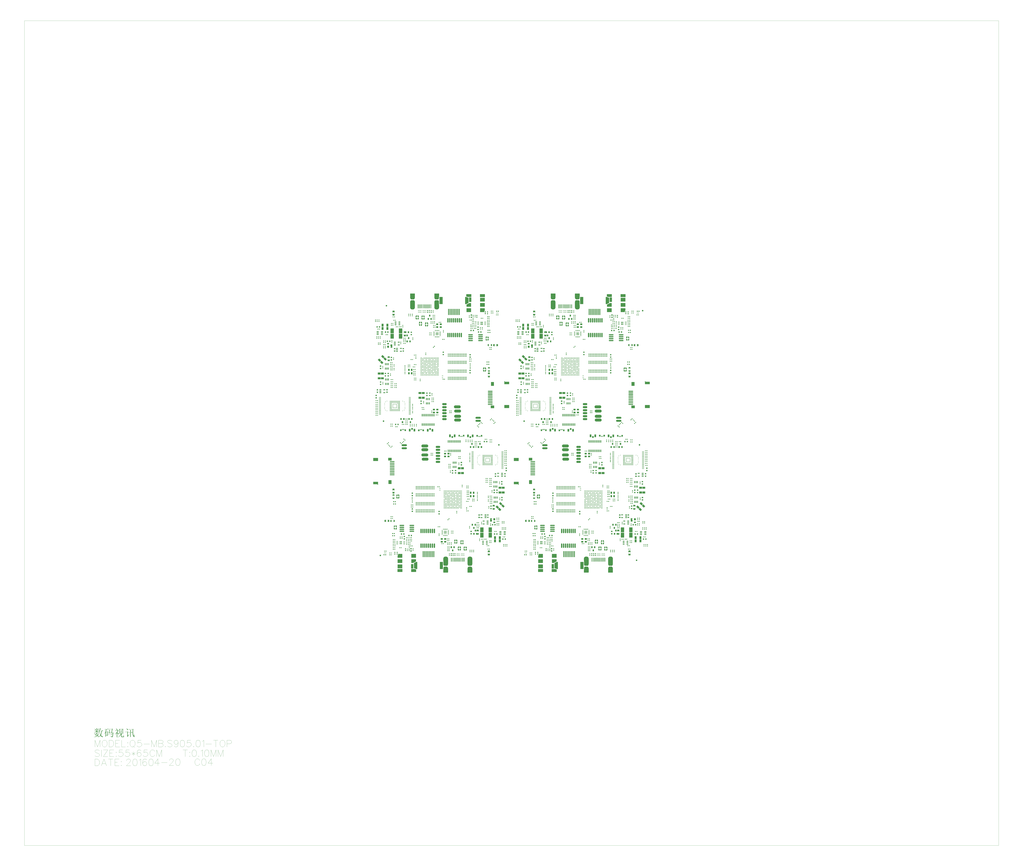
<source format=gbr>
G04 Generated by CircuitCAM Version 4.4*
%FSLAX33Y33*%
%MOMM*%
%ADD10C,0.000000*%
%ADD11C,0.100000*%
%AMROUNDED387*21,1,0.380000,0.280000,0,0,0.0*
21,1,0.280000,0.380000,0,0,0.0*
1,1,0.100000,0.140000,0.140000*
1,1,0.100000,0.140000,-0.140000*
1,1,0.100000,-0.140000,-0.140000*
1,1,0.100000,-0.140000,0.140000*%
%ADD387ROUNDED387*%
%AMROUNDED388*21,1,0.480000,0.380000,0,0,0.0*
21,1,0.380000,0.480000,0,0,0.0*
1,1,0.100000,0.190000,0.190000*
1,1,0.100000,0.190000,-0.190000*
1,1,0.100000,-0.190000,-0.190000*
1,1,0.100000,-0.190000,0.190000*%
%ADD388ROUNDED388*%
%ADD276R,0.914400X1.168400*%
%ADD83R,0.450088X0.549910*%
%ADD295R,1.320800X1.117600*%
%ADD389R,1.117600X1.320800*%
%ADD429O,1.300000X0.500000*%
%ADD430O,1.500000X0.500000*%
%ADD431O,1.370000X0.500000*%
%ADD433O,0.500000X1.500000*%
%ADD438R,0.240000X0.700000*%
%ADD439R,1.168400X0.914400*%
%ADD441O,1.300000X0.240000*%
%ADD449O,1.500000X0.240000*%
%ADD451O,0.320000X1.780000*%
%ADD458O,0.190000X0.700000*%
%ADD459O,0.700000X0.190000*%
%ADD457O,0.190000X0.850000*%
%ADD460O,0.850000X0.190000*%
%ADD465O,0.800000X3.000000*%
%ADD474O,0.240000X0.600000*%
%ADD472O,0.240000X0.680000*%
%ADD394O,3.000000X1.400000*%
%ADD412R,1.000000X1.252000*%
%ADD22O,0.635000X1.143000*%
%AMROUNDED425*21,1,0.290000,0.190000,0,0,0.0*
21,1,0.190000,0.290000,0,0,0.0*
1,1,0.100000,0.095000,0.095000*
1,1,0.100000,0.095000,-0.095000*
1,1,0.100000,-0.095000,-0.095000*
1,1,0.100000,-0.095000,0.095000*%
%ADD425ROUNDED425*%
%ADD72C,1.016000*%
%ADD355C,1.000000*%
%LNSolderPasteTop*%
%LPD*%

G36*
G01X-65134Y89129D02*
G75*
G03X-64475Y90245I-616J1118D01*
G74*
G01*
X-64475Y92755D01*
G75*
G03X-64509Y93048I-1276J1D01*
G74*
G01*
X-67603Y93048D01*
G75*
G03X-67637Y92755I1242J-293D01*
G74*
G01*
G75*
G03X-67637Y92754I1276J0D01*
G74*
G01*
X-67637Y90245D01*
G75*
G03X-66977Y89129I1276J2D01*
G74*
G01*
X-65134Y89129D01*
G37*


G36*
G01X-274590Y-196908D02*
X-274718Y-197495D01*
X-274855Y-198039D01*
X-275001Y-198538D01*
X-275156Y-198992D01*
X-275320Y-199403D01*
X-275492Y-199769D01*
X-275674Y-200091D01*
X-275607Y-200141D01*
X-275477Y-199968D01*
X-275354Y-199792D01*
X-275237Y-199612D01*
X-275128Y-199428D01*
X-275025Y-199242D01*
X-274929Y-199052D01*
X-274840Y-198858D01*
X-274825Y-199272D01*
X-274790Y-199674D01*
X-274734Y-200066D01*
X-274658Y-200447D01*
X-274561Y-200817D01*
X-274444Y-201176D01*
X-274307Y-201525D01*
X-274510Y-201782D01*
X-274738Y-202021D01*
X-274992Y-202242D01*
X-275270Y-202444D01*
X-275574Y-202628D01*
X-275903Y-202794D01*
X-276257Y-202941D01*
X-276224Y-203025D01*
X-275842Y-202905D01*
X-275487Y-202766D01*
X-275160Y-202607D01*
X-274860Y-202429D01*
X-274587Y-202230D01*
X-274342Y-202012D01*
X-274124Y-201775D01*
X-273985Y-201952D01*
X-273836Y-202120D01*
X-273678Y-202281D01*
X-273509Y-202433D01*
X-273329Y-202577D01*
X-273140Y-202714D01*
X-272940Y-202841D01*
X-272927Y-202774D01*
X-272895Y-202716D01*
X-272846Y-202667D01*
X-272780Y-202626D01*
X-272695Y-202595D01*
X-272593Y-202572D01*
X-272474Y-202558D01*
X-272474Y-202475D01*
X-272691Y-202419D01*
X-272903Y-202336D01*
X-273112Y-202227D01*
X-273317Y-202091D01*
X-273518Y-201929D01*
X-273714Y-201740D01*
X-273907Y-201525D01*
X-273754Y-201246D01*
X-273621Y-200925D01*
X-273507Y-200560D01*
X-273412Y-200153D01*
X-273335Y-199703D01*
X-273278Y-199210D01*
X-273240Y-198675D01*
X-272457Y-198675D01*
X-272890Y-198191D01*
X-273240Y-198541D01*
X-274724Y-198541D01*
X-274650Y-198363D01*
X-274582Y-198201D01*
X-274519Y-198055D01*
X-274462Y-197924D01*
X-274411Y-197808D01*
X-274364Y-197709D01*
X-274323Y-197625D01*
X-274284Y-197551D01*
X-274242Y-197483D01*
X-274197Y-197421D01*
X-274149Y-197364D01*
X-274099Y-197312D01*
X-274046Y-197266D01*
X-273990Y-197225D01*
X-274590Y-196908D01*
G37*
%LPC*%
G36*
G01X-273573Y-198675D02*
X-274740Y-198675D01*
X-274695Y-199102D01*
X-274635Y-199509D01*
X-274562Y-199894D01*
X-274474Y-200258D01*
X-274371Y-200602D01*
X-274254Y-200924D01*
X-274124Y-201225D01*
X-274002Y-200965D01*
X-273895Y-200670D01*
X-273802Y-200340D01*
X-273724Y-199976D01*
X-273659Y-199577D01*
X-273609Y-199143D01*
X-273573Y-198675D01*
G37*
%LPD*%
G36*
G01X-276873Y-196908D02*
X-276869Y-197113D01*
X-276865Y-197327D01*
X-276862Y-197551D01*
X-276860Y-197784D01*
X-276858Y-198027D01*
X-276857Y-198279D01*
X-276857Y-198541D01*
X-278390Y-198541D01*
X-278174Y-198758D01*
X-278106Y-198736D01*
X-278036Y-198717D01*
X-277964Y-198702D01*
X-277891Y-198690D01*
X-277815Y-198682D01*
X-277737Y-198676D01*
X-277657Y-198675D01*
X-277057Y-198675D01*
X-277209Y-198905D01*
X-277381Y-199129D01*
X-277571Y-199347D01*
X-277781Y-199559D01*
X-278009Y-199765D01*
X-278257Y-199965D01*
X-278524Y-200158D01*
X-278474Y-200241D01*
X-278216Y-200102D01*
X-277967Y-199949D01*
X-277728Y-199783D01*
X-277497Y-199605D01*
X-277275Y-199413D01*
X-277061Y-199209D01*
X-276857Y-198991D01*
X-276857Y-200058D01*
X-276907Y-200025D01*
X-276933Y-200098D01*
X-276964Y-200176D01*
X-277000Y-200257D01*
X-277040Y-200343D01*
X-277085Y-200433D01*
X-277135Y-200527D01*
X-277190Y-200625D01*
X-278440Y-200625D01*
X-278240Y-200841D01*
X-277990Y-200758D01*
X-277240Y-200758D01*
X-277341Y-200929D01*
X-277432Y-201081D01*
X-277515Y-201212D01*
X-277588Y-201324D01*
X-277653Y-201416D01*
X-277710Y-201489D01*
X-277757Y-201541D01*
X-277587Y-201567D01*
X-277421Y-201597D01*
X-277258Y-201631D01*
X-277098Y-201669D01*
X-276942Y-201711D01*
X-276790Y-201758D01*
X-276640Y-201808D01*
X-276870Y-201991D01*
X-277114Y-202160D01*
X-277370Y-202315D01*
X-277639Y-202456D01*
X-277921Y-202582D01*
X-278216Y-202694D01*
X-278524Y-202791D01*
X-278490Y-202891D01*
X-278136Y-202815D01*
X-277796Y-202719D01*
X-277472Y-202603D01*
X-277162Y-202467D01*
X-276868Y-202311D01*
X-276588Y-202136D01*
X-276324Y-201941D01*
X-276217Y-201986D01*
X-276118Y-202033D01*
X-276026Y-202082D01*
X-275940Y-202135D01*
X-275861Y-202190D01*
X-275789Y-202248D01*
X-275723Y-202308D01*
X-275661Y-202361D01*
X-275606Y-202395D01*
X-275560Y-202411D01*
X-275522Y-202409D01*
X-275492Y-202388D01*
X-275470Y-202349D01*
X-275457Y-202291D01*
X-275451Y-202227D01*
X-275451Y-202168D01*
X-275459Y-202113D01*
X-275473Y-202063D01*
X-275494Y-202018D01*
X-275522Y-201977D01*
X-275557Y-201941D01*
X-275605Y-201908D01*
X-275664Y-201873D01*
X-275734Y-201838D01*
X-275815Y-201803D01*
X-275907Y-201766D01*
X-276010Y-201729D01*
X-276123Y-201691D01*
X-276056Y-201600D01*
X-275987Y-201497D01*
X-275917Y-201382D01*
X-275846Y-201256D01*
X-275773Y-201118D01*
X-275699Y-200969D01*
X-275624Y-200808D01*
X-275390Y-200658D01*
X-275790Y-200375D01*
X-275974Y-200625D01*
X-276807Y-200625D01*
X-276754Y-200543D01*
X-276702Y-200468D01*
X-276650Y-200401D01*
X-276597Y-200342D01*
X-276545Y-200290D01*
X-276493Y-200245D01*
X-276440Y-200208D01*
X-276823Y-200091D01*
X-276507Y-199875D01*
X-276507Y-199075D01*
X-276401Y-199147D01*
X-276304Y-199220D01*
X-276215Y-199295D01*
X-276134Y-199371D01*
X-276061Y-199449D01*
X-275997Y-199528D01*
X-275940Y-199608D01*
X-275890Y-199683D01*
X-275844Y-199735D01*
X-275801Y-199764D01*
X-275763Y-199771D01*
X-275729Y-199756D01*
X-275699Y-199718D01*
X-275674Y-199658D01*
X-275650Y-199589D01*
X-275638Y-199523D01*
X-275637Y-199462D01*
X-275646Y-199405D01*
X-275667Y-199352D01*
X-275698Y-199303D01*
X-275740Y-199258D01*
X-275797Y-199211D01*
X-275871Y-199164D01*
X-275963Y-199118D01*
X-276072Y-199073D01*
X-276199Y-199028D01*
X-276344Y-198985D01*
X-276507Y-198941D01*
X-276507Y-198675D01*
X-275140Y-198675D01*
X-275557Y-198258D01*
X-275807Y-198541D01*
X-276507Y-198541D01*
X-276507Y-197325D01*
X-276324Y-197175D01*
X-276873Y-196908D01*
G37*
%LPC*%
G36*
G01X-275990Y-200758D02*
X-276873Y-200758D01*
X-276936Y-200858D01*
X-276999Y-200957D01*
X-277062Y-201055D01*
X-277127Y-201153D01*
X-277192Y-201250D01*
X-277257Y-201346D01*
X-277324Y-201441D01*
X-277208Y-201466D01*
X-277090Y-201490D01*
X-276968Y-201516D01*
X-276845Y-201542D01*
X-276718Y-201569D01*
X-276589Y-201596D01*
X-276457Y-201625D01*
X-276386Y-201517D01*
X-276317Y-201404D01*
X-276249Y-201286D01*
X-276182Y-201162D01*
X-276117Y-201033D01*
X-276053Y-200898D01*
X-275990Y-200758D01*
G37*
%LPD*%
G36*
G01X-270924Y-202558D02*
X-270574Y-202408D01*
X-270574Y-201625D01*
X-269774Y-201625D01*
X-269774Y-202091D01*
X-269440Y-201958D01*
X-269445Y-201804D01*
X-269448Y-201580D01*
X-269451Y-201286D01*
X-269454Y-200921D01*
X-269455Y-200487D01*
X-269457Y-199983D01*
X-269457Y-199408D01*
X-269273Y-199275D01*
X-269640Y-198991D01*
X-269824Y-199191D01*
X-270507Y-199191D01*
X-270607Y-199141D01*
X-270539Y-198951D01*
X-270471Y-198750D01*
X-270401Y-198538D01*
X-270329Y-198317D01*
X-270256Y-198085D01*
X-270182Y-197843D01*
X-270107Y-197591D01*
X-268890Y-197591D01*
X-269357Y-197108D01*
X-269690Y-197458D01*
X-271473Y-197458D01*
X-271257Y-197658D01*
X-271189Y-197640D01*
X-271119Y-197625D01*
X-271048Y-197613D01*
X-270974Y-197604D01*
X-270898Y-197597D01*
X-270820Y-197593D01*
X-270740Y-197591D01*
X-270507Y-197591D01*
X-270552Y-197819D01*
X-270602Y-198046D01*
X-270657Y-198271D01*
X-270716Y-198495D01*
X-270781Y-198717D01*
X-270850Y-198938D01*
X-270924Y-199158D01*
X-270998Y-199374D01*
X-271080Y-199585D01*
X-271168Y-199791D01*
X-271264Y-199991D01*
X-271366Y-200185D01*
X-271475Y-200374D01*
X-271590Y-200558D01*
X-271540Y-200625D01*
X-271433Y-200505D01*
X-271331Y-200383D01*
X-271233Y-200258D01*
X-271140Y-200132D01*
X-271052Y-200004D01*
X-270969Y-199874D01*
X-270890Y-199741D01*
X-270891Y-200260D01*
X-270893Y-200740D01*
X-270896Y-201181D01*
X-270901Y-201584D01*
X-270907Y-201947D01*
X-270915Y-202272D01*
X-270924Y-202558D01*
G37*
%LPC*%
G36*
G01X-269774Y-199325D02*
X-270574Y-199325D01*
X-270574Y-201491D01*
X-269774Y-201491D01*
X-269774Y-199325D01*
G37*
%LPD*%
G54D10*
X-277944Y-217400D02*
X-277944Y-221900D01*
X-277944Y-217400D02*
X-276444Y-217400D01*
X-275801Y-217614D01*
X-275373Y-218043D01*
X-275158Y-218472D01*
X-274944Y-219114D01*
X-274944Y-220186D01*
X-275158Y-220829D01*
X-275373Y-221257D01*
X-275801Y-221686D01*
X-276444Y-221900D01*
X-277944Y-221900D01*
X-271944Y-217400D02*
X-273658Y-221900D01*
X-271944Y-217400D02*
X-270230Y-221900D01*
X-273015Y-220400D02*
X-270873Y-220400D01*
X-267444Y-217400D02*
X-267444Y-221900D01*
X-268944Y-217400D02*
X-265944Y-217400D01*
X-264658Y-217400D02*
X-264658Y-221900D01*
X-264658Y-217400D02*
X-261873Y-217400D01*
X-264658Y-219543D02*
X-262944Y-219543D01*
X-264658Y-221900D02*
X-261873Y-221900D01*
X-260373Y-218900D02*
X-260587Y-219114D01*
X-260373Y-219329D01*
X-260158Y-219114D01*
X-260373Y-218900D01*
X-260373Y-221472D02*
X-260587Y-221686D01*
X-260373Y-221900D01*
X-260158Y-221686D01*
X-260373Y-221472D01*
G54D11*
X-277921Y-204827D02*
X-277921Y-209327D01*
X-277921Y-204827D02*
X-276206Y-209327D01*
X-274492Y-204827D02*
X-276206Y-209327D01*
X-274492Y-204827D02*
X-274492Y-209327D01*
X-271921Y-204827D02*
X-272349Y-205041D01*
X-272778Y-205470D01*
X-272992Y-205899D01*
X-273207Y-206541D01*
X-273207Y-207613D01*
X-272992Y-208256D01*
X-272778Y-208684D01*
X-272349Y-209113D01*
X-271921Y-209327D01*
X-271064Y-209327D01*
X-270635Y-209113D01*
X-270206Y-208684D01*
X-269992Y-208256D01*
X-269778Y-207613D01*
X-269778Y-206541D01*
X-269992Y-205899D01*
X-270206Y-205470D01*
X-270635Y-205041D01*
X-271064Y-204827D01*
X-271921Y-204827D01*
X-268492Y-204827D02*
X-268492Y-209327D01*
X-268492Y-204827D02*
X-266992Y-204827D01*
X-266349Y-205041D01*
X-265921Y-205470D01*
X-265706Y-205899D01*
X-265492Y-206541D01*
X-265492Y-207613D01*
X-265706Y-208256D01*
X-265921Y-208684D01*
X-266349Y-209113D01*
X-266992Y-209327D01*
X-268492Y-209327D01*
X-264206Y-204827D02*
X-264206Y-209327D01*
X-264206Y-204827D02*
X-261421Y-204827D01*
X-264206Y-206970D02*
X-262492Y-206970D01*
X-264206Y-209327D02*
X-261421Y-209327D01*
X-260135Y-204827D02*
X-260135Y-209327D01*
X-260135Y-209327D02*
X-257564Y-209327D01*
X-256064Y-206327D02*
X-256278Y-206541D01*
X-256064Y-206756D01*
X-255849Y-206541D01*
X-256064Y-206327D01*
X-256064Y-208899D02*
X-256278Y-209113D01*
X-256064Y-209327D01*
X-255849Y-209113D01*
X-256064Y-208899D01*
X-253278Y-204827D02*
X-253706Y-205041D01*
X-254135Y-205470D01*
X-254349Y-205899D01*
X-254564Y-206541D01*
X-254564Y-207613D01*
X-254349Y-208256D01*
X-254135Y-208684D01*
X-253706Y-209113D01*
X-253278Y-209327D01*
X-252421Y-209327D01*
X-251992Y-209113D01*
X-251564Y-208684D01*
X-251349Y-208256D01*
X-251135Y-207613D01*
X-251135Y-206541D01*
X-251349Y-205899D01*
X-251564Y-205470D01*
X-251992Y-205041D01*
X-252421Y-204827D01*
X-253278Y-204827D01*
X-252635Y-208470D02*
X-251349Y-209756D01*
X-247064Y-204827D02*
X-249206Y-204827D01*
X-249421Y-206756D01*
X-249206Y-206541D01*
X-248564Y-206327D01*
X-247921Y-206327D01*
X-247278Y-206541D01*
X-246849Y-206970D01*
X-246635Y-207613D01*
X-246635Y-208041D01*
X-247064Y-208684D01*
X-247492Y-209113D01*
X-248135Y-209327D01*
X-248778Y-209327D01*
X-249421Y-209113D01*
X-249635Y-208899D01*
X-249849Y-208470D01*
X-245349Y-207399D02*
X-241492Y-207399D01*
X-240207Y-204827D02*
X-240207Y-209327D01*
X-240207Y-204827D02*
X-238492Y-209327D01*
X-236778Y-204827D02*
X-238492Y-209327D01*
X-236778Y-204827D02*
X-236778Y-209327D01*
X-235492Y-204827D02*
X-235492Y-209327D01*
X-235492Y-204827D02*
X-233564Y-204827D01*
X-232921Y-205041D01*
X-232706Y-205256D01*
X-232492Y-205684D01*
X-232492Y-206113D01*
X-232706Y-206541D01*
X-232921Y-206756D01*
X-233564Y-206970D01*
X-235492Y-206970D02*
X-233564Y-206970D01*
X-232921Y-207184D01*
X-232706Y-207399D01*
X-232492Y-207827D01*
X-232492Y-208470D01*
X-232706Y-208899D01*
X-232921Y-209113D01*
X-233564Y-209327D01*
X-235492Y-209327D01*
X-230992Y-208899D02*
X-231206Y-209113D01*
X-230992Y-209327D01*
X-230778Y-209113D01*
X-230992Y-208899D01*
X-226492Y-205470D02*
X-226921Y-205041D01*
X-227564Y-204827D01*
X-228421Y-204827D01*
X-229064Y-205041D01*
X-229492Y-205470D01*
X-229492Y-205899D01*
X-229278Y-206327D01*
X-229064Y-206541D01*
X-228635Y-206756D01*
X-227349Y-207184D01*
X-226921Y-207399D01*
X-226706Y-207613D01*
X-226492Y-208041D01*
X-226492Y-208684D01*
X-226921Y-209113D01*
X-227564Y-209327D01*
X-228421Y-209327D01*
X-229064Y-209113D01*
X-229492Y-208684D01*
X-222421Y-206327D02*
X-222635Y-206970D01*
X-223064Y-207399D01*
X-223706Y-207613D01*
X-223921Y-207613D01*
X-224564Y-207399D01*
X-224992Y-206970D01*
X-225206Y-206327D01*
X-225206Y-206113D01*
X-224992Y-205470D01*
X-224564Y-205041D01*
X-223921Y-204827D01*
X-223706Y-204827D01*
X-223064Y-205041D01*
X-222635Y-205470D01*
X-222421Y-206327D01*
X-222421Y-207399D01*
X-222635Y-208470D01*
X-223064Y-209113D01*
X-223706Y-209327D01*
X-224135Y-209327D01*
X-224778Y-209113D01*
X-224992Y-208684D01*
X-219849Y-204827D02*
X-220492Y-205041D01*
X-220921Y-205684D01*
X-221135Y-206756D01*
X-221135Y-207399D01*
X-220921Y-208470D01*
X-220492Y-209113D01*
X-219849Y-209327D01*
X-219421Y-209327D01*
X-218778Y-209113D01*
X-218349Y-208470D01*
X-218135Y-207399D01*
X-218135Y-206756D01*
X-218349Y-205684D01*
X-218778Y-205041D01*
X-219421Y-204827D01*
X-219849Y-204827D01*
X-214064Y-204827D02*
X-216206Y-204827D01*
X-216421Y-206756D01*
X-216206Y-206541D01*
X-215564Y-206327D01*
X-214921Y-206327D01*
X-214278Y-206541D01*
X-213849Y-206970D01*
X-213635Y-207613D01*
X-213635Y-208041D01*
X-214064Y-208684D01*
X-214492Y-209113D01*
X-215135Y-209327D01*
X-215778Y-209327D01*
X-216421Y-209113D01*
X-216635Y-208899D01*
X-216849Y-208470D01*
X-212135Y-208899D02*
X-212349Y-209113D01*
X-212135Y-209327D01*
X-211921Y-209113D01*
X-212135Y-208899D01*
X-209349Y-204827D02*
X-209992Y-205041D01*
X-210421Y-205684D01*
X-210635Y-206756D01*
X-210635Y-207399D01*
X-210421Y-208470D01*
X-209992Y-209113D01*
X-209349Y-209327D01*
X-208921Y-209327D01*
X-208278Y-209113D01*
X-207849Y-208470D01*
X-207635Y-207399D01*
X-207635Y-206756D01*
X-207849Y-205684D01*
X-208278Y-205041D01*
X-208921Y-204827D01*
X-209349Y-204827D01*
X-206349Y-205684D02*
X-205921Y-205470D01*
X-205278Y-204827D01*
X-205278Y-209327D01*
X-203992Y-207399D02*
X-200135Y-207399D01*
X-197349Y-204827D02*
X-197349Y-209327D01*
X-198849Y-204827D02*
X-195849Y-204827D01*
X-193278Y-204827D02*
X-193706Y-205041D01*
X-194135Y-205470D01*
X-194349Y-205899D01*
X-194564Y-206541D01*
X-194564Y-207613D01*
X-194349Y-208256D01*
X-194135Y-208684D01*
X-193706Y-209113D01*
X-193278Y-209327D01*
X-192421Y-209327D01*
X-191992Y-209113D01*
X-191563Y-208684D01*
X-191349Y-208256D01*
X-191135Y-207613D01*
X-191135Y-206541D01*
X-191349Y-205899D01*
X-191563Y-205470D01*
X-191992Y-205041D01*
X-192421Y-204827D01*
X-193278Y-204827D01*
X-189849Y-204827D02*
X-189849Y-209327D01*
X-189849Y-204827D02*
X-187921Y-204827D01*
X-187278Y-205041D01*
X-187063Y-205256D01*
X-186849Y-205684D01*
X-186849Y-206327D01*
X-187063Y-206756D01*
X-187278Y-206970D01*
X-187921Y-207184D01*
X-189849Y-207184D01*
X-274921Y-211899D02*
X-275349Y-211470D01*
X-275992Y-211256D01*
X-276849Y-211256D01*
X-277492Y-211470D01*
X-277921Y-211899D01*
X-277921Y-212327D01*
X-277706Y-212756D01*
X-277492Y-212970D01*
X-277064Y-213184D01*
X-275778Y-213613D01*
X-275349Y-213827D01*
X-275135Y-214041D01*
X-274921Y-214470D01*
X-274921Y-215113D01*
X-275349Y-215541D01*
X-275992Y-215756D01*
X-276849Y-215756D01*
X-277492Y-215541D01*
X-277921Y-215113D01*
X-273635Y-211256D02*
X-273635Y-215756D01*
X-269349Y-211256D02*
X-272349Y-215756D01*
X-272349Y-211256D02*
X-269349Y-211256D01*
X-272349Y-215756D02*
X-269349Y-215756D01*
X-268064Y-211256D02*
X-268064Y-215756D01*
X-268064Y-211256D02*
X-265278Y-211256D01*
X-268064Y-213399D02*
X-266349Y-213399D01*
X-268064Y-215756D02*
X-265278Y-215756D01*
X-263778Y-212756D02*
X-263992Y-212970D01*
X-263778Y-213184D01*
X-263564Y-212970D01*
X-263778Y-212756D01*
X-263778Y-215327D02*
X-263992Y-215541D01*
X-263778Y-215756D01*
X-263564Y-215541D01*
X-263778Y-215327D01*
X-259492Y-211256D02*
X-261635Y-211256D01*
X-261849Y-213184D01*
X-261635Y-212970D01*
X-260992Y-212756D01*
X-260349Y-212756D01*
X-259706Y-212970D01*
X-259278Y-213399D01*
X-259064Y-214041D01*
X-259064Y-214470D01*
X-259492Y-215113D01*
X-259921Y-215541D01*
X-260564Y-215756D01*
X-261206Y-215756D01*
X-261849Y-215541D01*
X-262064Y-215327D01*
X-262278Y-214899D01*
X-254992Y-211256D02*
X-257135Y-211256D01*
X-257349Y-213184D01*
X-257135Y-212970D01*
X-256492Y-212756D01*
X-255849Y-212756D01*
X-255206Y-212970D01*
X-254778Y-213399D01*
X-254564Y-214041D01*
X-254564Y-214470D01*
X-254992Y-215113D01*
X-255421Y-215541D01*
X-256064Y-215756D01*
X-256706Y-215756D01*
X-257349Y-215541D01*
X-257564Y-215327D01*
X-257778Y-214899D01*
X-252206Y-212541D02*
X-252206Y-215113D01*
X-253278Y-213184D02*
X-251135Y-214470D01*
X-251135Y-213184D02*
X-253278Y-214470D01*
X-247278Y-211899D02*
X-247492Y-211470D01*
X-248135Y-211256D01*
X-248564Y-211256D01*
X-249206Y-211470D01*
X-249635Y-212113D01*
X-249849Y-213184D01*
X-249849Y-214256D01*
X-249635Y-215113D01*
X-249206Y-215541D01*
X-248564Y-215756D01*
X-248349Y-215756D01*
X-247707Y-215541D01*
X-247278Y-215113D01*
X-247064Y-214470D01*
X-247064Y-214256D01*
X-247278Y-213613D01*
X-247707Y-213184D01*
X-248349Y-212970D01*
X-248564Y-212970D01*
X-249206Y-213184D01*
X-249635Y-213613D01*
X-249849Y-214256D01*
X-242992Y-211256D02*
X-245135Y-211256D01*
X-245349Y-213184D01*
X-245135Y-212970D01*
X-244492Y-212756D01*
X-243849Y-212756D01*
X-243207Y-212970D01*
X-242778Y-213399D01*
X-242564Y-214041D01*
X-242564Y-214470D01*
X-242992Y-215113D01*
X-243421Y-215541D01*
X-244064Y-215756D01*
X-244707Y-215756D01*
X-245349Y-215541D01*
X-245564Y-215327D01*
X-245778Y-214899D01*
X-238064Y-212327D02*
X-238278Y-211899D01*
X-238707Y-211470D01*
X-239135Y-211256D01*
X-239992Y-211256D01*
X-240421Y-211470D01*
X-240849Y-211899D01*
X-241064Y-212327D01*
X-241278Y-212970D01*
X-241278Y-214041D01*
X-241064Y-214684D01*
X-240849Y-215113D01*
X-240421Y-215541D01*
X-239992Y-215756D01*
X-239135Y-215756D01*
X-238707Y-215541D01*
X-238278Y-215113D01*
X-238064Y-214684D01*
X-236778Y-211256D02*
X-236778Y-215756D01*
X-236778Y-211256D02*
X-235064Y-215756D01*
X-233349Y-211256D02*
X-235064Y-215756D01*
X-233349Y-211256D02*
X-233349Y-215756D01*
X-217706Y-211256D02*
X-217706Y-215756D01*
X-219206Y-211256D02*
X-216206Y-211256D01*
X-214706Y-212756D02*
X-214921Y-212970D01*
X-214706Y-213184D01*
X-214492Y-212970D01*
X-214706Y-212756D01*
X-214706Y-215327D02*
X-214921Y-215541D01*
X-214706Y-215756D01*
X-214492Y-215541D01*
X-214706Y-215327D01*
X-211921Y-211256D02*
X-212564Y-211470D01*
X-212992Y-212113D01*
X-213206Y-213184D01*
X-213206Y-213827D01*
X-212992Y-214899D01*
X-212564Y-215541D01*
X-211921Y-215756D01*
X-211492Y-215756D01*
X-210849Y-215541D01*
X-210421Y-214899D01*
X-210206Y-213827D01*
X-210206Y-213184D01*
X-210421Y-212113D01*
X-210849Y-211470D01*
X-211492Y-211256D01*
X-211921Y-211256D01*
X-208706Y-215327D02*
X-208921Y-215541D01*
X-208706Y-215756D01*
X-208492Y-215541D01*
X-208706Y-215327D01*
X-207206Y-212113D02*
X-206778Y-211899D01*
X-206135Y-211256D01*
X-206135Y-215756D01*
X-203564Y-211256D02*
X-204206Y-211470D01*
X-204635Y-212113D01*
X-204849Y-213184D01*
X-204849Y-213827D01*
X-204635Y-214899D01*
X-204206Y-215541D01*
X-203564Y-215756D01*
X-203135Y-215756D01*
X-202492Y-215541D01*
X-202064Y-214899D01*
X-201849Y-213827D01*
X-201849Y-213184D01*
X-202064Y-212113D01*
X-202492Y-211470D01*
X-203135Y-211256D01*
X-203564Y-211256D01*
X-200564Y-211256D02*
X-200564Y-215756D01*
X-200564Y-211256D02*
X-198849Y-215756D01*
X-197135Y-211256D02*
X-198849Y-215756D01*
X-197135Y-211256D02*
X-197135Y-215756D01*
X-195849Y-211256D02*
X-195849Y-215756D01*
X-195849Y-211256D02*
X-194135Y-215756D01*
X-192421Y-211256D02*
X-194135Y-215756D01*
X-192421Y-211256D02*
X-192421Y-215756D01*
X-256819Y-218439D02*
X-256819Y-218225D01*
X-256604Y-217796D01*
X-256390Y-217582D01*
X-255961Y-217367D01*
X-255104Y-217367D01*
X-254676Y-217582D01*
X-254461Y-217796D01*
X-254247Y-218225D01*
X-254247Y-218653D01*
X-254461Y-219082D01*
X-254890Y-219724D01*
X-257033Y-221867D01*
X-254033Y-221867D01*
X-251461Y-217367D02*
X-252104Y-217582D01*
X-252533Y-218225D01*
X-252747Y-219296D01*
X-252747Y-219939D01*
X-252533Y-221010D01*
X-252104Y-221653D01*
X-251461Y-221867D01*
X-251033Y-221867D01*
X-250390Y-221653D01*
X-249961Y-221010D01*
X-249747Y-219939D01*
X-249747Y-219296D01*
X-249961Y-218225D01*
X-250390Y-217582D01*
X-251033Y-217367D01*
X-251461Y-217367D01*
X-248461Y-218225D02*
X-248033Y-218010D01*
X-247390Y-217367D01*
X-247390Y-221867D01*
X-243533Y-218010D02*
X-243747Y-217582D01*
X-244390Y-217367D01*
X-244819Y-217367D01*
X-245461Y-217582D01*
X-245890Y-218225D01*
X-246104Y-219296D01*
X-246104Y-220367D01*
X-245890Y-221225D01*
X-245461Y-221653D01*
X-244819Y-221867D01*
X-244604Y-221867D01*
X-243961Y-221653D01*
X-243533Y-221225D01*
X-243319Y-220582D01*
X-243319Y-220367D01*
X-243533Y-219724D01*
X-243961Y-219296D01*
X-244604Y-219082D01*
X-244819Y-219082D01*
X-245461Y-219296D01*
X-245890Y-219724D01*
X-246104Y-220367D01*
X-240747Y-217367D02*
X-241390Y-217582D01*
X-241819Y-218225D01*
X-242033Y-219296D01*
X-242033Y-219939D01*
X-241819Y-221010D01*
X-241390Y-221653D01*
X-240747Y-221867D01*
X-240319Y-221867D01*
X-239676Y-221653D01*
X-239247Y-221010D01*
X-239033Y-219939D01*
X-239033Y-219296D01*
X-239247Y-218225D01*
X-239676Y-217582D01*
X-240319Y-217367D01*
X-240747Y-217367D01*
G36*
G01X-275707Y-197175D02*
X-275739Y-197260D01*
X-275787Y-197372D01*
X-275852Y-197511D01*
X-275933Y-197678D01*
X-276030Y-197872D01*
X-276144Y-198093D01*
X-276274Y-198341D01*
X-276207Y-198358D01*
X-276106Y-198243D01*
X-276014Y-198138D01*
X-275929Y-198041D01*
X-275853Y-197953D01*
X-275785Y-197873D01*
X-275725Y-197803D01*
X-275674Y-197741D01*
X-275620Y-197683D01*
X-275565Y-197631D01*
X-275507Y-197586D01*
X-275448Y-197548D01*
X-275386Y-197517D01*
X-275322Y-197492D01*
X-275257Y-197475D01*
X-275707Y-197175D01*
G37*
G36*
G01X-277974Y-197241D02*
X-278024Y-197325D01*
X-277946Y-197443D01*
X-277877Y-197560D01*
X-277814Y-197676D01*
X-277760Y-197790D01*
X-277712Y-197903D01*
X-277673Y-198015D01*
X-277640Y-198125D01*
X-277606Y-198217D01*
X-277571Y-198284D01*
X-277534Y-198326D01*
X-277496Y-198342D01*
X-277456Y-198334D01*
X-277416Y-198300D01*
X-277374Y-198241D01*
X-277336Y-198167D01*
X-277310Y-198094D01*
X-277294Y-198025D01*
X-277289Y-197958D01*
X-277295Y-197894D01*
X-277312Y-197833D01*
X-277340Y-197775D01*
X-277386Y-197711D01*
X-277446Y-197643D01*
X-277522Y-197571D01*
X-277612Y-197494D01*
X-277718Y-197414D01*
X-277838Y-197330D01*
X-277974Y-197241D01*
G37*
G36*
G01X-256873Y-197175D02*
X-256739Y-197318D01*
X-256622Y-197451D01*
X-256521Y-197575D01*
X-256438Y-197689D01*
X-256372Y-197794D01*
X-256322Y-197889D01*
X-256290Y-197975D01*
X-256269Y-198049D01*
X-256244Y-198108D01*
X-256215Y-198153D01*
X-256181Y-198184D01*
X-256144Y-198201D01*
X-256102Y-198203D01*
X-256057Y-198191D01*
X-256016Y-198165D01*
X-255981Y-198133D01*
X-255950Y-198095D01*
X-255924Y-198053D01*
X-255902Y-198004D01*
X-255885Y-197951D01*
X-255874Y-197891D01*
X-255874Y-197825D01*
X-255886Y-197761D01*
X-255908Y-197698D01*
X-255942Y-197636D01*
X-255986Y-197575D01*
X-256041Y-197516D01*
X-256107Y-197458D01*
X-256187Y-197398D01*
X-256274Y-197340D01*
X-256369Y-197285D01*
X-256471Y-197232D01*
X-256581Y-197183D01*
X-256699Y-197136D01*
X-256823Y-197091D01*
X-256873Y-197175D01*
G37*
G36*
G01X-255957Y-201825D02*
X-255957Y-199591D01*
X-255690Y-199358D01*
X-256107Y-199025D01*
X-256324Y-199258D01*
X-257573Y-199258D01*
X-257357Y-199491D01*
X-257289Y-199460D01*
X-257219Y-199434D01*
X-257148Y-199413D01*
X-257074Y-199396D01*
X-256998Y-199384D01*
X-256920Y-199377D01*
X-256840Y-199375D01*
X-256324Y-199375D01*
X-256324Y-201725D01*
X-256326Y-201803D01*
X-256332Y-201877D01*
X-256342Y-201946D01*
X-256356Y-202010D01*
X-256374Y-202070D01*
X-256397Y-202125D01*
X-256423Y-202175D01*
X-256057Y-202608D01*
X-256015Y-202524D01*
X-255967Y-202434D01*
X-255912Y-202338D01*
X-255850Y-202235D01*
X-255781Y-202127D01*
X-255706Y-202012D01*
X-255623Y-201891D01*
X-255534Y-201769D01*
X-255445Y-201648D01*
X-255358Y-201529D01*
X-255272Y-201412D01*
X-255188Y-201298D01*
X-255105Y-201185D01*
X-255023Y-201075D01*
X-255090Y-200991D01*
X-255957Y-201825D01*
G37*
G36*
G01X-254057Y-199858D02*
X-252823Y-199858D01*
X-253307Y-199375D01*
X-253607Y-199725D01*
X-254057Y-199725D01*
X-254057Y-198441D01*
X-253823Y-198241D01*
X-254423Y-197975D01*
X-254415Y-198112D01*
X-254407Y-198288D01*
X-254401Y-198500D01*
X-254396Y-198750D01*
X-254393Y-199038D01*
X-254391Y-199362D01*
X-254390Y-199725D01*
X-255590Y-199725D01*
X-255357Y-199925D01*
X-255275Y-199907D01*
X-255191Y-199892D01*
X-255105Y-199880D01*
X-255017Y-199870D01*
X-254927Y-199864D01*
X-254834Y-199859D01*
X-254740Y-199858D01*
X-254390Y-199858D01*
X-254391Y-200355D01*
X-254393Y-200825D01*
X-254396Y-201270D01*
X-254401Y-201689D01*
X-254407Y-202083D01*
X-254415Y-202450D01*
X-254423Y-202791D01*
X-254023Y-202608D01*
X-254032Y-202372D01*
X-254040Y-202084D01*
X-254046Y-201744D01*
X-254051Y-201351D01*
X-254054Y-200906D01*
X-254056Y-200408D01*
X-254057Y-199858D01*
G37*
G36*
G01X-252440Y-197825D02*
X-252173Y-197658D01*
X-252590Y-197275D01*
X-252823Y-197558D01*
X-255457Y-197558D01*
X-255257Y-197775D01*
X-255189Y-197753D01*
X-255119Y-197734D01*
X-255048Y-197719D01*
X-254974Y-197707D01*
X-254898Y-197698D01*
X-254820Y-197693D01*
X-254740Y-197691D01*
X-252807Y-197691D01*
X-252807Y-199608D01*
X-252792Y-200025D01*
X-252767Y-200411D01*
X-252732Y-200764D01*
X-252687Y-201086D01*
X-252632Y-201375D01*
X-252566Y-201633D01*
X-252490Y-201858D01*
X-252401Y-202057D01*
X-252294Y-202236D01*
X-252171Y-202395D01*
X-252030Y-202533D01*
X-251873Y-202651D01*
X-251698Y-202748D01*
X-251507Y-202825D01*
X-251525Y-202699D01*
X-251541Y-202578D01*
X-251555Y-202463D01*
X-251567Y-202354D01*
X-251577Y-202250D01*
X-251584Y-202151D01*
X-251590Y-202058D01*
X-251594Y-201954D01*
X-251594Y-201834D01*
X-251592Y-201696D01*
X-251588Y-201541D01*
X-251580Y-201369D01*
X-251570Y-201181D01*
X-251557Y-200975D01*
X-251657Y-200941D01*
X-251890Y-202058D01*
X-252048Y-201869D01*
X-252180Y-201606D01*
X-252285Y-201270D01*
X-252364Y-200861D01*
X-252416Y-200378D01*
X-252441Y-199821D01*
X-252440Y-199191D01*
X-252440Y-197825D01*
G37*
G36*
G01X-263824Y-197091D02*
X-263702Y-197261D01*
X-263596Y-197419D01*
X-263505Y-197565D01*
X-263429Y-197698D01*
X-263368Y-197819D01*
X-263321Y-197928D01*
X-263290Y-198025D01*
X-263268Y-198103D01*
X-263240Y-198158D01*
X-263205Y-198189D01*
X-263165Y-198196D01*
X-263118Y-198179D01*
X-263066Y-198139D01*
X-263007Y-198075D01*
X-262958Y-198004D01*
X-262924Y-197936D01*
X-262906Y-197870D01*
X-262903Y-197805D01*
X-262917Y-197743D01*
X-262946Y-197683D01*
X-262990Y-197625D01*
X-263054Y-197564D01*
X-263133Y-197495D01*
X-263226Y-197420D01*
X-263333Y-197336D01*
X-263454Y-197245D01*
X-263590Y-197147D01*
X-263740Y-197041D01*
X-263824Y-197091D01*
G37*
G36*
G01X-260374Y-202458D02*
X-260365Y-202546D01*
X-260338Y-202621D01*
X-260294Y-202683D01*
X-260232Y-202730D01*
X-260152Y-202764D01*
X-260055Y-202785D01*
X-259940Y-202791D01*
X-259024Y-202791D01*
X-258967Y-202790D01*
X-258913Y-202785D01*
X-258861Y-202776D01*
X-258811Y-202764D01*
X-258763Y-202749D01*
X-258717Y-202730D01*
X-258674Y-202708D01*
X-258632Y-202685D01*
X-258592Y-202654D01*
X-258554Y-202614D01*
X-258518Y-202567D01*
X-258485Y-202511D01*
X-258453Y-202447D01*
X-258424Y-202375D01*
X-258486Y-202356D01*
X-258539Y-202328D01*
X-258584Y-202292D01*
X-258619Y-202247D01*
X-258646Y-202193D01*
X-258664Y-202130D01*
X-258674Y-202058D01*
X-258678Y-201972D01*
X-258682Y-201877D01*
X-258685Y-201772D01*
X-258687Y-201658D01*
X-258689Y-201534D01*
X-258690Y-201401D01*
X-258690Y-201258D01*
X-258824Y-201258D01*
X-258829Y-201381D01*
X-258836Y-201503D01*
X-258844Y-201623D01*
X-258853Y-201742D01*
X-258864Y-201860D01*
X-258877Y-201976D01*
X-258890Y-202091D01*
X-258908Y-202193D01*
X-258934Y-202279D01*
X-258967Y-202350D01*
X-259007Y-202404D01*
X-259055Y-202443D01*
X-259111Y-202467D01*
X-259174Y-202475D01*
X-259757Y-202475D01*
X-259832Y-202471D01*
X-259896Y-202458D01*
X-259948Y-202438D01*
X-259988Y-202409D01*
X-260017Y-202373D01*
X-260034Y-202328D01*
X-260040Y-202275D01*
X-260040Y-200791D01*
X-259807Y-200625D01*
X-260407Y-200291D01*
X-260398Y-200456D01*
X-260391Y-200608D01*
X-260384Y-200748D01*
X-260380Y-200874D01*
X-260376Y-200987D01*
X-260374Y-201087D01*
X-260374Y-201175D01*
X-260374Y-202458D01*
G37*
G36*
G01X-260657Y-198158D02*
X-260655Y-198546D01*
X-260658Y-198910D01*
X-260667Y-199251D01*
X-260681Y-199568D01*
X-260701Y-199860D01*
X-260726Y-200129D01*
X-260757Y-200375D01*
X-260797Y-200600D01*
X-260851Y-200817D01*
X-260918Y-201027D01*
X-260999Y-201229D01*
X-261094Y-201424D01*
X-261202Y-201611D01*
X-261324Y-201791D01*
X-261460Y-201966D01*
X-261622Y-202136D01*
X-261808Y-202302D01*
X-262020Y-202463D01*
X-262257Y-202621D01*
X-262519Y-202775D01*
X-262807Y-202925D01*
X-262724Y-203008D01*
X-262519Y-202908D01*
X-262324Y-202807D01*
X-262138Y-202705D01*
X-261962Y-202603D01*
X-261795Y-202500D01*
X-261638Y-202396D01*
X-261490Y-202291D01*
X-261348Y-202180D01*
X-261217Y-202066D01*
X-261096Y-201948D01*
X-260987Y-201826D01*
X-260888Y-201701D01*
X-260800Y-201573D01*
X-260724Y-201441D01*
X-260660Y-201304D01*
X-260601Y-201158D01*
X-260548Y-201005D01*
X-260500Y-200843D01*
X-260458Y-200673D01*
X-260421Y-200494D01*
X-260390Y-200308D01*
X-260368Y-200111D01*
X-260349Y-199901D01*
X-260334Y-199678D01*
X-260322Y-199443D01*
X-260314Y-199194D01*
X-260309Y-198933D01*
X-260307Y-198658D01*
X-260074Y-198491D01*
X-260657Y-198158D01*
G37*
G36*
G01X-259174Y-197741D02*
X-258940Y-197591D01*
X-259357Y-197225D01*
X-259623Y-197508D01*
X-261340Y-197508D01*
X-261757Y-197275D01*
X-261752Y-197437D01*
X-261749Y-197628D01*
X-261746Y-197849D01*
X-261743Y-198099D01*
X-261742Y-198378D01*
X-261741Y-198687D01*
X-261740Y-199025D01*
X-261741Y-199365D01*
X-261742Y-199672D01*
X-261743Y-199946D01*
X-261746Y-200187D01*
X-261749Y-200394D01*
X-261752Y-200568D01*
X-261757Y-200708D01*
X-261390Y-200475D01*
X-261390Y-197641D01*
X-259524Y-197641D01*
X-259524Y-200625D01*
X-259157Y-200391D01*
X-259161Y-200235D01*
X-259165Y-200005D01*
X-259168Y-199701D01*
X-259170Y-199322D01*
X-259172Y-198869D01*
X-259173Y-198342D01*
X-259174Y-197741D01*
G37*
G36*
G01X-263374Y-203025D02*
X-262990Y-202791D01*
X-262995Y-202656D01*
X-262998Y-202431D01*
X-263001Y-202116D01*
X-263004Y-201711D01*
X-263005Y-201217D01*
X-263007Y-200632D01*
X-263007Y-199958D01*
X-262872Y-200102D01*
X-262752Y-200237D01*
X-262649Y-200364D01*
X-262561Y-200483D01*
X-262488Y-200594D01*
X-262431Y-200697D01*
X-262390Y-200791D01*
X-262356Y-200869D01*
X-262319Y-200922D01*
X-262281Y-200950D01*
X-262240Y-200952D01*
X-262198Y-200929D01*
X-262153Y-200881D01*
X-262107Y-200808D01*
X-262067Y-200724D01*
X-262043Y-200643D01*
X-262034Y-200566D01*
X-262042Y-200492D01*
X-262064Y-200422D01*
X-262103Y-200355D01*
X-262157Y-200291D01*
X-262231Y-200232D01*
X-262322Y-200168D01*
X-262427Y-200099D01*
X-262549Y-200025D01*
X-262686Y-199946D01*
X-262839Y-199863D01*
X-263007Y-199775D01*
X-263007Y-199541D01*
X-262929Y-199412D01*
X-262856Y-199291D01*
X-262789Y-199178D01*
X-262727Y-199073D01*
X-262670Y-198977D01*
X-262619Y-198888D01*
X-262574Y-198808D01*
X-262524Y-198736D01*
X-262471Y-198673D01*
X-262415Y-198619D01*
X-262356Y-198574D01*
X-262293Y-198538D01*
X-262227Y-198510D01*
X-262157Y-198491D01*
X-262624Y-198075D01*
X-262823Y-198341D01*
X-264474Y-198341D01*
X-264257Y-198541D01*
X-264189Y-198524D01*
X-264119Y-198509D01*
X-264048Y-198497D01*
X-263974Y-198487D01*
X-263898Y-198480D01*
X-263820Y-198476D01*
X-263740Y-198475D01*
X-262857Y-198475D01*
X-262905Y-198599D01*
X-262964Y-198735D01*
X-263034Y-198881D01*
X-263115Y-199038D01*
X-263207Y-199206D01*
X-263310Y-199385D01*
X-263424Y-199575D01*
X-263549Y-199774D01*
X-263687Y-199971D01*
X-263839Y-200166D01*
X-264003Y-200358D01*
X-264180Y-200549D01*
X-264370Y-200738D01*
X-264574Y-200925D01*
X-264490Y-200991D01*
X-264295Y-200844D01*
X-264111Y-200696D01*
X-263936Y-200549D01*
X-263772Y-200401D01*
X-263618Y-200253D01*
X-263474Y-200106D01*
X-263340Y-199958D01*
X-263341Y-200649D01*
X-263343Y-201256D01*
X-263346Y-201778D01*
X-263351Y-202217D01*
X-263357Y-202570D01*
X-263365Y-202840D01*
X-263374Y-203025D01*
G37*
G36*
G01X-269257Y-201025D02*
X-269040Y-201225D01*
X-268972Y-201207D01*
X-268903Y-201192D01*
X-268831Y-201180D01*
X-268757Y-201170D01*
X-268681Y-201163D01*
X-268603Y-201159D01*
X-268524Y-201158D01*
X-266390Y-201158D01*
X-266824Y-200708D01*
X-267140Y-201025D01*
X-269257Y-201025D01*
G37*
G36*
G01X-268607Y-199858D02*
X-268840Y-200008D01*
X-268524Y-200341D01*
X-268324Y-200091D01*
X-266057Y-200091D01*
X-266111Y-200602D01*
X-266158Y-201038D01*
X-266198Y-201401D01*
X-266231Y-201689D01*
X-266258Y-201903D01*
X-266277Y-202042D01*
X-266290Y-202108D01*
X-266305Y-202140D01*
X-266323Y-202171D01*
X-266342Y-202199D01*
X-266364Y-202225D01*
X-266387Y-202249D01*
X-266413Y-202271D01*
X-266440Y-202291D01*
X-266486Y-202305D01*
X-266568Y-202306D01*
X-266685Y-202296D01*
X-266837Y-202275D01*
X-267025Y-202242D01*
X-267248Y-202198D01*
X-267507Y-202141D01*
X-267540Y-202275D01*
X-267413Y-202312D01*
X-267297Y-202350D01*
X-267192Y-202386D01*
X-267099Y-202422D01*
X-267018Y-202457D01*
X-266948Y-202491D01*
X-266890Y-202525D01*
X-266846Y-202566D01*
X-266809Y-202612D01*
X-266778Y-202663D01*
X-266754Y-202721D01*
X-266737Y-202783D01*
X-266727Y-202851D01*
X-266724Y-202925D01*
X-266624Y-202895D01*
X-266533Y-202865D01*
X-266452Y-202833D01*
X-266381Y-202800D01*
X-266319Y-202765D01*
X-266266Y-202729D01*
X-266224Y-202691D01*
X-266182Y-202651D01*
X-266143Y-202604D01*
X-266107Y-202553D01*
X-266074Y-202495D01*
X-266043Y-202433D01*
X-266015Y-202365D01*
X-265990Y-202291D01*
X-265960Y-202187D01*
X-265925Y-202018D01*
X-265886Y-201783D01*
X-265843Y-201483D01*
X-265796Y-201118D01*
X-265745Y-200687D01*
X-265690Y-200191D01*
X-265507Y-200058D01*
X-265840Y-199691D01*
X-266073Y-199958D01*
X-266540Y-199958D01*
X-266257Y-197641D01*
X-265990Y-197475D01*
X-266390Y-197108D01*
X-266657Y-197375D01*
X-268857Y-197375D01*
X-268657Y-197591D01*
X-268589Y-197569D01*
X-268519Y-197551D01*
X-268448Y-197535D01*
X-268374Y-197523D01*
X-268298Y-197515D01*
X-268220Y-197510D01*
X-268140Y-197508D01*
X-266590Y-197508D01*
X-266890Y-199958D01*
X-268290Y-199958D01*
X-268057Y-198291D01*
X-267823Y-198125D01*
X-268340Y-197875D01*
X-268607Y-199858D01*
G37*
X-235929Y-217206D02*
X-238072Y-220206D01*
X-234858Y-220206D01*
X-235929Y-217206D02*
X-235929Y-221706D01*
X-233572Y-219777D02*
X-229715Y-219777D01*
X-228215Y-218277D02*
X-228215Y-218063D01*
X-228000Y-217634D01*
X-227786Y-217420D01*
X-227358Y-217206D01*
X-226500Y-217206D01*
X-226072Y-217420D01*
X-225858Y-217634D01*
X-225643Y-218063D01*
X-225643Y-218491D01*
X-225858Y-218920D01*
X-226286Y-219563D01*
X-228429Y-221706D01*
X-225429Y-221706D01*
X-222858Y-217206D02*
X-223500Y-217420D01*
X-223929Y-218063D01*
X-224143Y-219134D01*
X-224143Y-219777D01*
X-223929Y-220849D01*
X-223500Y-221491D01*
X-222858Y-221706D01*
X-222429Y-221706D01*
X-221786Y-221491D01*
X-221358Y-220849D01*
X-221143Y-219777D01*
X-221143Y-219134D01*
X-221358Y-218063D01*
X-221786Y-217420D01*
X-222429Y-217206D01*
X-222858Y-217206D01*
X-208072Y-218277D02*
X-208286Y-217849D01*
X-208715Y-217420D01*
X-209143Y-217206D01*
X-210000Y-217206D01*
X-210429Y-217420D01*
X-210858Y-217849D01*
X-211072Y-218277D01*
X-211286Y-218920D01*
X-211286Y-219991D01*
X-211072Y-220634D01*
X-210858Y-221063D01*
X-210429Y-221491D01*
X-210000Y-221706D01*
X-209143Y-221706D01*
X-208715Y-221491D01*
X-208286Y-221063D01*
X-208072Y-220634D01*
X-205500Y-217206D02*
X-206143Y-217420D01*
X-206572Y-218063D01*
X-206786Y-219134D01*
X-206786Y-219777D01*
X-206572Y-220849D01*
X-206143Y-221491D01*
X-205500Y-221706D01*
X-205072Y-221706D01*
X-204429Y-221491D01*
X-204000Y-220849D01*
X-203786Y-219777D01*
X-203786Y-219134D01*
X-204000Y-218063D01*
X-204429Y-217420D01*
X-205072Y-217206D01*
X-205500Y-217206D01*
X-200358Y-217206D02*
X-202500Y-220206D01*
X-199286Y-220206D01*
X-200358Y-217206D02*
X-200358Y-221706D01*
G54D10*
X-325000Y275000D02*
X325000Y275000D01*
X325000Y-275000D01*
X-325000Y-275000D01*
X-325000Y275000D01*
G36*
G01X11092Y-59260D02*
X12261Y-59260D01*
X12261Y-57938D01*
X11092Y-57938D01*
X11092Y-58379D01*
X11261Y-58379D01*
G75*
G02X11481Y-58598I0J-220D01*
G74*
G01*
G75*
G02X11261Y-58818I-220J0D01*
G74*
G01*
X11092Y-58819D01*
X11092Y-59260D01*
G37*
G36*
G01X9060Y-59260D02*
X10229Y-59260D01*
X10229Y-58819D01*
X10060Y-58819D01*
G75*
G02X9840Y-58598I0J220D01*
G74*
G01*
G75*
G02X10060Y-58378I220J0D01*
G74*
G01*
X10229Y-58379D01*
X10229Y-57938D01*
X9060Y-57938D01*
X9060Y-59260D01*
G37*
G36*
G01X81256Y-49963D02*
X81256Y-51132D01*
X82578Y-51132D01*
X82578Y-49963D01*
X82137Y-49963D01*
X82137Y-50132D01*
G75*
G02X81917Y-50351I-220J0D01*
G74*
G01*
G75*
G02X81697Y-50131I0J220D01*
G74*
G01*
X81697Y-49963D01*
X81256Y-49963D01*
G37*
G36*
G01X81256Y-47931D02*
X81256Y-49100D01*
X81697Y-49100D01*
X81697Y-48931D01*
G75*
G02X81917Y-48710I220J0D01*
G74*
G01*
G75*
G02X82137Y-48930I0J-220D01*
G74*
G01*
X82137Y-49100D01*
X82578Y-49100D01*
X82578Y-47931D01*
X81256Y-47931D01*
G37*
G36*
G01X14403Y-39142D02*
X14403Y-40311D01*
X15725Y-40311D01*
X15725Y-39142D01*
X15284Y-39142D01*
X15284Y-39311D01*
G75*
G02X15064Y-39531I-220J0D01*
G74*
G01*
G75*
G02X14844Y-39311I0J220D01*
G74*
G01*
X14844Y-39142D01*
X14403Y-39142D01*
G37*
G36*
G01X14403Y-37110D02*
X14403Y-38279D01*
X14844Y-38279D01*
X14844Y-38110D01*
G75*
G02X15064Y-37890I220J0D01*
G74*
G01*
G75*
G02X15284Y-38110I0J-220D01*
G74*
G01*
X15284Y-38279D01*
X15725Y-38279D01*
X15725Y-37110D01*
X14403Y-37110D01*
G37*
G36*
G01X-82708Y-59260D02*
X-81539Y-59260D01*
X-81539Y-57938D01*
X-82708Y-57938D01*
X-82708Y-58379D01*
X-82539Y-58379D01*
G75*
G02X-82319Y-58598I0J-220D01*
G74*
G01*
G75*
G02X-82539Y-58818I-220J0D01*
G74*
G01*
X-82708Y-58819D01*
X-82708Y-59260D01*
G37*
G36*
G01X-84740Y-59260D02*
X-83571Y-59260D01*
X-83571Y-58819D01*
X-83740Y-58819D01*
G75*
G02X-83960Y-58598I0J220D01*
G74*
G01*
G75*
G02X-83740Y-58378I220J0D01*
G74*
G01*
X-83571Y-58379D01*
X-83571Y-57938D01*
X-84740Y-57938D01*
X-84740Y-59260D01*
G37*
G36*
G01X-11091Y59259D02*
X-12260Y59259D01*
X-12260Y57937D01*
X-11091Y57937D01*
X-11091Y58378D01*
X-11260Y58378D01*
G75*
G02X-11480Y58598I0J220D01*
G74*
G01*
G75*
G02X-11260Y58818I220J0D01*
G74*
G01*
X-11091Y58818D01*
X-11091Y59259D01*
G37*
G36*
G01X-9059Y59259D02*
X-10228Y59259D01*
X-10228Y58818D01*
X-10059Y58818D01*
G75*
G02X-9839Y58598I0J-220D01*
G74*
G01*
G75*
G02X-10059Y58378I-220J0D01*
G74*
G01*
X-10228Y58378D01*
X-10228Y57937D01*
X-9059Y57937D01*
X-9059Y59259D01*
G37*
G36*
G01X82709Y59259D02*
X81540Y59259D01*
X81540Y57937D01*
X82709Y57937D01*
X82709Y58378D01*
X82540Y58378D01*
G75*
G02X82320Y58598I0J220D01*
G74*
G01*
G75*
G02X82540Y58818I220J0D01*
G74*
G01*
X82709Y58818D01*
X82709Y59259D01*
G37*
G36*
G01X84741Y59259D02*
X83572Y59259D01*
X83572Y58818D01*
X83741Y58818D01*
G75*
G02X83961Y58598I0J-220D01*
G74*
G01*
G75*
G02X83741Y58378I-220J0D01*
G74*
G01*
X83572Y58378D01*
X83572Y57937D01*
X84741Y57937D01*
X84741Y59259D01*
G37*
G36*
G01X12545Y49962D02*
X12545Y51131D01*
X11223Y51131D01*
X11223Y49962D01*
X11664Y49962D01*
X11664Y50131D01*
G75*
G02X11884Y50351I220J0D01*
G74*
G01*
G75*
G02X12104Y50131I0J-220D01*
G74*
G01*
X12104Y49962D01*
X12545Y49962D01*
G37*
G36*
G01X12545Y47930D02*
X12545Y49099D01*
X12104Y49099D01*
X12104Y48930D01*
G75*
G02X11884Y48710I-220J0D01*
G74*
G01*
G75*
G02X11664Y48930I0J220D01*
G74*
G01*
X11664Y49099D01*
X11223Y49099D01*
X11223Y47930D01*
X12545Y47930D01*
G37*
G36*
G01X79398Y39142D02*
X79398Y40311D01*
X78076Y40311D01*
X78076Y39142D01*
X78517Y39142D01*
X78517Y39311D01*
G75*
G02X78737Y39531I220J0D01*
G74*
G01*
G75*
G02X78957Y39311I0J-220D01*
G74*
G01*
X78957Y39142D01*
X79398Y39142D01*
G37*
G36*
G01X79398Y37110D02*
X79398Y38279D01*
X78957Y38279D01*
X78957Y38110D01*
G75*
G02X78737Y37890I-220J0D01*
G74*
G01*
G75*
G02X78517Y38110I0J220D01*
G74*
G01*
X78517Y38279D01*
X78076Y38279D01*
X78076Y37110D01*
X79398Y37110D01*
G37*
G36*
G01X-81255Y49962D02*
X-81255Y51131D01*
X-82577Y51131D01*
X-82577Y49962D01*
X-82136Y49962D01*
X-82136Y50131D01*
G75*
G02X-81916Y50351I220J0D01*
G74*
G01*
G75*
G02X-81696Y50131I0J-220D01*
G74*
G01*
X-81696Y49962D01*
X-81255Y49962D01*
G37*
G36*
G01X-81255Y47930D02*
X-81255Y49099D01*
X-81696Y49099D01*
X-81696Y48930D01*
G75*
G02X-81916Y48710I-220J0D01*
G74*
G01*
G75*
G02X-82136Y48930I0J220D01*
G74*
G01*
X-82136Y49099D01*
X-82577Y49099D01*
X-82577Y47930D01*
X-81255Y47930D01*
G37*
G36*
G01X-14402Y39142D02*
X-14402Y40311D01*
X-15724Y40311D01*
X-15724Y39142D01*
X-15283Y39142D01*
X-15283Y39311D01*
G75*
G02X-15063Y39531I220J0D01*
G74*
G01*
G75*
G02X-14843Y39311I0J-220D01*
G74*
G01*
X-14843Y39142D01*
X-14402Y39142D01*
G37*
G36*
G01X-14402Y37110D02*
X-14402Y38279D01*
X-14843Y38279D01*
X-14843Y38110D01*
G75*
G02X-15063Y37890I-220J0D01*
G74*
G01*
G75*
G02X-15283Y38110I0J220D01*
G74*
G01*
X-15283Y38279D01*
X-15724Y38279D01*
X-15724Y37110D01*
X-14402Y37110D01*
G37*
G36*
G01X-12544Y-49963D02*
X-12544Y-51132D01*
X-11222Y-51132D01*
X-11222Y-49963D01*
X-11663Y-49963D01*
X-11663Y-50132D01*
G75*
G02X-11883Y-50351I-220J0D01*
G74*
G01*
G75*
G02X-12103Y-50131I0J220D01*
G74*
G01*
X-12103Y-49963D01*
X-12544Y-49963D01*
G37*
G36*
G01X-12544Y-47931D02*
X-12544Y-49100D01*
X-12103Y-49100D01*
X-12103Y-48931D01*
G75*
G02X-11883Y-48710I220J0D01*
G74*
G01*
G75*
G02X-11663Y-48930I0J-220D01*
G74*
G01*
X-11663Y-49100D01*
X-11222Y-49100D01*
X-11222Y-47931D01*
X-12544Y-47931D01*
G37*
G36*
G01X-79397Y-39142D02*
X-79397Y-40311D01*
X-78075Y-40311D01*
X-78075Y-39142D01*
X-78516Y-39142D01*
X-78516Y-39311D01*
G75*
G02X-78736Y-39531I-220J0D01*
G74*
G01*
G75*
G02X-78956Y-39311I0J220D01*
G74*
G01*
X-78956Y-39142D01*
X-79397Y-39142D01*
G37*
G36*
G01X-79397Y-37110D02*
X-79397Y-38279D01*
X-78956Y-38279D01*
X-78956Y-38110D01*
G75*
G02X-78736Y-37890I220J0D01*
G74*
G01*
G75*
G02X-78516Y-38110I0J-220D01*
G74*
G01*
X-78516Y-38279D01*
X-78075Y-38279D01*
X-78075Y-37110D01*
X-79397Y-37110D01*
G37*
G36*
G01X13173Y-81465D02*
X13731Y-81465D01*
X13731Y-80957D01*
X13173Y-80957D01*
X13173Y-81465D01*
G37*
G36*
G01X12207Y-81465D02*
X12765Y-81465D01*
X12765Y-80957D01*
X12207Y-80957D01*
X12207Y-81465D01*
G37*
G36*
G01X9774Y-79051D02*
X10332Y-79051D01*
X10332Y-78543D01*
X9774Y-78543D01*
X9774Y-79051D01*
G37*
G36*
G01X8808Y-79051D02*
X9366Y-79051D01*
X9366Y-78543D01*
X8808Y-78543D01*
X8808Y-79051D01*
G37*
G36*
G01X78769Y-77701D02*
X79327Y-77701D01*
X79327Y-77193D01*
X78769Y-77193D01*
X78769Y-77701D01*
G37*
G36*
G01X77803Y-77701D02*
X78361Y-77701D01*
X78361Y-77193D01*
X77803Y-77193D01*
X77803Y-77701D01*
G37*
G36*
G01X51972Y-78717D02*
X52530Y-78717D01*
X52530Y-78209D01*
X51972Y-78209D01*
X51972Y-78717D01*
G37*
G36*
G01X51006Y-78717D02*
X51564Y-78717D01*
X51564Y-78209D01*
X51006Y-78209D01*
X51006Y-78717D01*
G37*
G36*
G01X15664Y-77878D02*
X16222Y-77878D01*
X16222Y-77370D01*
X15664Y-77370D01*
X15664Y-77878D01*
G37*
G36*
G01X14698Y-77878D02*
X15256Y-77878D01*
X15256Y-77370D01*
X14698Y-77370D01*
X14698Y-77878D01*
G37*
G36*
G01X51972Y-77574D02*
X52530Y-77574D01*
X52530Y-77066D01*
X51972Y-77066D01*
X51972Y-77574D01*
G37*
G36*
G01X51006Y-77574D02*
X51564Y-77574D01*
X51564Y-77066D01*
X51006Y-77066D01*
X51006Y-77574D01*
G37*
G36*
G01X15664Y-76734D02*
X16222Y-76734D01*
X16222Y-76226D01*
X15664Y-76226D01*
X15664Y-76734D01*
G37*
G36*
G01X14698Y-76734D02*
X15256Y-76734D01*
X15256Y-76226D01*
X14698Y-76226D01*
X14698Y-76734D01*
G37*
G36*
G01X19855Y-76734D02*
X20413Y-76734D01*
X20413Y-76226D01*
X19855Y-76226D01*
X19855Y-76734D01*
G37*
G36*
G01X18889Y-76734D02*
X19447Y-76734D01*
X19447Y-76226D01*
X18889Y-76226D01*
X18889Y-76734D01*
G37*
G36*
G01X51972Y-76303D02*
X52530Y-76303D01*
X52530Y-75795D01*
X51972Y-75795D01*
X51972Y-76303D01*
G37*
G36*
G01X51006Y-76303D02*
X51564Y-76303D01*
X51564Y-75795D01*
X51006Y-75795D01*
X51006Y-76303D01*
G37*
G36*
G01X78261Y-75414D02*
X78819Y-75414D01*
X78819Y-74906D01*
X78261Y-74906D01*
X78261Y-75414D01*
G37*
G36*
G01X77295Y-75414D02*
X77853Y-75414D01*
X77853Y-74906D01*
X77295Y-74906D01*
X77295Y-75414D01*
G37*
G36*
G01X79810Y-73306D02*
X80368Y-73306D01*
X80368Y-72798D01*
X79810Y-72798D01*
X79810Y-73306D01*
G37*
G36*
G01X78844Y-73306D02*
X79402Y-73306D01*
X79402Y-72798D01*
X78844Y-72798D01*
X78844Y-73306D01*
G37*
G36*
G01X47954Y-74039D02*
X48512Y-74039D01*
X48512Y-73531D01*
X47954Y-73531D01*
X47954Y-74039D01*
G37*
G36*
G01X46988Y-74039D02*
X47546Y-74039D01*
X47546Y-73531D01*
X46988Y-73531D01*
X46988Y-74039D01*
G37*
G36*
G01X27356Y-75591D02*
X27914Y-75591D01*
X27914Y-75083D01*
X27356Y-75083D01*
X27356Y-75591D01*
G37*
G36*
G01X26390Y-75591D02*
X26948Y-75591D01*
X26948Y-75083D01*
X26390Y-75083D01*
X26390Y-75591D01*
G37*
G36*
G01X25845Y-74550D02*
X26403Y-74550D01*
X26403Y-74042D01*
X25845Y-74042D01*
X25845Y-74550D01*
G37*
G36*
G01X24879Y-74550D02*
X25437Y-74550D01*
X25437Y-74042D01*
X24879Y-74042D01*
X24879Y-74550D01*
G37*
G36*
G01X25845Y-73406D02*
X26403Y-73406D01*
X26403Y-72898D01*
X25845Y-72898D01*
X25845Y-73406D01*
G37*
G36*
G01X24879Y-73406D02*
X25437Y-73406D01*
X25437Y-72898D01*
X24879Y-72898D01*
X24879Y-73406D01*
G37*
G36*
G01X88929Y-69572D02*
X89487Y-69572D01*
X89487Y-69064D01*
X88929Y-69064D01*
X88929Y-69572D01*
G37*
G36*
G01X87963Y-69572D02*
X88521Y-69572D01*
X88521Y-69064D01*
X87963Y-69064D01*
X87963Y-69572D01*
G37*
G36*
G01X79810Y-72163D02*
X80368Y-72163D01*
X80368Y-71655D01*
X79810Y-71655D01*
X79810Y-72163D01*
G37*
G36*
G01X78844Y-72163D02*
X79402Y-72163D01*
X79402Y-71655D01*
X78844Y-71655D01*
X78844Y-72163D01*
G37*
G36*
G01X51692Y-72010D02*
X52250Y-72010D01*
X52250Y-71502D01*
X51692Y-71502D01*
X51692Y-72010D01*
G37*
G36*
G01X50726Y-72010D02*
X51284Y-72010D01*
X51284Y-71502D01*
X50726Y-71502D01*
X50726Y-72010D01*
G37*
G36*
G01X26803Y-72265D02*
X27361Y-72265D01*
X27361Y-71757D01*
X26803Y-71757D01*
X26803Y-72265D01*
G37*
G36*
G01X25837Y-72265D02*
X26395Y-72265D01*
X26395Y-71757D01*
X25837Y-71757D01*
X25837Y-72265D01*
G37*
G36*
G01X15664Y-73432D02*
X16222Y-73432D01*
X16222Y-72924D01*
X15664Y-72924D01*
X15664Y-73432D01*
G37*
G36*
G01X14698Y-73432D02*
X15256Y-73432D01*
X15256Y-72924D01*
X14698Y-72924D01*
X14698Y-73432D01*
G37*
G36*
G01X15664Y-72416D02*
X16222Y-72416D01*
X16222Y-71908D01*
X15664Y-71908D01*
X15664Y-72416D01*
G37*
G36*
G01X14698Y-72416D02*
X15256Y-72416D01*
X15256Y-71908D01*
X14698Y-71908D01*
X14698Y-72416D01*
G37*
G36*
G01X15652Y-71353D02*
X16210Y-71353D01*
X16210Y-70845D01*
X15652Y-70845D01*
X15652Y-71353D01*
G37*
G36*
G01X14686Y-71353D02*
X15244Y-71353D01*
X15244Y-70845D01*
X14686Y-70845D01*
X14686Y-71353D01*
G37*
G36*
G01X26829Y-71249D02*
X27387Y-71249D01*
X27387Y-70741D01*
X26829Y-70741D01*
X26829Y-71249D01*
G37*
G36*
G01X25863Y-71249D02*
X26421Y-71249D01*
X26421Y-70741D01*
X25863Y-70741D01*
X25863Y-71249D01*
G37*
G36*
G01X74451Y-71096D02*
X75009Y-71096D01*
X75009Y-70588D01*
X74451Y-70588D01*
X74451Y-71096D01*
G37*
G36*
G01X73485Y-71096D02*
X74043Y-71096D01*
X74043Y-70588D01*
X73485Y-70588D01*
X73485Y-71096D01*
G37*
G36*
G01X76610Y-71096D02*
X77168Y-71096D01*
X77168Y-70588D01*
X76610Y-70588D01*
X76610Y-71096D01*
G37*
G36*
G01X75644Y-71096D02*
X76202Y-71096D01*
X76202Y-70588D01*
X75644Y-70588D01*
X75644Y-71096D01*
G37*
G36*
G01X51692Y-70867D02*
X52250Y-70867D01*
X52250Y-70359D01*
X51692Y-70359D01*
X51692Y-70867D01*
G37*
G36*
G01X50726Y-70867D02*
X51284Y-70867D01*
X51284Y-70359D01*
X50726Y-70359D01*
X50726Y-70867D01*
G37*
G36*
G01X24551Y-70089D02*
X25109Y-70089D01*
X25109Y-69581D01*
X24551Y-69581D01*
X24551Y-70089D01*
G37*
G36*
G01X23585Y-70089D02*
X24143Y-70089D01*
X24143Y-69581D01*
X23585Y-69581D01*
X23585Y-70089D01*
G37*
G36*
G01X26720Y-70076D02*
X27278Y-70076D01*
X27278Y-69568D01*
X26720Y-69568D01*
X26720Y-70076D01*
G37*
G36*
G01X25754Y-70076D02*
X26312Y-70076D01*
X26312Y-69568D01*
X25754Y-69568D01*
X25754Y-70076D01*
G37*
G36*
G01X83396Y-65868D02*
X83954Y-65868D01*
X83954Y-65360D01*
X83396Y-65360D01*
X83396Y-65868D01*
G37*
G36*
G01X82430Y-65868D02*
X82988Y-65868D01*
X82988Y-65360D01*
X82430Y-65360D01*
X82430Y-65868D01*
G37*
G36*
G01X54385Y-66905D02*
X54943Y-66905D01*
X54943Y-66397D01*
X54385Y-66397D01*
X54385Y-66905D01*
G37*
G36*
G01X53419Y-66905D02*
X53977Y-66905D01*
X53977Y-66397D01*
X53419Y-66397D01*
X53419Y-66905D01*
G37*
G36*
G01X54385Y-65762D02*
X54943Y-65762D01*
X54943Y-65254D01*
X54385Y-65254D01*
X54385Y-65762D01*
G37*
G36*
G01X53419Y-65762D02*
X53977Y-65762D01*
X53977Y-65254D01*
X53419Y-65254D01*
X53419Y-65762D01*
G37*
G36*
G01X71530Y-63476D02*
X72088Y-63476D01*
X72088Y-62968D01*
X71530Y-62968D01*
X71530Y-63476D01*
G37*
G36*
G01X70564Y-63476D02*
X71122Y-63476D01*
X71122Y-62968D01*
X70564Y-62968D01*
X70564Y-63476D01*
G37*
G36*
G01X45596Y-62739D02*
X46154Y-62739D01*
X46154Y-62231D01*
X45596Y-62231D01*
X45596Y-62739D01*
G37*
G36*
G01X44630Y-62739D02*
X45188Y-62739D01*
X45188Y-62231D01*
X44630Y-62231D01*
X44630Y-62739D01*
G37*
G36*
G01X71530Y-60047D02*
X72088Y-60047D01*
X72088Y-59539D01*
X71530Y-59539D01*
X71530Y-60047D01*
G37*
G36*
G01X70564Y-60047D02*
X71122Y-60047D01*
X71122Y-59539D01*
X70564Y-59539D01*
X70564Y-60047D01*
G37*
G36*
G01X84997Y-59258D02*
X85555Y-59258D01*
X85555Y-58750D01*
X84997Y-58750D01*
X84997Y-59258D01*
G37*
G36*
G01X84031Y-59258D02*
X84589Y-59258D01*
X84589Y-58750D01*
X84031Y-58750D01*
X84031Y-59258D01*
G37*
G36*
G01X14156Y-57181D02*
X14714Y-57181D01*
X14714Y-56673D01*
X14156Y-56673D01*
X14156Y-57181D01*
G37*
G36*
G01X13190Y-57181D02*
X13748Y-57181D01*
X13748Y-56673D01*
X13190Y-56673D01*
X13190Y-57181D01*
G37*
G36*
G01X14141Y-55992D02*
X14699Y-55992D01*
X14699Y-55484D01*
X14141Y-55484D01*
X14141Y-55992D01*
G37*
G36*
G01X13175Y-55992D02*
X13733Y-55992D01*
X13733Y-55484D01*
X13175Y-55484D01*
X13175Y-55992D01*
G37*
G36*
G01X64545Y-52173D02*
X65103Y-52173D01*
X65103Y-51665D01*
X64545Y-51665D01*
X64545Y-52173D01*
G37*
G36*
G01X63579Y-52173D02*
X64137Y-52173D01*
X64137Y-51665D01*
X63579Y-51665D01*
X63579Y-52173D01*
G37*
G36*
G01X27664Y-49557D02*
X28222Y-49557D01*
X28222Y-49049D01*
X27664Y-49049D01*
X27664Y-49557D01*
G37*
G36*
G01X26698Y-49557D02*
X27256Y-49557D01*
X27256Y-49049D01*
X26698Y-49049D01*
X26698Y-49557D01*
G37*
G36*
G01X66678Y-49201D02*
X67236Y-49201D01*
X67236Y-48693D01*
X66678Y-48693D01*
X66678Y-49201D01*
G37*
G36*
G01X65712Y-49201D02*
X66270Y-49201D01*
X66270Y-48693D01*
X65712Y-48693D01*
X65712Y-49201D01*
G37*
G36*
G01X27664Y-48261D02*
X28222Y-48261D01*
X28222Y-47753D01*
X27664Y-47753D01*
X27664Y-48261D01*
G37*
G36*
G01X26698Y-48261D02*
X27256Y-48261D01*
X27256Y-47753D01*
X26698Y-47753D01*
X26698Y-48261D01*
G37*
G36*
G01X80318Y-47137D02*
X80876Y-47137D01*
X80876Y-46629D01*
X80318Y-46629D01*
X80318Y-47137D01*
G37*
G36*
G01X79352Y-47137D02*
X79910Y-47137D01*
X79910Y-46629D01*
X79352Y-46629D01*
X79352Y-47137D01*
G37*
G36*
G01X80318Y-45924D02*
X80876Y-45924D01*
X80876Y-45416D01*
X80318Y-45416D01*
X80318Y-45924D01*
G37*
G36*
G01X79352Y-45924D02*
X79910Y-45924D01*
X79910Y-45416D01*
X79352Y-45416D01*
X79352Y-45924D01*
G37*
G36*
G01X64484Y-45840D02*
X65042Y-45840D01*
X65042Y-45332D01*
X64484Y-45332D01*
X64484Y-45840D01*
G37*
G36*
G01X63518Y-45840D02*
X64076Y-45840D01*
X64076Y-45332D01*
X63518Y-45332D01*
X63518Y-45840D01*
G37*
G36*
G01X68583Y-45518D02*
X69141Y-45518D01*
X69141Y-45010D01*
X68583Y-45010D01*
X68583Y-45518D01*
G37*
G36*
G01X67617Y-45518D02*
X68175Y-45518D01*
X68175Y-45010D01*
X67617Y-45010D01*
X67617Y-45518D01*
G37*
G36*
G01X80318Y-44754D02*
X80876Y-44754D01*
X80876Y-44246D01*
X80318Y-44246D01*
X80318Y-44754D01*
G37*
G36*
G01X79352Y-44754D02*
X79910Y-44754D01*
X79910Y-44246D01*
X79352Y-44246D01*
X79352Y-44754D01*
G37*
G36*
G01X68558Y-44375D02*
X69116Y-44375D01*
X69116Y-43867D01*
X68558Y-43867D01*
X68558Y-44375D01*
G37*
G36*
G01X67592Y-44375D02*
X68150Y-44375D01*
X68150Y-43867D01*
X67592Y-43867D01*
X67592Y-44375D01*
G37*
G36*
G01X65256Y-44299D02*
X65814Y-44299D01*
X65814Y-43791D01*
X65256Y-43791D01*
X65256Y-44299D01*
G37*
G36*
G01X64290Y-44299D02*
X64848Y-44299D01*
X64848Y-43791D01*
X64290Y-43791D01*
X64290Y-44299D01*
G37*
G36*
G01X80290Y-43567D02*
X80848Y-43567D01*
X80848Y-43059D01*
X80290Y-43059D01*
X80290Y-43567D01*
G37*
G36*
G01X79324Y-43567D02*
X79882Y-43567D01*
X79882Y-43059D01*
X79324Y-43059D01*
X79324Y-43567D01*
G37*
G36*
G01X80267Y-42394D02*
X80825Y-42394D01*
X80825Y-41886D01*
X80267Y-41886D01*
X80267Y-42394D01*
G37*
G36*
G01X79301Y-42394D02*
X79859Y-42394D01*
X79859Y-41886D01*
X79301Y-41886D01*
X79301Y-42394D01*
G37*
G36*
G01X64926Y-42648D02*
X65484Y-42648D01*
X65484Y-42140D01*
X64926Y-42140D01*
X64926Y-42648D01*
G37*
G36*
G01X63960Y-42648D02*
X64518Y-42648D01*
X64518Y-42140D01*
X63960Y-42140D01*
X63960Y-42648D01*
G37*
G36*
G01X64926Y-41251D02*
X65484Y-41251D01*
X65484Y-40743D01*
X64926Y-40743D01*
X64926Y-41251D01*
G37*
G36*
G01X63960Y-41251D02*
X64518Y-41251D01*
X64518Y-40743D01*
X63960Y-40743D01*
X63960Y-41251D01*
G37*
G36*
G01X64926Y-40108D02*
X65484Y-40108D01*
X65484Y-39600D01*
X64926Y-39600D01*
X64926Y-40108D01*
G37*
G36*
G01X63960Y-40108D02*
X64518Y-40108D01*
X64518Y-39600D01*
X63960Y-39600D01*
X63960Y-40108D01*
G37*
G36*
G01X64926Y-38965D02*
X65484Y-38965D01*
X65484Y-38457D01*
X64926Y-38457D01*
X64926Y-38965D01*
G37*
G36*
G01X63960Y-38965D02*
X64518Y-38965D01*
X64518Y-38457D01*
X63960Y-38457D01*
X63960Y-38965D01*
G37*
G36*
G01X64545Y-36806D02*
X65103Y-36806D01*
X65103Y-36298D01*
X64545Y-36298D01*
X64545Y-36806D01*
G37*
G36*
G01X63579Y-36806D02*
X64137Y-36806D01*
X64137Y-36298D01*
X63579Y-36298D01*
X63579Y-36806D01*
G37*
G36*
G01X79988Y-35866D02*
X80546Y-35866D01*
X80546Y-35358D01*
X79988Y-35358D01*
X79988Y-35866D01*
G37*
G36*
G01X79022Y-35866D02*
X79580Y-35866D01*
X79580Y-35358D01*
X79022Y-35358D01*
X79022Y-35866D01*
G37*
G36*
G01X64545Y-35663D02*
X65103Y-35663D01*
X65103Y-35155D01*
X64545Y-35155D01*
X64545Y-35663D01*
G37*
G36*
G01X63579Y-35663D02*
X64137Y-35663D01*
X64137Y-35155D01*
X63579Y-35155D01*
X63579Y-35663D01*
G37*
G36*
G01X45380Y-36082D02*
X45938Y-36082D01*
X45938Y-35574D01*
X45380Y-35574D01*
X45380Y-36082D01*
G37*
G36*
G01X44414Y-36082D02*
X44972Y-36082D01*
X44972Y-35574D01*
X44414Y-35574D01*
X44414Y-36082D01*
G37*
G36*
G01X79988Y-34317D02*
X80546Y-34317D01*
X80546Y-33809D01*
X79988Y-33809D01*
X79988Y-34317D01*
G37*
G36*
G01X79022Y-34317D02*
X79580Y-34317D01*
X79580Y-33809D01*
X79022Y-33809D01*
X79022Y-34317D01*
G37*
G36*
G01X79988Y-33072D02*
X80546Y-33072D01*
X80546Y-32564D01*
X79988Y-32564D01*
X79988Y-33072D01*
G37*
G36*
G01X79022Y-33072D02*
X79580Y-33072D01*
X79580Y-32564D01*
X79022Y-32564D01*
X79022Y-33072D01*
G37*
G36*
G01X77575Y-33047D02*
X78133Y-33047D01*
X78133Y-32539D01*
X77575Y-32539D01*
X77575Y-33047D01*
G37*
G36*
G01X76609Y-33047D02*
X77167Y-33047D01*
X77167Y-32539D01*
X76609Y-32539D01*
X76609Y-33047D01*
G37*
G36*
G01X77575Y-31802D02*
X78133Y-31802D01*
X78133Y-31294D01*
X77575Y-31294D01*
X77575Y-31802D01*
G37*
G36*
G01X76609Y-31802D02*
X77167Y-31802D01*
X77167Y-31294D01*
X76609Y-31294D01*
X76609Y-31802D01*
G37*
G36*
G01X79988Y-31802D02*
X80546Y-31802D01*
X80546Y-31294D01*
X79988Y-31294D01*
X79988Y-31802D01*
G37*
G36*
G01X79022Y-31802D02*
X79580Y-31802D01*
X79580Y-31294D01*
X79022Y-31294D01*
X79022Y-31802D01*
G37*
G36*
G01X77575Y-30608D02*
X78133Y-30608D01*
X78133Y-30100D01*
X77575Y-30100D01*
X77575Y-30608D01*
G37*
G36*
G01X76609Y-30608D02*
X77167Y-30608D01*
X77167Y-30100D01*
X76609Y-30100D01*
X76609Y-30608D01*
G37*
G36*
G01X79991Y-30596D02*
X80549Y-30596D01*
X80549Y-30088D01*
X79991Y-30088D01*
X79991Y-30596D01*
G37*
G36*
G01X79025Y-30596D02*
X79583Y-30596D01*
X79583Y-30088D01*
X79025Y-30088D01*
X79025Y-30596D01*
G37*
G36*
G01X52763Y-23507D02*
X53321Y-23507D01*
X53321Y-22999D01*
X52763Y-22999D01*
X52763Y-23507D01*
G37*
G36*
G01X51797Y-23507D02*
X52355Y-23507D01*
X52355Y-22999D01*
X51797Y-22999D01*
X51797Y-23507D01*
G37*
G36*
G01X90119Y-21825D02*
X90677Y-21825D01*
X90677Y-21317D01*
X90119Y-21317D01*
X90119Y-21825D01*
G37*
G36*
G01X89153Y-21825D02*
X89711Y-21825D01*
X89711Y-21317D01*
X89153Y-21317D01*
X89153Y-21825D01*
G37*
G36*
G01X52763Y-22364D02*
X53321Y-22364D01*
X53321Y-21856D01*
X52763Y-21856D01*
X52763Y-22364D01*
G37*
G36*
G01X51797Y-22364D02*
X52355Y-22364D01*
X52355Y-21856D01*
X51797Y-21856D01*
X51797Y-22364D01*
G37*
G36*
G01X52763Y-21190D02*
X53321Y-21190D01*
X53321Y-20682D01*
X52763Y-20682D01*
X52763Y-21190D01*
G37*
G36*
G01X51797Y-21190D02*
X52355Y-21190D01*
X52355Y-20682D01*
X51797Y-20682D01*
X51797Y-21190D01*
G37*
G36*
G01X90093Y-20454D02*
X90651Y-20454D01*
X90651Y-19946D01*
X90093Y-19946D01*
X90093Y-20454D01*
G37*
G36*
G01X89127Y-20454D02*
X89685Y-20454D01*
X89685Y-19946D01*
X89127Y-19946D01*
X89127Y-20454D01*
G37*
G36*
G01X90068Y-19107D02*
X90626Y-19107D01*
X90626Y-18599D01*
X90068Y-18599D01*
X90068Y-19107D01*
G37*
G36*
G01X89102Y-19107D02*
X89660Y-19107D01*
X89660Y-18599D01*
X89102Y-18599D01*
X89102Y-19107D01*
G37*
G36*
G01X90043Y-17964D02*
X90601Y-17964D01*
X90601Y-17456D01*
X90043Y-17456D01*
X90043Y-17964D01*
G37*
G36*
G01X89077Y-17964D02*
X89635Y-17964D01*
X89635Y-17456D01*
X89077Y-17456D01*
X89077Y-17964D01*
G37*
G36*
G01X59326Y-17234D02*
X59884Y-17234D01*
X59884Y-16726D01*
X59326Y-16726D01*
X59326Y-17234D01*
G37*
G36*
G01X58360Y-17234D02*
X58918Y-17234D01*
X58918Y-16726D01*
X58360Y-16726D01*
X58360Y-17234D01*
G37*
G36*
G01X90043Y-16821D02*
X90601Y-16821D01*
X90601Y-16313D01*
X90043Y-16313D01*
X90043Y-16821D01*
G37*
G36*
G01X89077Y-16821D02*
X89635Y-16821D01*
X89635Y-16313D01*
X89077Y-16313D01*
X89077Y-16821D01*
G37*
G36*
G01X59216Y-16026D02*
X59774Y-16026D01*
X59774Y-15518D01*
X59216Y-15518D01*
X59216Y-16026D01*
G37*
G36*
G01X58250Y-16026D02*
X58808Y-16026D01*
X58808Y-15518D01*
X58250Y-15518D01*
X58250Y-16026D01*
G37*
G36*
G01X90043Y-15678D02*
X90601Y-15678D01*
X90601Y-15170D01*
X90043Y-15170D01*
X90043Y-15678D01*
G37*
G36*
G01X89077Y-15678D02*
X89635Y-15678D01*
X89635Y-15170D01*
X89077Y-15170D01*
X89077Y-15678D01*
G37*
G36*
G01X90043Y-14535D02*
X90601Y-14535D01*
X90601Y-14027D01*
X90043Y-14027D01*
X90043Y-14535D01*
G37*
G36*
G01X89077Y-14535D02*
X89635Y-14535D01*
X89635Y-14027D01*
X89077Y-14027D01*
X89077Y-14535D01*
G37*
G36*
G01X40875Y-14978D02*
X41433Y-14978D01*
X41433Y-14470D01*
X40875Y-14470D01*
X40875Y-14978D01*
G37*
G36*
G01X39909Y-14978D02*
X40467Y-14978D01*
X40467Y-14470D01*
X39909Y-14470D01*
X39909Y-14978D01*
G37*
G36*
G01X90043Y-13392D02*
X90601Y-13392D01*
X90601Y-12884D01*
X90043Y-12884D01*
X90043Y-13392D01*
G37*
G36*
G01X89077Y-13392D02*
X89635Y-13392D01*
X89635Y-12884D01*
X89077Y-12884D01*
X89077Y-13392D01*
G37*
G36*
G01X90043Y-12122D02*
X90601Y-12122D01*
X90601Y-11614D01*
X90043Y-11614D01*
X90043Y-12122D01*
G37*
G36*
G01X89077Y-12122D02*
X89635Y-12122D01*
X89635Y-11614D01*
X89077Y-11614D01*
X89077Y-12122D01*
G37*
G36*
G01X40883Y-13836D02*
X41441Y-13836D01*
X41441Y-13328D01*
X40883Y-13328D01*
X40883Y-13836D01*
G37*
G36*
G01X39917Y-13836D02*
X40475Y-13836D01*
X40475Y-13328D01*
X39917Y-13328D01*
X39917Y-13836D01*
G37*
G36*
G01X49844Y-12354D02*
X50402Y-12354D01*
X50402Y-11846D01*
X49844Y-11846D01*
X49844Y-12354D01*
G37*
G36*
G01X48878Y-12354D02*
X49436Y-12354D01*
X49436Y-11846D01*
X48878Y-11846D01*
X48878Y-12354D01*
G37*
G36*
G01X70276Y-9502D02*
X70834Y-9502D01*
X70834Y-8994D01*
X70276Y-8994D01*
X70276Y-9502D01*
G37*
G36*
G01X69310Y-9502D02*
X69868Y-9502D01*
X69868Y-8994D01*
X69310Y-8994D01*
X69310Y-9502D01*
G37*
G36*
G01X70284Y-8246D02*
X70842Y-8246D01*
X70842Y-7738D01*
X70284Y-7738D01*
X70284Y-8246D01*
G37*
G36*
G01X69318Y-8246D02*
X69876Y-8246D01*
X69876Y-7738D01*
X69318Y-7738D01*
X69318Y-8246D01*
G37*
G36*
G01X70284Y-7103D02*
X70842Y-7103D01*
X70842Y-6595D01*
X70284Y-6595D01*
X70284Y-7103D01*
G37*
G36*
G01X69318Y-7103D02*
X69876Y-7103D01*
X69876Y-6595D01*
X69318Y-6595D01*
X69318Y-7103D01*
G37*
G36*
G01X80270Y-6184D02*
X80828Y-6184D01*
X80828Y-5676D01*
X80270Y-5676D01*
X80270Y-6184D01*
G37*
G36*
G01X79304Y-6184D02*
X79862Y-6184D01*
X79862Y-5676D01*
X79304Y-5676D01*
X79304Y-6184D01*
G37*
G36*
G01X70284Y-5960D02*
X70842Y-5960D01*
X70842Y-5452D01*
X70284Y-5452D01*
X70284Y-5960D01*
G37*
G36*
G01X69318Y-5960D02*
X69876Y-5960D01*
X69876Y-5452D01*
X69318Y-5452D01*
X69318Y-5960D01*
G37*
G36*
G01X72570Y-5960D02*
X73128Y-5960D01*
X73128Y-5452D01*
X72570Y-5452D01*
X72570Y-5960D01*
G37*
G36*
G01X71604Y-5960D02*
X72162Y-5960D01*
X72162Y-5452D01*
X71604Y-5452D01*
X71604Y-5960D01*
G37*
G36*
G01X80270Y-4899D02*
X80828Y-4899D01*
X80828Y-4391D01*
X80270Y-4391D01*
X80270Y-4899D01*
G37*
G36*
G01X79304Y-4899D02*
X79862Y-4899D01*
X79862Y-4391D01*
X79304Y-4391D01*
X79304Y-4899D01*
G37*
G36*
G01X76953Y-4428D02*
X77511Y-4428D01*
X77511Y-3920D01*
X76953Y-3920D01*
X76953Y-4428D01*
G37*
G36*
G01X75987Y-4428D02*
X76545Y-4428D01*
X76545Y-3920D01*
X75987Y-3920D01*
X75987Y-4428D01*
G37*
G36*
G01X52062Y-81156D02*
X52062Y-81714D01*
X52570Y-81714D01*
X52570Y-81156D01*
X52062Y-81156D01*
G37*
G36*
G01X52062Y-80190D02*
X52062Y-80748D01*
X52570Y-80748D01*
X52570Y-80190D01*
X52062Y-80190D01*
G37*
G36*
G01X65865Y-78895D02*
X65865Y-79453D01*
X66373Y-79453D01*
X66373Y-78895D01*
X65865Y-78895D01*
G37*
G36*
G01X65865Y-77929D02*
X65865Y-78487D01*
X66373Y-78487D01*
X66373Y-77929D01*
X65865Y-77929D01*
G37*
G36*
G01X67084Y-78895D02*
X67084Y-79453D01*
X67592Y-79453D01*
X67592Y-78895D01*
X67084Y-78895D01*
G37*
G36*
G01X67084Y-77929D02*
X67084Y-78487D01*
X67592Y-78487D01*
X67592Y-77929D01*
X67084Y-77929D01*
G37*
G36*
G01X68303Y-78895D02*
X68303Y-79453D01*
X68811Y-79453D01*
X68811Y-78895D01*
X68303Y-78895D01*
G37*
G36*
G01X68303Y-77929D02*
X68303Y-78487D01*
X68811Y-78487D01*
X68811Y-77929D01*
X68303Y-77929D01*
G37*
G36*
G01X25257Y-78131D02*
X25257Y-78689D01*
X25765Y-78689D01*
X25765Y-78131D01*
X25257Y-78131D01*
G37*
G36*
G01X25257Y-77165D02*
X25257Y-77723D01*
X25765Y-77723D01*
X25765Y-77165D01*
X25257Y-77165D01*
G37*
G36*
G01X27903Y-77907D02*
X27903Y-78465D01*
X28411Y-78465D01*
X28411Y-77907D01*
X27903Y-77907D01*
G37*
G36*
G01X27903Y-76941D02*
X27903Y-77499D01*
X28411Y-77499D01*
X28411Y-76941D01*
X27903Y-76941D01*
G37*
G36*
G01X24046Y-78116D02*
X24046Y-78674D01*
X24554Y-78674D01*
X24554Y-78116D01*
X24046Y-78116D01*
G37*
G36*
G01X24046Y-77150D02*
X24046Y-77708D01*
X24554Y-77708D01*
X24554Y-77150D01*
X24046Y-77150D01*
G37*
G36*
G01X89364Y-75111D02*
X89364Y-75669D01*
X89872Y-75669D01*
X89872Y-75111D01*
X89364Y-75111D01*
G37*
G36*
G01X89364Y-74145D02*
X89364Y-74703D01*
X89872Y-74703D01*
X89872Y-74145D01*
X89364Y-74145D01*
G37*
G36*
G01X90489Y-75104D02*
X90489Y-75662D01*
X90997Y-75662D01*
X90997Y-75104D01*
X90489Y-75104D01*
G37*
G36*
G01X90489Y-74138D02*
X90489Y-74696D01*
X90997Y-74696D01*
X90997Y-74138D01*
X90489Y-74138D01*
G37*
G36*
G01X88217Y-75110D02*
X88217Y-75668D01*
X88725Y-75668D01*
X88725Y-75110D01*
X88217Y-75110D01*
G37*
G36*
G01X88217Y-74144D02*
X88217Y-74702D01*
X88725Y-74702D01*
X88725Y-74144D01*
X88217Y-74144D01*
G37*
G36*
G01X25336Y-76036D02*
X25336Y-76594D01*
X25844Y-76594D01*
X25844Y-76036D01*
X25336Y-76036D01*
G37*
G36*
G01X25336Y-75070D02*
X25336Y-75628D01*
X25844Y-75628D01*
X25844Y-75070D01*
X25336Y-75070D01*
G37*
G36*
G01X14698Y-75034D02*
X14698Y-75592D01*
X15206Y-75592D01*
X15206Y-75034D01*
X14698Y-75034D01*
G37*
G36*
G01X14698Y-74068D02*
X14698Y-74626D01*
X15206Y-74626D01*
X15206Y-74068D01*
X14698Y-74068D01*
G37*
G36*
G01X15745Y-74962D02*
X15745Y-75520D01*
X16253Y-75520D01*
X16253Y-74962D01*
X15745Y-74962D01*
G37*
G36*
G01X15745Y-73996D02*
X15745Y-74554D01*
X16253Y-74554D01*
X16253Y-73996D01*
X15745Y-73996D01*
G37*
G36*
G01X23621Y-73885D02*
X23621Y-74443D01*
X24129Y-74443D01*
X24129Y-73885D01*
X23621Y-73885D01*
G37*
G36*
G01X23621Y-72919D02*
X23621Y-73477D01*
X24129Y-73477D01*
X24129Y-72919D01*
X23621Y-72919D01*
G37*
G36*
G01X72291Y-71478D02*
X72291Y-72036D01*
X72799Y-72036D01*
X72799Y-71478D01*
X72291Y-71478D01*
G37*
G36*
G01X72291Y-70512D02*
X72291Y-71070D01*
X72799Y-71070D01*
X72799Y-70512D01*
X72291Y-70512D01*
G37*
G36*
G01X23596Y-71692D02*
X23596Y-72250D01*
X24104Y-72250D01*
X24104Y-71692D01*
X23596Y-71692D01*
G37*
G36*
G01X23596Y-70726D02*
X23596Y-71284D01*
X24104Y-71284D01*
X24104Y-70726D01*
X23596Y-70726D01*
G37*
G36*
G01X24739Y-71692D02*
X24739Y-72250D01*
X25247Y-72250D01*
X25247Y-71692D01*
X24739Y-71692D01*
G37*
G36*
G01X24739Y-70726D02*
X24739Y-71284D01*
X25247Y-71284D01*
X25247Y-70726D01*
X24739Y-70726D01*
G37*
G36*
G01X19306Y-69999D02*
X19306Y-70557D01*
X19814Y-70557D01*
X19814Y-69999D01*
X19306Y-69999D01*
G37*
G36*
G01X19306Y-69033D02*
X19306Y-69591D01*
X19814Y-69591D01*
X19814Y-69033D01*
X19306Y-69033D01*
G37*
G36*
G01X20506Y-69999D02*
X20506Y-70557D01*
X21014Y-70557D01*
X21014Y-69999D01*
X20506Y-69999D01*
G37*
G36*
G01X20506Y-69033D02*
X20506Y-69591D01*
X21014Y-69591D01*
X21014Y-69033D01*
X20506Y-69033D01*
G37*
G36*
G01X45209Y-68100D02*
X45209Y-68658D01*
X45717Y-68658D01*
X45717Y-68100D01*
X45209Y-68100D01*
G37*
G36*
G01X45209Y-67134D02*
X45209Y-67692D01*
X45717Y-67692D01*
X45717Y-67134D01*
X45209Y-67134D01*
G37*
G36*
G01X87369Y-63795D02*
X87369Y-64353D01*
X87877Y-64353D01*
X87877Y-63795D01*
X87369Y-63795D01*
G37*
G36*
G01X87369Y-62829D02*
X87369Y-63387D01*
X87877Y-63387D01*
X87877Y-62829D01*
X87369Y-62829D01*
G37*
G36*
G01X88512Y-63795D02*
X88512Y-64353D01*
X89020Y-64353D01*
X89020Y-63795D01*
X88512Y-63795D01*
G37*
G36*
G01X88512Y-62829D02*
X88512Y-63387D01*
X89020Y-63387D01*
X89020Y-62829D01*
X88512Y-62829D01*
G37*
G36*
G01X89648Y-63795D02*
X89648Y-64353D01*
X90156Y-64353D01*
X90156Y-63795D01*
X89648Y-63795D01*
G37*
G36*
G01X89648Y-62829D02*
X89648Y-63387D01*
X90156Y-63387D01*
X90156Y-62829D01*
X89648Y-62829D01*
G37*
G36*
G01X65560Y-63045D02*
X65560Y-63603D01*
X66068Y-63603D01*
X66068Y-63045D01*
X65560Y-63045D01*
G37*
G36*
G01X65560Y-62079D02*
X65560Y-62637D01*
X66068Y-62637D01*
X66068Y-62079D01*
X65560Y-62079D01*
G37*
G36*
G01X70564Y-61775D02*
X70564Y-62333D01*
X71072Y-62333D01*
X71072Y-61775D01*
X70564Y-61775D01*
G37*
G36*
G01X70564Y-60809D02*
X70564Y-61367D01*
X71072Y-61367D01*
X71072Y-60809D01*
X70564Y-60809D01*
G37*
G36*
G01X71707Y-61775D02*
X71707Y-62333D01*
X72215Y-62333D01*
X72215Y-61775D01*
X71707Y-61775D01*
G37*
G36*
G01X71707Y-60809D02*
X71707Y-61367D01*
X72215Y-61367D01*
X72215Y-60809D01*
X71707Y-60809D01*
G37*
G36*
G01X79581Y-61394D02*
X79581Y-61952D01*
X80089Y-61952D01*
X80089Y-61394D01*
X79581Y-61394D01*
G37*
G36*
G01X79581Y-60428D02*
X79581Y-60986D01*
X80089Y-60986D01*
X80089Y-60428D01*
X79581Y-60428D01*
G37*
G36*
G01X83899Y-61140D02*
X83899Y-61698D01*
X84407Y-61698D01*
X84407Y-61140D01*
X83899Y-61140D01*
G37*
G36*
G01X83899Y-60174D02*
X83899Y-60732D01*
X84407Y-60732D01*
X84407Y-60174D01*
X83899Y-60174D01*
G37*
G36*
G01X85042Y-61140D02*
X85042Y-61698D01*
X85550Y-61698D01*
X85550Y-61140D01*
X85042Y-61140D01*
G37*
G36*
G01X85042Y-60174D02*
X85042Y-60732D01*
X85550Y-60732D01*
X85550Y-60174D01*
X85042Y-60174D01*
G37*
G36*
G01X87414Y-59769D02*
X87414Y-60327D01*
X87922Y-60327D01*
X87922Y-59769D01*
X87414Y-59769D01*
G37*
G36*
G01X87414Y-58803D02*
X87414Y-59361D01*
X87922Y-59361D01*
X87922Y-58803D01*
X87414Y-58803D01*
G37*
G36*
G01X88549Y-59769D02*
X88549Y-60327D01*
X89057Y-60327D01*
X89057Y-59769D01*
X88549Y-59769D01*
G37*
G36*
G01X88549Y-58803D02*
X88549Y-59361D01*
X89057Y-59361D01*
X89057Y-58803D01*
X88549Y-58803D01*
G37*
G36*
G01X73612Y-60251D02*
X73612Y-60809D01*
X74120Y-60809D01*
X74120Y-60251D01*
X73612Y-60251D01*
G37*
G36*
G01X73612Y-59285D02*
X73612Y-59843D01*
X74120Y-59843D01*
X74120Y-59285D01*
X73612Y-59285D01*
G37*
G36*
G01X83859Y-57512D02*
X83859Y-58070D01*
X84367Y-58070D01*
X84367Y-57512D01*
X83859Y-57512D01*
G37*
G36*
G01X83859Y-56546D02*
X83859Y-57104D01*
X84367Y-57104D01*
X84367Y-56546D01*
X83859Y-56546D01*
G37*
G36*
G01X85037Y-57506D02*
X85037Y-58064D01*
X85545Y-58064D01*
X85545Y-57506D01*
X85037Y-57506D01*
G37*
G36*
G01X85037Y-56540D02*
X85037Y-57098D01*
X85545Y-57098D01*
X85545Y-56540D01*
X85037Y-56540D01*
G37*
G36*
G01X56975Y-53012D02*
X56975Y-53570D01*
X57483Y-53570D01*
X57483Y-53012D01*
X56975Y-53012D01*
G37*
G36*
G01X56975Y-52046D02*
X56975Y-52604D01*
X57483Y-52604D01*
X57483Y-52046D01*
X56975Y-52046D01*
G37*
G36*
G01X63579Y-50472D02*
X63579Y-51030D01*
X64087Y-51030D01*
X64087Y-50472D01*
X63579Y-50472D01*
G37*
G36*
G01X63579Y-49506D02*
X63579Y-50064D01*
X64087Y-50064D01*
X64087Y-49506D01*
X63579Y-49506D01*
G37*
G36*
G01X78412Y-49811D02*
X78412Y-50369D01*
X78920Y-50369D01*
X78920Y-49811D01*
X78412Y-49811D01*
G37*
G36*
G01X78412Y-48845D02*
X78412Y-49403D01*
X78920Y-49403D01*
X78920Y-48845D01*
X78412Y-48845D01*
G37*
G36*
G01X78082Y-45316D02*
X78082Y-45874D01*
X78590Y-45874D01*
X78590Y-45316D01*
X78082Y-45316D01*
G37*
G36*
G01X78082Y-44350D02*
X78082Y-44908D01*
X78590Y-44908D01*
X78590Y-44350D01*
X78082Y-44350D01*
G37*
G36*
G01X27345Y-45916D02*
X27345Y-46474D01*
X27853Y-46474D01*
X27853Y-45916D01*
X27345Y-45916D01*
G37*
G36*
G01X27345Y-44950D02*
X27345Y-45508D01*
X27853Y-45508D01*
X27853Y-44950D01*
X27345Y-44950D01*
G37*
G36*
G01X70792Y-44655D02*
X70792Y-45213D01*
X71300Y-45213D01*
X71300Y-44655D01*
X70792Y-44655D01*
G37*
G36*
G01X70792Y-43689D02*
X70792Y-44247D01*
X71300Y-44247D01*
X71300Y-43689D01*
X70792Y-43689D01*
G37*
G36*
G01X85677Y-44071D02*
X85677Y-44629D01*
X86185Y-44629D01*
X86185Y-44071D01*
X85677Y-44071D01*
G37*
G36*
G01X85677Y-43105D02*
X85677Y-43663D01*
X86185Y-43663D01*
X86185Y-43105D01*
X85677Y-43105D01*
G37*
G36*
G01X27308Y-43766D02*
X27308Y-44324D01*
X27816Y-44324D01*
X27816Y-43766D01*
X27308Y-43766D01*
G37*
G36*
G01X27308Y-42800D02*
X27308Y-43358D01*
X27816Y-43358D01*
X27816Y-42800D01*
X27308Y-42800D01*
G37*
G36*
G01X78082Y-42826D02*
X78082Y-43384D01*
X78590Y-43384D01*
X78590Y-42826D01*
X78082Y-42826D01*
G37*
G36*
G01X78082Y-41860D02*
X78082Y-42418D01*
X78590Y-42418D01*
X78590Y-41860D01*
X78082Y-41860D01*
G37*
G36*
G01X70792Y-42471D02*
X70792Y-43029D01*
X71300Y-43029D01*
X71300Y-42471D01*
X70792Y-42471D01*
G37*
G36*
G01X70792Y-41505D02*
X70792Y-42063D01*
X71300Y-42063D01*
X71300Y-41505D01*
X70792Y-41505D01*
G37*
G36*
G01X70792Y-40286D02*
X70792Y-40844D01*
X71300Y-40844D01*
X71300Y-40286D01*
X70792Y-40286D01*
G37*
G36*
G01X70792Y-39320D02*
X70792Y-39878D01*
X71300Y-39878D01*
X71300Y-39320D01*
X70792Y-39320D01*
G37*
G36*
G01X80507Y-39124D02*
X80507Y-39682D01*
X81015Y-39682D01*
X81015Y-39124D01*
X80507Y-39124D01*
G37*
G36*
G01X80507Y-38158D02*
X80507Y-38716D01*
X81015Y-38716D01*
X81015Y-38158D01*
X80507Y-38158D01*
G37*
G36*
G01X60626Y-35581D02*
X60626Y-36139D01*
X61134Y-36139D01*
X61134Y-35581D01*
X60626Y-35581D01*
G37*
G36*
G01X60626Y-34615D02*
X60626Y-35173D01*
X61134Y-35173D01*
X61134Y-34615D01*
X60626Y-34615D01*
G37*
G36*
G01X85528Y-33453D02*
X85528Y-34011D01*
X86036Y-34011D01*
X86036Y-33453D01*
X85528Y-33453D01*
G37*
G36*
G01X85528Y-32487D02*
X85528Y-33045D01*
X86036Y-33045D01*
X86036Y-32487D01*
X85528Y-32487D01*
G37*
G36*
G01X52783Y-25952D02*
X52783Y-26510D01*
X53291Y-26510D01*
X53291Y-25952D01*
X52783Y-25952D01*
G37*
G36*
G01X52783Y-24986D02*
X52783Y-25544D01*
X53291Y-25544D01*
X53291Y-24986D01*
X52783Y-24986D01*
G37*
G36*
G01X58416Y-20748D02*
X58416Y-21306D01*
X58924Y-21306D01*
X58924Y-20748D01*
X58416Y-20748D01*
G37*
G36*
G01X58416Y-19782D02*
X58416Y-20340D01*
X58924Y-20340D01*
X58924Y-19782D01*
X58416Y-19782D01*
G37*
G36*
G01X65708Y-18778D02*
X65708Y-19336D01*
X66216Y-19336D01*
X66216Y-18778D01*
X65708Y-18778D01*
G37*
G36*
G01X65708Y-17812D02*
X65708Y-18370D01*
X66216Y-18370D01*
X66216Y-17812D01*
X65708Y-17812D01*
G37*
G36*
G01X65708Y-16644D02*
X65708Y-17202D01*
X66216Y-17202D01*
X66216Y-16644D01*
X65708Y-16644D01*
G37*
G36*
G01X65708Y-15678D02*
X65708Y-16236D01*
X66216Y-16236D01*
X66216Y-15678D01*
X65708Y-15678D01*
G37*
G36*
G01X52968Y-14421D02*
X52968Y-14979D01*
X53476Y-14979D01*
X53476Y-14421D01*
X52968Y-14421D01*
G37*
G36*
G01X52968Y-13455D02*
X52968Y-14013D01*
X53476Y-14013D01*
X53476Y-13455D01*
X52968Y-13455D01*
G37*
G36*
G01X65708Y-14257D02*
X65708Y-14815D01*
X66216Y-14815D01*
X66216Y-14257D01*
X65708Y-14257D01*
G37*
G36*
G01X65708Y-13291D02*
X65708Y-13849D01*
X66216Y-13849D01*
X66216Y-13291D01*
X65708Y-13291D01*
G37*
G36*
G01X67235Y-5456D02*
X67235Y-6014D01*
X67743Y-6014D01*
X67743Y-5456D01*
X67235Y-5456D01*
G37*
G36*
G01X67235Y-4490D02*
X67235Y-5048D01*
X67743Y-5048D01*
X67743Y-4490D01*
X67235Y-4490D01*
G37*
G36*
G01X64639Y-5452D02*
X64639Y-6010D01*
X65147Y-6010D01*
X65147Y-5452D01*
X64639Y-5452D01*
G37*
G36*
G01X64639Y-4486D02*
X64639Y-5044D01*
X65147Y-5044D01*
X65147Y-4486D01*
X64639Y-4486D01*
G37*
G36*
G01X65963Y-5452D02*
X65963Y-6010D01*
X66471Y-6010D01*
X66471Y-5452D01*
X65963Y-5452D01*
G37*
G36*
G01X65963Y-4486D02*
X65963Y-5044D01*
X66471Y-5044D01*
X66471Y-4486D01*
X65963Y-4486D01*
G37*
G36*
G01X63219Y-5384D02*
X63219Y-5942D01*
X63727Y-5942D01*
X63727Y-5384D01*
X63219Y-5384D01*
G37*
G36*
G01X63219Y-4418D02*
X63219Y-4976D01*
X63727Y-4976D01*
X63727Y-4418D01*
X63219Y-4418D01*
G37*
G36*
G01X53356Y-73938D02*
X53356Y-74496D01*
X53864Y-74496D01*
X53864Y-73938D01*
X53356Y-73938D01*
G37*
G36*
G01X53356Y-72972D02*
X53356Y-73530D01*
X53864Y-73530D01*
X53864Y-72972D01*
X53356Y-72972D01*
G37*
G36*
G01X52174Y-73939D02*
X52174Y-74497D01*
X52682Y-74497D01*
X52682Y-73939D01*
X52174Y-73939D01*
G37*
G36*
G01X52174Y-72973D02*
X52174Y-73531D01*
X52682Y-73531D01*
X52682Y-72973D01*
X52174Y-72973D01*
G37*
G36*
G01X51076Y-73982D02*
X51076Y-74540D01*
X51584Y-74540D01*
X51584Y-73982D01*
X51076Y-73982D01*
G37*
G36*
G01X51076Y-73016D02*
X51076Y-73574D01*
X51584Y-73574D01*
X51584Y-73016D01*
X51076Y-73016D01*
G37*
G36*
G01X63512Y-77277D02*
X63512Y-77835D01*
X64020Y-77835D01*
X64020Y-77277D01*
X63512Y-77277D01*
G37*
G36*
G01X63512Y-76311D02*
X63512Y-76869D01*
X64020Y-76869D01*
X64020Y-76311D01*
X63512Y-76311D01*
G37*
G36*
G01X61865Y-77192D02*
X61865Y-77750D01*
X62373Y-77750D01*
X62373Y-77192D01*
X61865Y-77192D01*
G37*
G36*
G01X61865Y-76226D02*
X61865Y-76784D01*
X62373Y-76784D01*
X62373Y-76226D01*
X61865Y-76226D01*
G37*
G36*
G01X59542Y-77235D02*
X59542Y-77793D01*
X60050Y-77793D01*
X60050Y-77235D01*
X59542Y-77235D01*
G37*
G36*
G01X59542Y-76269D02*
X59542Y-76827D01*
X60050Y-76827D01*
X60050Y-76269D01*
X59542Y-76269D01*
G37*
G36*
G01X57980Y-77237D02*
X57980Y-77795D01*
X58488Y-77795D01*
X58488Y-77237D01*
X57980Y-77237D01*
G37*
G36*
G01X57980Y-76271D02*
X57980Y-76829D01*
X58488Y-76829D01*
X58488Y-76271D01*
X57980Y-76271D01*
G37*
G36*
G01X57177Y-72645D02*
X57177Y-73203D01*
X57685Y-73203D01*
X57685Y-72645D01*
X57177Y-72645D01*
G37*
G36*
G01X57177Y-71679D02*
X57177Y-72237D01*
X57685Y-72237D01*
X57685Y-71679D01*
X57177Y-71679D01*
G37*
G36*
G01X59668Y-73046D02*
X59668Y-73604D01*
X60176Y-73604D01*
X60176Y-73046D01*
X59668Y-73046D01*
G37*
G36*
G01X59668Y-72080D02*
X59668Y-72638D01*
X60176Y-72638D01*
X60176Y-72080D01*
X59668Y-72080D01*
G37*
G36*
G01X61230Y-73045D02*
X61230Y-73603D01*
X61738Y-73603D01*
X61738Y-73045D01*
X61230Y-73045D01*
G37*
G36*
G01X61230Y-72079D02*
X61230Y-72637D01*
X61738Y-72637D01*
X61738Y-72079D01*
X61230Y-72079D01*
G37*
G36*
G01X55615Y-72625D02*
X55615Y-73183D01*
X56123Y-73183D01*
X56123Y-72625D01*
X55615Y-72625D01*
G37*
G36*
G01X55615Y-71659D02*
X55615Y-72217D01*
X56123Y-72217D01*
X56123Y-71659D01*
X55615Y-71659D01*
G37*
G36*
G01X15744Y-62796D02*
X15744Y-62238D01*
X15236Y-62238D01*
X15236Y-62796D01*
X15744Y-62796D01*
G37*
G36*
G01X15744Y-63762D02*
X15744Y-63204D01*
X15236Y-63204D01*
X15236Y-63762D01*
X15744Y-63762D01*
G37*
G36*
G01X17264Y-62796D02*
X17264Y-62238D01*
X16756Y-62238D01*
X16756Y-62796D01*
X17264Y-62796D01*
G37*
G36*
G01X17264Y-63762D02*
X17264Y-63204D01*
X16756Y-63204D01*
X16756Y-63762D01*
X17264Y-63762D01*
G37*
G36*
G01X19013Y-42145D02*
X19013Y-41587D01*
X18505Y-41587D01*
X18505Y-42145D01*
X19013Y-42145D01*
G37*
G36*
G01X19013Y-43111D02*
X19013Y-42553D01*
X18505Y-42553D01*
X18505Y-43111D01*
X19013Y-43111D01*
G37*
G36*
G01X17431Y-42146D02*
X17431Y-41588D01*
X16923Y-41588D01*
X16923Y-42146D01*
X17431Y-42146D01*
G37*
G36*
G01X17431Y-43112D02*
X17431Y-42554D01*
X16923Y-42554D01*
X16923Y-43112D01*
X17431Y-43112D01*
G37*
G36*
G01X-80627Y-81465D02*
X-80069Y-81465D01*
X-80069Y-80957D01*
X-80627Y-80957D01*
X-80627Y-81465D01*
G37*
G36*
G01X-81593Y-81465D02*
X-81035Y-81465D01*
X-81035Y-80957D01*
X-81593Y-80957D01*
X-81593Y-81465D01*
G37*
G36*
G01X-78056Y-62796D02*
X-78056Y-62238D01*
X-78564Y-62238D01*
X-78564Y-62796D01*
X-78056Y-62796D01*
G37*
G36*
G01X-78056Y-63762D02*
X-78056Y-63204D01*
X-78564Y-63204D01*
X-78564Y-63762D01*
X-78056Y-63762D01*
G37*
G36*
G01X-76536Y-62796D02*
X-76536Y-62238D01*
X-77044Y-62238D01*
X-77044Y-62796D01*
X-76536Y-62796D01*
G37*
G36*
G01X-76536Y-63762D02*
X-76536Y-63204D01*
X-77044Y-63204D01*
X-77044Y-63762D01*
X-76536Y-63762D01*
G37*
G36*
G01X-74787Y-42145D02*
X-74787Y-41587D01*
X-75295Y-41587D01*
X-75295Y-42145D01*
X-74787Y-42145D01*
G37*
G36*
G01X-74787Y-43111D02*
X-74787Y-42553D01*
X-75295Y-42553D01*
X-75295Y-43111D01*
X-74787Y-43111D01*
G37*
G36*
G01X-76369Y-42146D02*
X-76369Y-41588D01*
X-76877Y-41588D01*
X-76877Y-42146D01*
X-76369Y-42146D01*
G37*
G36*
G01X-76369Y-43112D02*
X-76369Y-42554D01*
X-76877Y-42554D01*
X-76877Y-43112D01*
X-76369Y-43112D01*
G37*
G36*
G01X-13171Y81464D02*
X-13729Y81464D01*
X-13729Y80956D01*
X-13171Y80956D01*
X-13171Y81464D01*
G37*
G36*
G01X-12205Y81464D02*
X-12763Y81464D01*
X-12763Y80956D01*
X-12205Y80956D01*
X-12205Y81464D01*
G37*
G36*
G01X-15743Y62796D02*
X-15743Y62238D01*
X-15235Y62238D01*
X-15235Y62796D01*
X-15743Y62796D01*
G37*
G36*
G01X-15743Y63762D02*
X-15743Y63204D01*
X-15235Y63204D01*
X-15235Y63762D01*
X-15743Y63762D01*
G37*
G36*
G01X-17263Y62795D02*
X-17263Y62237D01*
X-16755Y62237D01*
X-16755Y62795D01*
X-17263Y62795D01*
G37*
G36*
G01X-17263Y63761D02*
X-17263Y63203D01*
X-16755Y63203D01*
X-16755Y63761D01*
X-17263Y63761D01*
G37*
G36*
G01X-19012Y42144D02*
X-19012Y41586D01*
X-18504Y41586D01*
X-18504Y42144D01*
X-19012Y42144D01*
G37*
G36*
G01X-19012Y43110D02*
X-19012Y42552D01*
X-18504Y42552D01*
X-18504Y43110D01*
X-19012Y43110D01*
G37*
G36*
G01X-17430Y42145D02*
X-17430Y41587D01*
X-16922Y41587D01*
X-16922Y42145D01*
X-17430Y42145D01*
G37*
G36*
G01X-17430Y43111D02*
X-17430Y42553D01*
X-16922Y42553D01*
X-16922Y43111D01*
X-17430Y43111D01*
G37*
G36*
G01X80629Y81464D02*
X80071Y81464D01*
X80071Y80956D01*
X80629Y80956D01*
X80629Y81464D01*
G37*
G36*
G01X81595Y81464D02*
X81037Y81464D01*
X81037Y80956D01*
X81595Y80956D01*
X81595Y81464D01*
G37*
G36*
G01X78057Y62796D02*
X78057Y62238D01*
X78565Y62238D01*
X78565Y62796D01*
X78057Y62796D01*
G37*
G36*
G01X78057Y63762D02*
X78057Y63204D01*
X78565Y63204D01*
X78565Y63762D01*
X78057Y63762D01*
G37*
G36*
G01X76537Y62795D02*
X76537Y62237D01*
X77045Y62237D01*
X77045Y62795D01*
X76537Y62795D01*
G37*
G36*
G01X76537Y63761D02*
X76537Y63203D01*
X77045Y63203D01*
X77045Y63761D01*
X76537Y63761D01*
G37*
G36*
G01X74788Y42144D02*
X74788Y41586D01*
X75296Y41586D01*
X75296Y42144D01*
X74788Y42144D01*
G37*
G36*
G01X74788Y43110D02*
X74788Y42552D01*
X75296Y42552D01*
X75296Y43110D01*
X74788Y43110D01*
G37*
G36*
G01X76370Y42145D02*
X76370Y41587D01*
X76878Y41587D01*
X76878Y42145D01*
X76370Y42145D01*
G37*
G36*
G01X76370Y43111D02*
X76370Y42553D01*
X76878Y42553D01*
X76878Y43111D01*
X76370Y43111D01*
G37*
G36*
G01X84028Y79050D02*
X83470Y79050D01*
X83470Y78542D01*
X84028Y78542D01*
X84028Y79050D01*
G37*
G36*
G01X84994Y79050D02*
X84436Y79050D01*
X84436Y78542D01*
X84994Y78542D01*
X84994Y79050D01*
G37*
G36*
G01X15033Y77700D02*
X14475Y77700D01*
X14475Y77192D01*
X15033Y77192D01*
X15033Y77700D01*
G37*
G36*
G01X15999Y77700D02*
X15441Y77700D01*
X15441Y77192D01*
X15999Y77192D01*
X15999Y77700D01*
G37*
G36*
G01X41830Y78716D02*
X41272Y78716D01*
X41272Y78208D01*
X41830Y78208D01*
X41830Y78716D01*
G37*
G36*
G01X42796Y78716D02*
X42238Y78716D01*
X42238Y78208D01*
X42796Y78208D01*
X42796Y78716D01*
G37*
G36*
G01X78138Y77877D02*
X77580Y77877D01*
X77580Y77369D01*
X78138Y77369D01*
X78138Y77877D01*
G37*
G36*
G01X79104Y77877D02*
X78546Y77877D01*
X78546Y77369D01*
X79104Y77369D01*
X79104Y77877D01*
G37*
G36*
G01X41830Y77573D02*
X41272Y77573D01*
X41272Y77065D01*
X41830Y77065D01*
X41830Y77573D01*
G37*
G36*
G01X42796Y77573D02*
X42238Y77573D01*
X42238Y77065D01*
X42796Y77065D01*
X42796Y77573D01*
G37*
G36*
G01X78138Y76734D02*
X77580Y76734D01*
X77580Y76226D01*
X78138Y76226D01*
X78138Y76734D01*
G37*
G36*
G01X79104Y76734D02*
X78546Y76734D01*
X78546Y76226D01*
X79104Y76226D01*
X79104Y76734D01*
G37*
G36*
G01X73947Y76734D02*
X73389Y76734D01*
X73389Y76226D01*
X73947Y76226D01*
X73947Y76734D01*
G37*
G36*
G01X74913Y76734D02*
X74355Y76734D01*
X74355Y76226D01*
X74913Y76226D01*
X74913Y76734D01*
G37*
G36*
G01X41830Y76303D02*
X41272Y76303D01*
X41272Y75795D01*
X41830Y75795D01*
X41830Y76303D01*
G37*
G36*
G01X42796Y76303D02*
X42238Y76303D01*
X42238Y75795D01*
X42796Y75795D01*
X42796Y76303D01*
G37*
G36*
G01X15541Y75414D02*
X14983Y75414D01*
X14983Y74906D01*
X15541Y74906D01*
X15541Y75414D01*
G37*
G36*
G01X16507Y75414D02*
X15949Y75414D01*
X15949Y74906D01*
X16507Y74906D01*
X16507Y75414D01*
G37*
G36*
G01X13992Y73306D02*
X13434Y73306D01*
X13434Y72798D01*
X13992Y72798D01*
X13992Y73306D01*
G37*
G36*
G01X14958Y73306D02*
X14400Y73306D01*
X14400Y72798D01*
X14958Y72798D01*
X14958Y73306D01*
G37*
G36*
G01X45848Y74039D02*
X45290Y74039D01*
X45290Y73531D01*
X45848Y73531D01*
X45848Y74039D01*
G37*
G36*
G01X46814Y74039D02*
X46256Y74039D01*
X46256Y73531D01*
X46814Y73531D01*
X46814Y74039D01*
G37*
G36*
G01X66446Y75590D02*
X65888Y75590D01*
X65888Y75082D01*
X66446Y75082D01*
X66446Y75590D01*
G37*
G36*
G01X67412Y75590D02*
X66854Y75590D01*
X66854Y75082D01*
X67412Y75082D01*
X67412Y75590D01*
G37*
G36*
G01X67957Y74549D02*
X67399Y74549D01*
X67399Y74041D01*
X67957Y74041D01*
X67957Y74549D01*
G37*
G36*
G01X68923Y74549D02*
X68365Y74549D01*
X68365Y74041D01*
X68923Y74041D01*
X68923Y74549D01*
G37*
G36*
G01X67957Y73406D02*
X67399Y73406D01*
X67399Y72898D01*
X67957Y72898D01*
X67957Y73406D01*
G37*
G36*
G01X68923Y73406D02*
X68365Y73406D01*
X68365Y72898D01*
X68923Y72898D01*
X68923Y73406D01*
G37*
G36*
G01X4873Y69572D02*
X4315Y69572D01*
X4315Y69064D01*
X4873Y69064D01*
X4873Y69572D01*
G37*
G36*
G01X5839Y69572D02*
X5281Y69572D01*
X5281Y69064D01*
X5839Y69064D01*
X5839Y69572D01*
G37*
G36*
G01X13992Y72163D02*
X13434Y72163D01*
X13434Y71655D01*
X13992Y71655D01*
X13992Y72163D01*
G37*
G36*
G01X14958Y72163D02*
X14400Y72163D01*
X14400Y71655D01*
X14958Y71655D01*
X14958Y72163D01*
G37*
G36*
G01X42110Y72010D02*
X41552Y72010D01*
X41552Y71502D01*
X42110Y71502D01*
X42110Y72010D01*
G37*
G36*
G01X43076Y72010D02*
X42518Y72010D01*
X42518Y71502D01*
X43076Y71502D01*
X43076Y72010D01*
G37*
G36*
G01X66999Y72265D02*
X66441Y72265D01*
X66441Y71757D01*
X66999Y71757D01*
X66999Y72265D01*
G37*
G36*
G01X67965Y72265D02*
X67407Y72265D01*
X67407Y71757D01*
X67965Y71757D01*
X67965Y72265D01*
G37*
G36*
G01X78138Y73432D02*
X77580Y73432D01*
X77580Y72924D01*
X78138Y72924D01*
X78138Y73432D01*
G37*
G36*
G01X79104Y73432D02*
X78546Y73432D01*
X78546Y72924D01*
X79104Y72924D01*
X79104Y73432D01*
G37*
G36*
G01X78138Y72416D02*
X77580Y72416D01*
X77580Y71908D01*
X78138Y71908D01*
X78138Y72416D01*
G37*
G36*
G01X79104Y72416D02*
X78546Y72416D01*
X78546Y71908D01*
X79104Y71908D01*
X79104Y72416D01*
G37*
G36*
G01X78150Y71353D02*
X77592Y71353D01*
X77592Y70845D01*
X78150Y70845D01*
X78150Y71353D01*
G37*
G36*
G01X79116Y71353D02*
X78558Y71353D01*
X78558Y70845D01*
X79116Y70845D01*
X79116Y71353D01*
G37*
G36*
G01X66973Y71249D02*
X66415Y71249D01*
X66415Y70741D01*
X66973Y70741D01*
X66973Y71249D01*
G37*
G36*
G01X67939Y71249D02*
X67381Y71249D01*
X67381Y70741D01*
X67939Y70741D01*
X67939Y71249D01*
G37*
G36*
G01X19351Y71096D02*
X18793Y71096D01*
X18793Y70588D01*
X19351Y70588D01*
X19351Y71096D01*
G37*
G36*
G01X20317Y71096D02*
X19759Y71096D01*
X19759Y70588D01*
X20317Y70588D01*
X20317Y71096D01*
G37*
G36*
G01X17192Y71096D02*
X16634Y71096D01*
X16634Y70588D01*
X17192Y70588D01*
X17192Y71096D01*
G37*
G36*
G01X18158Y71096D02*
X17600Y71096D01*
X17600Y70588D01*
X18158Y70588D01*
X18158Y71096D01*
G37*
G36*
G01X42110Y70867D02*
X41552Y70867D01*
X41552Y70359D01*
X42110Y70359D01*
X42110Y70867D01*
G37*
G36*
G01X43076Y70867D02*
X42518Y70867D01*
X42518Y70359D01*
X43076Y70359D01*
X43076Y70867D01*
G37*
G36*
G01X69251Y70089D02*
X68693Y70089D01*
X68693Y69581D01*
X69251Y69581D01*
X69251Y70089D01*
G37*
G36*
G01X70217Y70089D02*
X69659Y70089D01*
X69659Y69581D01*
X70217Y69581D01*
X70217Y70089D01*
G37*
G36*
G01X67082Y70076D02*
X66524Y70076D01*
X66524Y69568D01*
X67082Y69568D01*
X67082Y70076D01*
G37*
G36*
G01X68048Y70076D02*
X67490Y70076D01*
X67490Y69568D01*
X68048Y69568D01*
X68048Y70076D01*
G37*
G36*
G01X10406Y65868D02*
X9848Y65868D01*
X9848Y65360D01*
X10406Y65360D01*
X10406Y65868D01*
G37*
G36*
G01X11372Y65868D02*
X10814Y65868D01*
X10814Y65360D01*
X11372Y65360D01*
X11372Y65868D01*
G37*
G36*
G01X39417Y66905D02*
X38859Y66905D01*
X38859Y66397D01*
X39417Y66397D01*
X39417Y66905D01*
G37*
G36*
G01X40383Y66905D02*
X39825Y66905D01*
X39825Y66397D01*
X40383Y66397D01*
X40383Y66905D01*
G37*
G36*
G01X39417Y65762D02*
X38859Y65762D01*
X38859Y65254D01*
X39417Y65254D01*
X39417Y65762D01*
G37*
G36*
G01X40383Y65762D02*
X39825Y65762D01*
X39825Y65254D01*
X40383Y65254D01*
X40383Y65762D01*
G37*
G36*
G01X22272Y63476D02*
X21714Y63476D01*
X21714Y62968D01*
X22272Y62968D01*
X22272Y63476D01*
G37*
G36*
G01X23238Y63476D02*
X22680Y63476D01*
X22680Y62968D01*
X23238Y62968D01*
X23238Y63476D01*
G37*
G36*
G01X48206Y62739D02*
X47648Y62739D01*
X47648Y62231D01*
X48206Y62231D01*
X48206Y62739D01*
G37*
G36*
G01X49172Y62739D02*
X48614Y62739D01*
X48614Y62231D01*
X49172Y62231D01*
X49172Y62739D01*
G37*
G36*
G01X22272Y60047D02*
X21714Y60047D01*
X21714Y59539D01*
X22272Y59539D01*
X22272Y60047D01*
G37*
G36*
G01X23238Y60047D02*
X22680Y60047D01*
X22680Y59539D01*
X23238Y59539D01*
X23238Y60047D01*
G37*
G36*
G01X8805Y59258D02*
X8247Y59258D01*
X8247Y58750D01*
X8805Y58750D01*
X8805Y59258D01*
G37*
G36*
G01X9771Y59258D02*
X9213Y59258D01*
X9213Y58750D01*
X9771Y58750D01*
X9771Y59258D01*
G37*
G36*
G01X79646Y57181D02*
X79088Y57181D01*
X79088Y56673D01*
X79646Y56673D01*
X79646Y57181D01*
G37*
G36*
G01X80612Y57181D02*
X80054Y57181D01*
X80054Y56673D01*
X80612Y56673D01*
X80612Y57181D01*
G37*
G36*
G01X79661Y55992D02*
X79103Y55992D01*
X79103Y55484D01*
X79661Y55484D01*
X79661Y55992D01*
G37*
G36*
G01X80627Y55992D02*
X80069Y55992D01*
X80069Y55484D01*
X80627Y55484D01*
X80627Y55992D01*
G37*
G36*
G01X29257Y52173D02*
X28699Y52173D01*
X28699Y51665D01*
X29257Y51665D01*
X29257Y52173D01*
G37*
G36*
G01X30223Y52173D02*
X29665Y52173D01*
X29665Y51665D01*
X30223Y51665D01*
X30223Y52173D01*
G37*
G36*
G01X66138Y49557D02*
X65580Y49557D01*
X65580Y49049D01*
X66138Y49049D01*
X66138Y49557D01*
G37*
G36*
G01X67104Y49557D02*
X66546Y49557D01*
X66546Y49049D01*
X67104Y49049D01*
X67104Y49557D01*
G37*
G36*
G01X27124Y49201D02*
X26566Y49201D01*
X26566Y48693D01*
X27124Y48693D01*
X27124Y49201D01*
G37*
G36*
G01X28090Y49201D02*
X27532Y49201D01*
X27532Y48693D01*
X28090Y48693D01*
X28090Y49201D01*
G37*
G36*
G01X66138Y48261D02*
X65580Y48261D01*
X65580Y47753D01*
X66138Y47753D01*
X66138Y48261D01*
G37*
G36*
G01X67104Y48261D02*
X66546Y48261D01*
X66546Y47753D01*
X67104Y47753D01*
X67104Y48261D01*
G37*
G36*
G01X13484Y47137D02*
X12926Y47137D01*
X12926Y46629D01*
X13484Y46629D01*
X13484Y47137D01*
G37*
G36*
G01X14450Y47137D02*
X13892Y47137D01*
X13892Y46629D01*
X14450Y46629D01*
X14450Y47137D01*
G37*
G36*
G01X13484Y45924D02*
X12926Y45924D01*
X12926Y45416D01*
X13484Y45416D01*
X13484Y45924D01*
G37*
G36*
G01X14450Y45924D02*
X13892Y45924D01*
X13892Y45416D01*
X14450Y45416D01*
X14450Y45924D01*
G37*
G36*
G01X29318Y45840D02*
X28760Y45840D01*
X28760Y45332D01*
X29318Y45332D01*
X29318Y45840D01*
G37*
G36*
G01X30284Y45840D02*
X29726Y45840D01*
X29726Y45332D01*
X30284Y45332D01*
X30284Y45840D01*
G37*
G36*
G01X25219Y45518D02*
X24661Y45518D01*
X24661Y45010D01*
X25219Y45010D01*
X25219Y45518D01*
G37*
G36*
G01X26185Y45518D02*
X25627Y45518D01*
X25627Y45010D01*
X26185Y45010D01*
X26185Y45518D01*
G37*
G36*
G01X13484Y44754D02*
X12926Y44754D01*
X12926Y44246D01*
X13484Y44246D01*
X13484Y44754D01*
G37*
G36*
G01X14450Y44754D02*
X13892Y44754D01*
X13892Y44246D01*
X14450Y44246D01*
X14450Y44754D01*
G37*
G36*
G01X25244Y44375D02*
X24686Y44375D01*
X24686Y43867D01*
X25244Y43867D01*
X25244Y44375D01*
G37*
G36*
G01X26210Y44375D02*
X25652Y44375D01*
X25652Y43867D01*
X26210Y43867D01*
X26210Y44375D01*
G37*
G36*
G01X28546Y44299D02*
X27988Y44299D01*
X27988Y43791D01*
X28546Y43791D01*
X28546Y44299D01*
G37*
G36*
G01X29512Y44299D02*
X28954Y44299D01*
X28954Y43791D01*
X29512Y43791D01*
X29512Y44299D01*
G37*
G36*
G01X13512Y43567D02*
X12954Y43567D01*
X12954Y43059D01*
X13512Y43059D01*
X13512Y43567D01*
G37*
G36*
G01X14478Y43567D02*
X13920Y43567D01*
X13920Y43059D01*
X14478Y43059D01*
X14478Y43567D01*
G37*
G36*
G01X13535Y42394D02*
X12977Y42394D01*
X12977Y41886D01*
X13535Y41886D01*
X13535Y42394D01*
G37*
G36*
G01X14501Y42394D02*
X13943Y42394D01*
X13943Y41886D01*
X14501Y41886D01*
X14501Y42394D01*
G37*
G36*
G01X28876Y42648D02*
X28318Y42648D01*
X28318Y42140D01*
X28876Y42140D01*
X28876Y42648D01*
G37*
G36*
G01X29842Y42648D02*
X29284Y42648D01*
X29284Y42140D01*
X29842Y42140D01*
X29842Y42648D01*
G37*
G36*
G01X28876Y41251D02*
X28318Y41251D01*
X28318Y40743D01*
X28876Y40743D01*
X28876Y41251D01*
G37*
G36*
G01X29842Y41251D02*
X29284Y41251D01*
X29284Y40743D01*
X29842Y40743D01*
X29842Y41251D01*
G37*
G36*
G01X28876Y40108D02*
X28318Y40108D01*
X28318Y39600D01*
X28876Y39600D01*
X28876Y40108D01*
G37*
G36*
G01X29842Y40108D02*
X29284Y40108D01*
X29284Y39600D01*
X29842Y39600D01*
X29842Y40108D01*
G37*
G36*
G01X28876Y38965D02*
X28318Y38965D01*
X28318Y38457D01*
X28876Y38457D01*
X28876Y38965D01*
G37*
G36*
G01X29842Y38965D02*
X29284Y38965D01*
X29284Y38457D01*
X29842Y38457D01*
X29842Y38965D01*
G37*
G36*
G01X29257Y36806D02*
X28699Y36806D01*
X28699Y36298D01*
X29257Y36298D01*
X29257Y36806D01*
G37*
G36*
G01X30223Y36806D02*
X29665Y36806D01*
X29665Y36298D01*
X30223Y36298D01*
X30223Y36806D01*
G37*
G36*
G01X13814Y35866D02*
X13256Y35866D01*
X13256Y35358D01*
X13814Y35358D01*
X13814Y35866D01*
G37*
G36*
G01X14780Y35866D02*
X14222Y35866D01*
X14222Y35358D01*
X14780Y35358D01*
X14780Y35866D01*
G37*
G36*
G01X29257Y35663D02*
X28699Y35663D01*
X28699Y35155D01*
X29257Y35155D01*
X29257Y35663D01*
G37*
G36*
G01X30223Y35663D02*
X29665Y35663D01*
X29665Y35155D01*
X30223Y35155D01*
X30223Y35663D01*
G37*
G36*
G01X48422Y36082D02*
X47864Y36082D01*
X47864Y35574D01*
X48422Y35574D01*
X48422Y36082D01*
G37*
G36*
G01X49388Y36082D02*
X48830Y36082D01*
X48830Y35574D01*
X49388Y35574D01*
X49388Y36082D01*
G37*
G36*
G01X13814Y34317D02*
X13256Y34317D01*
X13256Y33809D01*
X13814Y33809D01*
X13814Y34317D01*
G37*
G36*
G01X14780Y34317D02*
X14222Y34317D01*
X14222Y33809D01*
X14780Y33809D01*
X14780Y34317D01*
G37*
G36*
G01X13814Y33072D02*
X13256Y33072D01*
X13256Y32564D01*
X13814Y32564D01*
X13814Y33072D01*
G37*
G36*
G01X14780Y33072D02*
X14222Y33072D01*
X14222Y32564D01*
X14780Y32564D01*
X14780Y33072D01*
G37*
G36*
G01X16227Y33047D02*
X15669Y33047D01*
X15669Y32539D01*
X16227Y32539D01*
X16227Y33047D01*
G37*
G36*
G01X17193Y33047D02*
X16635Y33047D01*
X16635Y32539D01*
X17193Y32539D01*
X17193Y33047D01*
G37*
G36*
G01X16227Y31802D02*
X15669Y31802D01*
X15669Y31294D01*
X16227Y31294D01*
X16227Y31802D01*
G37*
G36*
G01X17193Y31802D02*
X16635Y31802D01*
X16635Y31294D01*
X17193Y31294D01*
X17193Y31802D01*
G37*
G36*
G01X13814Y31802D02*
X13256Y31802D01*
X13256Y31294D01*
X13814Y31294D01*
X13814Y31802D01*
G37*
G36*
G01X14780Y31802D02*
X14222Y31802D01*
X14222Y31294D01*
X14780Y31294D01*
X14780Y31802D01*
G37*
G36*
G01X16227Y30608D02*
X15669Y30608D01*
X15669Y30100D01*
X16227Y30100D01*
X16227Y30608D01*
G37*
G36*
G01X17193Y30608D02*
X16635Y30608D01*
X16635Y30100D01*
X17193Y30100D01*
X17193Y30608D01*
G37*
G36*
G01X13811Y30596D02*
X13253Y30596D01*
X13253Y30088D01*
X13811Y30088D01*
X13811Y30596D01*
G37*
G36*
G01X14777Y30596D02*
X14219Y30596D01*
X14219Y30088D01*
X14777Y30088D01*
X14777Y30596D01*
G37*
G36*
G01X41039Y23507D02*
X40481Y23507D01*
X40481Y22999D01*
X41039Y22999D01*
X41039Y23507D01*
G37*
G36*
G01X42005Y23507D02*
X41447Y23507D01*
X41447Y22999D01*
X42005Y22999D01*
X42005Y23507D01*
G37*
G36*
G01X3683Y21825D02*
X3125Y21825D01*
X3125Y21317D01*
X3683Y21317D01*
X3683Y21825D01*
G37*
G36*
G01X4649Y21825D02*
X4091Y21825D01*
X4091Y21317D01*
X4649Y21317D01*
X4649Y21825D01*
G37*
G36*
G01X41039Y22364D02*
X40481Y22364D01*
X40481Y21856D01*
X41039Y21856D01*
X41039Y22364D01*
G37*
G36*
G01X42005Y22364D02*
X41447Y22364D01*
X41447Y21856D01*
X42005Y21856D01*
X42005Y22364D01*
G37*
G36*
G01X41039Y21190D02*
X40481Y21190D01*
X40481Y20682D01*
X41039Y20682D01*
X41039Y21190D01*
G37*
G36*
G01X42005Y21190D02*
X41447Y21190D01*
X41447Y20682D01*
X42005Y20682D01*
X42005Y21190D01*
G37*
G36*
G01X3709Y20454D02*
X3151Y20454D01*
X3151Y19946D01*
X3709Y19946D01*
X3709Y20454D01*
G37*
G36*
G01X4675Y20454D02*
X4117Y20454D01*
X4117Y19946D01*
X4675Y19946D01*
X4675Y20454D01*
G37*
G36*
G01X3734Y19107D02*
X3176Y19107D01*
X3176Y18599D01*
X3734Y18599D01*
X3734Y19107D01*
G37*
G36*
G01X4700Y19107D02*
X4142Y19107D01*
X4142Y18599D01*
X4700Y18599D01*
X4700Y19107D01*
G37*
G36*
G01X3759Y17964D02*
X3201Y17964D01*
X3201Y17456D01*
X3759Y17456D01*
X3759Y17964D01*
G37*
G36*
G01X4725Y17964D02*
X4167Y17964D01*
X4167Y17456D01*
X4725Y17456D01*
X4725Y17964D01*
G37*
G36*
G01X34476Y17234D02*
X33918Y17234D01*
X33918Y16726D01*
X34476Y16726D01*
X34476Y17234D01*
G37*
G36*
G01X35442Y17234D02*
X34884Y17234D01*
X34884Y16726D01*
X35442Y16726D01*
X35442Y17234D01*
G37*
G36*
G01X3759Y16821D02*
X3201Y16821D01*
X3201Y16313D01*
X3759Y16313D01*
X3759Y16821D01*
G37*
G36*
G01X4725Y16821D02*
X4167Y16821D01*
X4167Y16313D01*
X4725Y16313D01*
X4725Y16821D01*
G37*
G36*
G01X34586Y16026D02*
X34028Y16026D01*
X34028Y15518D01*
X34586Y15518D01*
X34586Y16026D01*
G37*
G36*
G01X35552Y16026D02*
X34994Y16026D01*
X34994Y15518D01*
X35552Y15518D01*
X35552Y16026D01*
G37*
G36*
G01X3759Y15678D02*
X3201Y15678D01*
X3201Y15170D01*
X3759Y15170D01*
X3759Y15678D01*
G37*
G36*
G01X4725Y15678D02*
X4167Y15678D01*
X4167Y15170D01*
X4725Y15170D01*
X4725Y15678D01*
G37*
G36*
G01X3759Y14535D02*
X3201Y14535D01*
X3201Y14027D01*
X3759Y14027D01*
X3759Y14535D01*
G37*
G36*
G01X4725Y14535D02*
X4167Y14535D01*
X4167Y14027D01*
X4725Y14027D01*
X4725Y14535D01*
G37*
G36*
G01X52927Y14978D02*
X52369Y14978D01*
X52369Y14470D01*
X52927Y14470D01*
X52927Y14978D01*
G37*
G36*
G01X53893Y14978D02*
X53335Y14978D01*
X53335Y14470D01*
X53893Y14470D01*
X53893Y14978D01*
G37*
G36*
G01X3759Y13392D02*
X3201Y13392D01*
X3201Y12884D01*
X3759Y12884D01*
X3759Y13392D01*
G37*
G36*
G01X4725Y13392D02*
X4167Y13392D01*
X4167Y12884D01*
X4725Y12884D01*
X4725Y13392D01*
G37*
G36*
G01X3759Y12122D02*
X3201Y12122D01*
X3201Y11614D01*
X3759Y11614D01*
X3759Y12122D01*
G37*
G36*
G01X4725Y12122D02*
X4167Y12122D01*
X4167Y11614D01*
X4725Y11614D01*
X4725Y12122D01*
G37*
G36*
G01X52919Y13836D02*
X52361Y13836D01*
X52361Y13328D01*
X52919Y13328D01*
X52919Y13836D01*
G37*
G36*
G01X53885Y13836D02*
X53327Y13836D01*
X53327Y13328D01*
X53885Y13328D01*
X53885Y13836D01*
G37*
G36*
G01X43958Y12354D02*
X43400Y12354D01*
X43400Y11846D01*
X43958Y11846D01*
X43958Y12354D01*
G37*
G36*
G01X44924Y12354D02*
X44366Y12354D01*
X44366Y11846D01*
X44924Y11846D01*
X44924Y12354D01*
G37*
G36*
G01X23526Y9502D02*
X22968Y9502D01*
X22968Y8994D01*
X23526Y8994D01*
X23526Y9502D01*
G37*
G36*
G01X24492Y9502D02*
X23934Y9502D01*
X23934Y8994D01*
X24492Y8994D01*
X24492Y9502D01*
G37*
G36*
G01X23518Y8246D02*
X22960Y8246D01*
X22960Y7738D01*
X23518Y7738D01*
X23518Y8246D01*
G37*
G36*
G01X24484Y8246D02*
X23926Y8246D01*
X23926Y7738D01*
X24484Y7738D01*
X24484Y8246D01*
G37*
G36*
G01X23518Y7103D02*
X22960Y7103D01*
X22960Y6595D01*
X23518Y6595D01*
X23518Y7103D01*
G37*
G36*
G01X24484Y7103D02*
X23926Y7103D01*
X23926Y6595D01*
X24484Y6595D01*
X24484Y7103D01*
G37*
G36*
G01X13532Y6184D02*
X12974Y6184D01*
X12974Y5676D01*
X13532Y5676D01*
X13532Y6184D01*
G37*
G36*
G01X14498Y6184D02*
X13940Y6184D01*
X13940Y5676D01*
X14498Y5676D01*
X14498Y6184D01*
G37*
G36*
G01X23518Y5960D02*
X22960Y5960D01*
X22960Y5452D01*
X23518Y5452D01*
X23518Y5960D01*
G37*
G36*
G01X24484Y5960D02*
X23926Y5960D01*
X23926Y5452D01*
X24484Y5452D01*
X24484Y5960D01*
G37*
G36*
G01X21232Y5960D02*
X20674Y5960D01*
X20674Y5452D01*
X21232Y5452D01*
X21232Y5960D01*
G37*
G36*
G01X22198Y5960D02*
X21640Y5960D01*
X21640Y5452D01*
X22198Y5452D01*
X22198Y5960D01*
G37*
G36*
G01X13532Y4899D02*
X12974Y4899D01*
X12974Y4391D01*
X13532Y4391D01*
X13532Y4899D01*
G37*
G36*
G01X14498Y4899D02*
X13940Y4899D01*
X13940Y4391D01*
X14498Y4391D01*
X14498Y4899D01*
G37*
G36*
G01X16849Y4428D02*
X16291Y4428D01*
X16291Y3920D01*
X16849Y3920D01*
X16849Y4428D01*
G37*
G36*
G01X17815Y4428D02*
X17257Y4428D01*
X17257Y3920D01*
X17815Y3920D01*
X17815Y4428D01*
G37*
G36*
G01X41740Y81155D02*
X41740Y81713D01*
X41232Y81713D01*
X41232Y81155D01*
X41740Y81155D01*
G37*
G36*
G01X41740Y80189D02*
X41740Y80747D01*
X41232Y80747D01*
X41232Y80189D01*
X41740Y80189D01*
G37*
G36*
G01X27937Y78894D02*
X27937Y79452D01*
X27429Y79452D01*
X27429Y78894D01*
X27937Y78894D01*
G37*
G36*
G01X27937Y77928D02*
X27937Y78486D01*
X27429Y78486D01*
X27429Y77928D01*
X27937Y77928D01*
G37*
G36*
G01X26718Y78894D02*
X26718Y79452D01*
X26210Y79452D01*
X26210Y78894D01*
X26718Y78894D01*
G37*
G36*
G01X26718Y77928D02*
X26718Y78486D01*
X26210Y78486D01*
X26210Y77928D01*
X26718Y77928D01*
G37*
G36*
G01X25499Y78894D02*
X25499Y79452D01*
X24991Y79452D01*
X24991Y78894D01*
X25499Y78894D01*
G37*
G36*
G01X25499Y77928D02*
X25499Y78486D01*
X24991Y78486D01*
X24991Y77928D01*
X25499Y77928D01*
G37*
G36*
G01X68545Y78130D02*
X68545Y78688D01*
X68037Y78688D01*
X68037Y78130D01*
X68545Y78130D01*
G37*
G36*
G01X68545Y77164D02*
X68545Y77722D01*
X68037Y77722D01*
X68037Y77164D01*
X68545Y77164D01*
G37*
G36*
G01X65899Y77906D02*
X65899Y78464D01*
X65391Y78464D01*
X65391Y77906D01*
X65899Y77906D01*
G37*
G36*
G01X65899Y76940D02*
X65899Y77498D01*
X65391Y77498D01*
X65391Y76940D01*
X65899Y76940D01*
G37*
G36*
G01X69756Y78115D02*
X69756Y78673D01*
X69248Y78673D01*
X69248Y78115D01*
X69756Y78115D01*
G37*
G36*
G01X69756Y77149D02*
X69756Y77707D01*
X69248Y77707D01*
X69248Y77149D01*
X69756Y77149D01*
G37*
G36*
G01X4438Y75111D02*
X4438Y75669D01*
X3930Y75669D01*
X3930Y75111D01*
X4438Y75111D01*
G37*
G36*
G01X4438Y74145D02*
X4438Y74703D01*
X3930Y74703D01*
X3930Y74145D01*
X4438Y74145D01*
G37*
G36*
G01X3313Y75104D02*
X3313Y75662D01*
X2805Y75662D01*
X2805Y75104D01*
X3313Y75104D01*
G37*
G36*
G01X3313Y74138D02*
X3313Y74696D01*
X2805Y74696D01*
X2805Y74138D01*
X3313Y74138D01*
G37*
G36*
G01X5585Y75110D02*
X5585Y75668D01*
X5077Y75668D01*
X5077Y75110D01*
X5585Y75110D01*
G37*
G36*
G01X5585Y74144D02*
X5585Y74702D01*
X5077Y74702D01*
X5077Y74144D01*
X5585Y74144D01*
G37*
G36*
G01X68466Y76035D02*
X68466Y76593D01*
X67958Y76593D01*
X67958Y76035D01*
X68466Y76035D01*
G37*
G36*
G01X68466Y75069D02*
X68466Y75627D01*
X67958Y75627D01*
X67958Y75069D01*
X68466Y75069D01*
G37*
G36*
G01X79104Y75033D02*
X79104Y75591D01*
X78596Y75591D01*
X78596Y75033D01*
X79104Y75033D01*
G37*
G36*
G01X79104Y74067D02*
X79104Y74625D01*
X78596Y74625D01*
X78596Y74067D01*
X79104Y74067D01*
G37*
G36*
G01X78057Y74962D02*
X78057Y75520D01*
X77549Y75520D01*
X77549Y74962D01*
X78057Y74962D01*
G37*
G36*
G01X78057Y73996D02*
X78057Y74554D01*
X77549Y74554D01*
X77549Y73996D01*
X78057Y73996D01*
G37*
G36*
G01X70181Y73884D02*
X70181Y74442D01*
X69673Y74442D01*
X69673Y73884D01*
X70181Y73884D01*
G37*
G36*
G01X70181Y72918D02*
X70181Y73476D01*
X69673Y73476D01*
X69673Y72918D01*
X70181Y72918D01*
G37*
G36*
G01X21511Y71478D02*
X21511Y72036D01*
X21003Y72036D01*
X21003Y71478D01*
X21511Y71478D01*
G37*
G36*
G01X21511Y70512D02*
X21511Y71070D01*
X21003Y71070D01*
X21003Y70512D01*
X21511Y70512D01*
G37*
G36*
G01X70206Y71692D02*
X70206Y72250D01*
X69698Y72250D01*
X69698Y71692D01*
X70206Y71692D01*
G37*
G36*
G01X70206Y70726D02*
X70206Y71284D01*
X69698Y71284D01*
X69698Y70726D01*
X70206Y70726D01*
G37*
G36*
G01X69063Y71692D02*
X69063Y72250D01*
X68555Y72250D01*
X68555Y71692D01*
X69063Y71692D01*
G37*
G36*
G01X69063Y70726D02*
X69063Y71284D01*
X68555Y71284D01*
X68555Y70726D01*
X69063Y70726D01*
G37*
G36*
G01X74496Y69999D02*
X74496Y70557D01*
X73988Y70557D01*
X73988Y69999D01*
X74496Y69999D01*
G37*
G36*
G01X74496Y69033D02*
X74496Y69591D01*
X73988Y69591D01*
X73988Y69033D01*
X74496Y69033D01*
G37*
G36*
G01X73296Y69999D02*
X73296Y70557D01*
X72788Y70557D01*
X72788Y69999D01*
X73296Y69999D01*
G37*
G36*
G01X73296Y69033D02*
X73296Y69591D01*
X72788Y69591D01*
X72788Y69033D01*
X73296Y69033D01*
G37*
G36*
G01X48593Y68100D02*
X48593Y68658D01*
X48085Y68658D01*
X48085Y68100D01*
X48593Y68100D01*
G37*
G36*
G01X48593Y67134D02*
X48593Y67692D01*
X48085Y67692D01*
X48085Y67134D01*
X48593Y67134D01*
G37*
G36*
G01X6433Y63795D02*
X6433Y64353D01*
X5925Y64353D01*
X5925Y63795D01*
X6433Y63795D01*
G37*
G36*
G01X6433Y62829D02*
X6433Y63387D01*
X5925Y63387D01*
X5925Y62829D01*
X6433Y62829D01*
G37*
G36*
G01X5290Y63795D02*
X5290Y64353D01*
X4782Y64353D01*
X4782Y63795D01*
X5290Y63795D01*
G37*
G36*
G01X5290Y62829D02*
X5290Y63387D01*
X4782Y63387D01*
X4782Y62829D01*
X5290Y62829D01*
G37*
G36*
G01X4154Y63795D02*
X4154Y64353D01*
X3646Y64353D01*
X3646Y63795D01*
X4154Y63795D01*
G37*
G36*
G01X4154Y62829D02*
X4154Y63387D01*
X3646Y63387D01*
X3646Y62829D01*
X4154Y62829D01*
G37*
G36*
G01X28242Y63045D02*
X28242Y63603D01*
X27734Y63603D01*
X27734Y63045D01*
X28242Y63045D01*
G37*
G36*
G01X28242Y62079D02*
X28242Y62637D01*
X27734Y62637D01*
X27734Y62079D01*
X28242Y62079D01*
G37*
G36*
G01X23238Y61775D02*
X23238Y62333D01*
X22730Y62333D01*
X22730Y61775D01*
X23238Y61775D01*
G37*
G36*
G01X23238Y60809D02*
X23238Y61367D01*
X22730Y61367D01*
X22730Y60809D01*
X23238Y60809D01*
G37*
G36*
G01X22095Y61775D02*
X22095Y62333D01*
X21587Y62333D01*
X21587Y61775D01*
X22095Y61775D01*
G37*
G36*
G01X22095Y60809D02*
X22095Y61367D01*
X21587Y61367D01*
X21587Y60809D01*
X22095Y60809D01*
G37*
G36*
G01X14221Y61394D02*
X14221Y61952D01*
X13713Y61952D01*
X13713Y61394D01*
X14221Y61394D01*
G37*
G36*
G01X14221Y60428D02*
X14221Y60986D01*
X13713Y60986D01*
X13713Y60428D01*
X14221Y60428D01*
G37*
G36*
G01X9903Y61140D02*
X9903Y61698D01*
X9395Y61698D01*
X9395Y61140D01*
X9903Y61140D01*
G37*
G36*
G01X9903Y60174D02*
X9903Y60732D01*
X9395Y60732D01*
X9395Y60174D01*
X9903Y60174D01*
G37*
G36*
G01X8760Y61140D02*
X8760Y61698D01*
X8252Y61698D01*
X8252Y61140D01*
X8760Y61140D01*
G37*
G36*
G01X8760Y60174D02*
X8760Y60732D01*
X8252Y60732D01*
X8252Y60174D01*
X8760Y60174D01*
G37*
G36*
G01X6388Y59769D02*
X6388Y60327D01*
X5880Y60327D01*
X5880Y59769D01*
X6388Y59769D01*
G37*
G36*
G01X6388Y58803D02*
X6388Y59361D01*
X5880Y59361D01*
X5880Y58803D01*
X6388Y58803D01*
G37*
G36*
G01X5253Y59769D02*
X5253Y60327D01*
X4745Y60327D01*
X4745Y59769D01*
X5253Y59769D01*
G37*
G36*
G01X5253Y58803D02*
X5253Y59361D01*
X4745Y59361D01*
X4745Y58803D01*
X5253Y58803D01*
G37*
G36*
G01X20190Y60251D02*
X20190Y60809D01*
X19682Y60809D01*
X19682Y60251D01*
X20190Y60251D01*
G37*
G36*
G01X20190Y59285D02*
X20190Y59843D01*
X19682Y59843D01*
X19682Y59285D01*
X20190Y59285D01*
G37*
G36*
G01X9943Y57512D02*
X9943Y58070D01*
X9435Y58070D01*
X9435Y57512D01*
X9943Y57512D01*
G37*
G36*
G01X9943Y56546D02*
X9943Y57104D01*
X9435Y57104D01*
X9435Y56546D01*
X9943Y56546D01*
G37*
G36*
G01X8765Y57506D02*
X8765Y58064D01*
X8257Y58064D01*
X8257Y57506D01*
X8765Y57506D01*
G37*
G36*
G01X8765Y56540D02*
X8765Y57098D01*
X8257Y57098D01*
X8257Y56540D01*
X8765Y56540D01*
G37*
G36*
G01X36827Y53012D02*
X36827Y53570D01*
X36319Y53570D01*
X36319Y53012D01*
X36827Y53012D01*
G37*
G36*
G01X36827Y52046D02*
X36827Y52604D01*
X36319Y52604D01*
X36319Y52046D01*
X36827Y52046D01*
G37*
G36*
G01X30223Y50472D02*
X30223Y51030D01*
X29715Y51030D01*
X29715Y50472D01*
X30223Y50472D01*
G37*
G36*
G01X30223Y49506D02*
X30223Y50064D01*
X29715Y50064D01*
X29715Y49506D01*
X30223Y49506D01*
G37*
G36*
G01X15390Y49811D02*
X15390Y50369D01*
X14882Y50369D01*
X14882Y49811D01*
X15390Y49811D01*
G37*
G36*
G01X15390Y48845D02*
X15390Y49403D01*
X14882Y49403D01*
X14882Y48845D01*
X15390Y48845D01*
G37*
G36*
G01X15720Y45316D02*
X15720Y45874D01*
X15212Y45874D01*
X15212Y45316D01*
X15720Y45316D01*
G37*
G36*
G01X15720Y44350D02*
X15720Y44908D01*
X15212Y44908D01*
X15212Y44350D01*
X15720Y44350D01*
G37*
G36*
G01X66457Y45916D02*
X66457Y46474D01*
X65949Y46474D01*
X65949Y45916D01*
X66457Y45916D01*
G37*
G36*
G01X66457Y44950D02*
X66457Y45508D01*
X65949Y45508D01*
X65949Y44950D01*
X66457Y44950D01*
G37*
G36*
G01X23010Y44655D02*
X23010Y45213D01*
X22502Y45213D01*
X22502Y44655D01*
X23010Y44655D01*
G37*
G36*
G01X23010Y43689D02*
X23010Y44247D01*
X22502Y44247D01*
X22502Y43689D01*
X23010Y43689D01*
G37*
G36*
G01X8125Y44071D02*
X8125Y44629D01*
X7617Y44629D01*
X7617Y44071D01*
X8125Y44071D01*
G37*
G36*
G01X8125Y43105D02*
X8125Y43663D01*
X7617Y43663D01*
X7617Y43105D01*
X8125Y43105D01*
G37*
G36*
G01X66494Y43766D02*
X66494Y44324D01*
X65986Y44324D01*
X65986Y43766D01*
X66494Y43766D01*
G37*
G36*
G01X66494Y42800D02*
X66494Y43358D01*
X65986Y43358D01*
X65986Y42800D01*
X66494Y42800D01*
G37*
G36*
G01X15720Y42826D02*
X15720Y43384D01*
X15212Y43384D01*
X15212Y42826D01*
X15720Y42826D01*
G37*
G36*
G01X15720Y41860D02*
X15720Y42418D01*
X15212Y42418D01*
X15212Y41860D01*
X15720Y41860D01*
G37*
G36*
G01X23010Y42471D02*
X23010Y43029D01*
X22502Y43029D01*
X22502Y42471D01*
X23010Y42471D01*
G37*
G36*
G01X23010Y41505D02*
X23010Y42063D01*
X22502Y42063D01*
X22502Y41505D01*
X23010Y41505D01*
G37*
G36*
G01X23010Y40286D02*
X23010Y40844D01*
X22502Y40844D01*
X22502Y40286D01*
X23010Y40286D01*
G37*
G36*
G01X23010Y39320D02*
X23010Y39878D01*
X22502Y39878D01*
X22502Y39320D01*
X23010Y39320D01*
G37*
G36*
G01X13295Y39124D02*
X13295Y39682D01*
X12787Y39682D01*
X12787Y39124D01*
X13295Y39124D01*
G37*
G36*
G01X13295Y38158D02*
X13295Y38716D01*
X12787Y38716D01*
X12787Y38158D01*
X13295Y38158D01*
G37*
G36*
G01X33176Y35581D02*
X33176Y36139D01*
X32668Y36139D01*
X32668Y35581D01*
X33176Y35581D01*
G37*
G36*
G01X33176Y34615D02*
X33176Y35173D01*
X32668Y35173D01*
X32668Y34615D01*
X33176Y34615D01*
G37*
G36*
G01X8274Y33453D02*
X8274Y34011D01*
X7766Y34011D01*
X7766Y33453D01*
X8274Y33453D01*
G37*
G36*
G01X8274Y32487D02*
X8274Y33045D01*
X7766Y33045D01*
X7766Y32487D01*
X8274Y32487D01*
G37*
G36*
G01X41019Y25952D02*
X41019Y26510D01*
X40511Y26510D01*
X40511Y25952D01*
X41019Y25952D01*
G37*
G36*
G01X41019Y24986D02*
X41019Y25544D01*
X40511Y25544D01*
X40511Y24986D01*
X41019Y24986D01*
G37*
G36*
G01X35386Y20748D02*
X35386Y21306D01*
X34878Y21306D01*
X34878Y20748D01*
X35386Y20748D01*
G37*
G36*
G01X35386Y19782D02*
X35386Y20340D01*
X34878Y20340D01*
X34878Y19782D01*
X35386Y19782D01*
G37*
G36*
G01X28094Y18778D02*
X28094Y19336D01*
X27586Y19336D01*
X27586Y18778D01*
X28094Y18778D01*
G37*
G36*
G01X28094Y17812D02*
X28094Y18370D01*
X27586Y18370D01*
X27586Y17812D01*
X28094Y17812D01*
G37*
G36*
G01X28094Y16644D02*
X28094Y17202D01*
X27586Y17202D01*
X27586Y16644D01*
X28094Y16644D01*
G37*
G36*
G01X28094Y15678D02*
X28094Y16236D01*
X27586Y16236D01*
X27586Y15678D01*
X28094Y15678D01*
G37*
G36*
G01X40834Y14421D02*
X40834Y14979D01*
X40326Y14979D01*
X40326Y14421D01*
X40834Y14421D01*
G37*
G36*
G01X40834Y13455D02*
X40834Y14013D01*
X40326Y14013D01*
X40326Y13455D01*
X40834Y13455D01*
G37*
G36*
G01X28094Y14257D02*
X28094Y14815D01*
X27586Y14815D01*
X27586Y14257D01*
X28094Y14257D01*
G37*
G36*
G01X28094Y13291D02*
X28094Y13849D01*
X27586Y13849D01*
X27586Y13291D01*
X28094Y13291D01*
G37*
G36*
G01X26567Y5456D02*
X26567Y6014D01*
X26059Y6014D01*
X26059Y5456D01*
X26567Y5456D01*
G37*
G36*
G01X26567Y4490D02*
X26567Y5048D01*
X26059Y5048D01*
X26059Y4490D01*
X26567Y4490D01*
G37*
G36*
G01X29163Y5452D02*
X29163Y6010D01*
X28655Y6010D01*
X28655Y5452D01*
X29163Y5452D01*
G37*
G36*
G01X29163Y4486D02*
X29163Y5044D01*
X28655Y5044D01*
X28655Y4486D01*
X29163Y4486D01*
G37*
G36*
G01X27839Y5452D02*
X27839Y6010D01*
X27331Y6010D01*
X27331Y5452D01*
X27839Y5452D01*
G37*
G36*
G01X27839Y4486D02*
X27839Y5044D01*
X27331Y5044D01*
X27331Y4486D01*
X27839Y4486D01*
G37*
G36*
G01X30583Y5384D02*
X30583Y5942D01*
X30075Y5942D01*
X30075Y5384D01*
X30583Y5384D01*
G37*
G36*
G01X30583Y4418D02*
X30583Y4976D01*
X30075Y4976D01*
X30075Y4418D01*
X30583Y4418D01*
G37*
G36*
G01X40445Y73938D02*
X40445Y74496D01*
X39937Y74496D01*
X39937Y73938D01*
X40445Y73938D01*
G37*
G36*
G01X40445Y72972D02*
X40445Y73530D01*
X39937Y73530D01*
X39937Y72972D01*
X40445Y72972D01*
G37*
G36*
G01X41627Y73939D02*
X41627Y74497D01*
X41119Y74497D01*
X41119Y73939D01*
X41627Y73939D01*
G37*
G36*
G01X41627Y72973D02*
X41627Y73531D01*
X41119Y73531D01*
X41119Y72973D01*
X41627Y72973D01*
G37*
G36*
G01X42725Y73982D02*
X42725Y74540D01*
X42217Y74540D01*
X42217Y73982D01*
X42725Y73982D01*
G37*
G36*
G01X42725Y73016D02*
X42725Y73574D01*
X42217Y73574D01*
X42217Y73016D01*
X42725Y73016D01*
G37*
G36*
G01X30289Y77277D02*
X30289Y77835D01*
X29781Y77835D01*
X29781Y77277D01*
X30289Y77277D01*
G37*
G36*
G01X30289Y76311D02*
X30289Y76869D01*
X29781Y76869D01*
X29781Y76311D01*
X30289Y76311D01*
G37*
G36*
G01X31936Y77192D02*
X31936Y77750D01*
X31428Y77750D01*
X31428Y77192D01*
X31936Y77192D01*
G37*
G36*
G01X31936Y76226D02*
X31936Y76784D01*
X31428Y76784D01*
X31428Y76226D01*
X31936Y76226D01*
G37*
G36*
G01X34259Y77235D02*
X34259Y77793D01*
X33751Y77793D01*
X33751Y77235D01*
X34259Y77235D01*
G37*
G36*
G01X34259Y76269D02*
X34259Y76827D01*
X33751Y76827D01*
X33751Y76269D01*
X34259Y76269D01*
G37*
G36*
G01X35821Y77237D02*
X35821Y77795D01*
X35313Y77795D01*
X35313Y77237D01*
X35821Y77237D01*
G37*
G36*
G01X35821Y76271D02*
X35821Y76829D01*
X35313Y76829D01*
X35313Y76271D01*
X35821Y76271D01*
G37*
G36*
G01X36624Y72645D02*
X36624Y73203D01*
X36116Y73203D01*
X36116Y72645D01*
X36624Y72645D01*
G37*
G36*
G01X36624Y71679D02*
X36624Y72237D01*
X36116Y72237D01*
X36116Y71679D01*
X36624Y71679D01*
G37*
G36*
G01X34133Y73046D02*
X34133Y73604D01*
X33625Y73604D01*
X33625Y73046D01*
X34133Y73046D01*
G37*
G36*
G01X34133Y72080D02*
X34133Y72638D01*
X33625Y72638D01*
X33625Y72080D01*
X34133Y72080D01*
G37*
G36*
G01X32571Y73045D02*
X32571Y73603D01*
X32063Y73603D01*
X32063Y73045D01*
X32571Y73045D01*
G37*
G36*
G01X32571Y72079D02*
X32571Y72637D01*
X32063Y72637D01*
X32063Y72079D01*
X32571Y72079D01*
G37*
G36*
G01X38186Y72625D02*
X38186Y73183D01*
X37678Y73183D01*
X37678Y72625D01*
X38186Y72625D01*
G37*
G36*
G01X38186Y71659D02*
X38186Y72217D01*
X37678Y72217D01*
X37678Y71659D01*
X38186Y71659D01*
G37*
G36*
G01X-9772Y79050D02*
X-10330Y79050D01*
X-10330Y78542D01*
X-9772Y78542D01*
X-9772Y79050D01*
G37*
G36*
G01X-8806Y79050D02*
X-9364Y79050D01*
X-9364Y78542D01*
X-8806Y78542D01*
X-8806Y79050D01*
G37*
G36*
G01X-78767Y77700D02*
X-79325Y77700D01*
X-79325Y77192D01*
X-78767Y77192D01*
X-78767Y77700D01*
G37*
G36*
G01X-77801Y77700D02*
X-78359Y77700D01*
X-78359Y77192D01*
X-77801Y77192D01*
X-77801Y77700D01*
G37*
G36*
G01X-51970Y78716D02*
X-52528Y78716D01*
X-52528Y78208D01*
X-51970Y78208D01*
X-51970Y78716D01*
G37*
G36*
G01X-51004Y78716D02*
X-51562Y78716D01*
X-51562Y78208D01*
X-51004Y78208D01*
X-51004Y78716D01*
G37*
G36*
G01X-15662Y77877D02*
X-16220Y77877D01*
X-16220Y77369D01*
X-15662Y77369D01*
X-15662Y77877D01*
G37*
G36*
G01X-14696Y77877D02*
X-15254Y77877D01*
X-15254Y77369D01*
X-14696Y77369D01*
X-14696Y77877D01*
G37*
G36*
G01X-51970Y77573D02*
X-52528Y77573D01*
X-52528Y77065D01*
X-51970Y77065D01*
X-51970Y77573D01*
G37*
G36*
G01X-51004Y77573D02*
X-51562Y77573D01*
X-51562Y77065D01*
X-51004Y77065D01*
X-51004Y77573D01*
G37*
G36*
G01X-15662Y76734D02*
X-16220Y76734D01*
X-16220Y76226D01*
X-15662Y76226D01*
X-15662Y76734D01*
G37*
G36*
G01X-14696Y76734D02*
X-15254Y76734D01*
X-15254Y76226D01*
X-14696Y76226D01*
X-14696Y76734D01*
G37*
G36*
G01X-19853Y76734D02*
X-20411Y76734D01*
X-20411Y76226D01*
X-19853Y76226D01*
X-19853Y76734D01*
G37*
G36*
G01X-18887Y76734D02*
X-19445Y76734D01*
X-19445Y76226D01*
X-18887Y76226D01*
X-18887Y76734D01*
G37*
G36*
G01X-51970Y76303D02*
X-52528Y76303D01*
X-52528Y75795D01*
X-51970Y75795D01*
X-51970Y76303D01*
G37*
G36*
G01X-51004Y76303D02*
X-51562Y76303D01*
X-51562Y75795D01*
X-51004Y75795D01*
X-51004Y76303D01*
G37*
G36*
G01X-78259Y75414D02*
X-78817Y75414D01*
X-78817Y74906D01*
X-78259Y74906D01*
X-78259Y75414D01*
G37*
G36*
G01X-77293Y75414D02*
X-77851Y75414D01*
X-77851Y74906D01*
X-77293Y74906D01*
X-77293Y75414D01*
G37*
G36*
G01X-79808Y73306D02*
X-80366Y73306D01*
X-80366Y72798D01*
X-79808Y72798D01*
X-79808Y73306D01*
G37*
G36*
G01X-78842Y73306D02*
X-79400Y73306D01*
X-79400Y72798D01*
X-78842Y72798D01*
X-78842Y73306D01*
G37*
G36*
G01X-47952Y74039D02*
X-48510Y74039D01*
X-48510Y73531D01*
X-47952Y73531D01*
X-47952Y74039D01*
G37*
G36*
G01X-46986Y74039D02*
X-47544Y74039D01*
X-47544Y73531D01*
X-46986Y73531D01*
X-46986Y74039D01*
G37*
G36*
G01X-27354Y75590D02*
X-27912Y75590D01*
X-27912Y75082D01*
X-27354Y75082D01*
X-27354Y75590D01*
G37*
G36*
G01X-26388Y75590D02*
X-26946Y75590D01*
X-26946Y75082D01*
X-26388Y75082D01*
X-26388Y75590D01*
G37*
G36*
G01X-25843Y74549D02*
X-26401Y74549D01*
X-26401Y74041D01*
X-25843Y74041D01*
X-25843Y74549D01*
G37*
G36*
G01X-24877Y74549D02*
X-25435Y74549D01*
X-25435Y74041D01*
X-24877Y74041D01*
X-24877Y74549D01*
G37*
G36*
G01X-25843Y73406D02*
X-26401Y73406D01*
X-26401Y72898D01*
X-25843Y72898D01*
X-25843Y73406D01*
G37*
G36*
G01X-24877Y73406D02*
X-25435Y73406D01*
X-25435Y72898D01*
X-24877Y72898D01*
X-24877Y73406D01*
G37*
G36*
G01X-88927Y69572D02*
X-89485Y69572D01*
X-89485Y69064D01*
X-88927Y69064D01*
X-88927Y69572D01*
G37*
G36*
G01X-87961Y69572D02*
X-88519Y69572D01*
X-88519Y69064D01*
X-87961Y69064D01*
X-87961Y69572D01*
G37*
G36*
G01X-79808Y72163D02*
X-80366Y72163D01*
X-80366Y71655D01*
X-79808Y71655D01*
X-79808Y72163D01*
G37*
G36*
G01X-78842Y72163D02*
X-79400Y72163D01*
X-79400Y71655D01*
X-78842Y71655D01*
X-78842Y72163D01*
G37*
G36*
G01X-51690Y72010D02*
X-52248Y72010D01*
X-52248Y71502D01*
X-51690Y71502D01*
X-51690Y72010D01*
G37*
G36*
G01X-50724Y72010D02*
X-51282Y72010D01*
X-51282Y71502D01*
X-50724Y71502D01*
X-50724Y72010D01*
G37*
G36*
G01X-26801Y72265D02*
X-27359Y72265D01*
X-27359Y71757D01*
X-26801Y71757D01*
X-26801Y72265D01*
G37*
G36*
G01X-25835Y72265D02*
X-26393Y72265D01*
X-26393Y71757D01*
X-25835Y71757D01*
X-25835Y72265D01*
G37*
G36*
G01X-15662Y73432D02*
X-16220Y73432D01*
X-16220Y72924D01*
X-15662Y72924D01*
X-15662Y73432D01*
G37*
G36*
G01X-14696Y73432D02*
X-15254Y73432D01*
X-15254Y72924D01*
X-14696Y72924D01*
X-14696Y73432D01*
G37*
G36*
G01X-15662Y72416D02*
X-16220Y72416D01*
X-16220Y71908D01*
X-15662Y71908D01*
X-15662Y72416D01*
G37*
G36*
G01X-14696Y72416D02*
X-15254Y72416D01*
X-15254Y71908D01*
X-14696Y71908D01*
X-14696Y72416D01*
G37*
G36*
G01X-15650Y71353D02*
X-16208Y71353D01*
X-16208Y70845D01*
X-15650Y70845D01*
X-15650Y71353D01*
G37*
G36*
G01X-14684Y71353D02*
X-15242Y71353D01*
X-15242Y70845D01*
X-14684Y70845D01*
X-14684Y71353D01*
G37*
G36*
G01X-26827Y71249D02*
X-27385Y71249D01*
X-27385Y70741D01*
X-26827Y70741D01*
X-26827Y71249D01*
G37*
G36*
G01X-25861Y71249D02*
X-26419Y71249D01*
X-26419Y70741D01*
X-25861Y70741D01*
X-25861Y71249D01*
G37*
G36*
G01X-74449Y71096D02*
X-75007Y71096D01*
X-75007Y70588D01*
X-74449Y70588D01*
X-74449Y71096D01*
G37*
G36*
G01X-73483Y71096D02*
X-74041Y71096D01*
X-74041Y70588D01*
X-73483Y70588D01*
X-73483Y71096D01*
G37*
G36*
G01X-76608Y71096D02*
X-77166Y71096D01*
X-77166Y70588D01*
X-76608Y70588D01*
X-76608Y71096D01*
G37*
G36*
G01X-75642Y71096D02*
X-76200Y71096D01*
X-76200Y70588D01*
X-75642Y70588D01*
X-75642Y71096D01*
G37*
G36*
G01X-51690Y70867D02*
X-52248Y70867D01*
X-52248Y70359D01*
X-51690Y70359D01*
X-51690Y70867D01*
G37*
G36*
G01X-50724Y70867D02*
X-51282Y70867D01*
X-51282Y70359D01*
X-50724Y70359D01*
X-50724Y70867D01*
G37*
G36*
G01X-24549Y70089D02*
X-25107Y70089D01*
X-25107Y69581D01*
X-24549Y69581D01*
X-24549Y70089D01*
G37*
G36*
G01X-23583Y70089D02*
X-24141Y70089D01*
X-24141Y69581D01*
X-23583Y69581D01*
X-23583Y70089D01*
G37*
G36*
G01X-26718Y70076D02*
X-27276Y70076D01*
X-27276Y69568D01*
X-26718Y69568D01*
X-26718Y70076D01*
G37*
G36*
G01X-25752Y70076D02*
X-26310Y70076D01*
X-26310Y69568D01*
X-25752Y69568D01*
X-25752Y70076D01*
G37*
G36*
G01X-83394Y65868D02*
X-83952Y65868D01*
X-83952Y65360D01*
X-83394Y65360D01*
X-83394Y65868D01*
G37*
G36*
G01X-82428Y65868D02*
X-82986Y65868D01*
X-82986Y65360D01*
X-82428Y65360D01*
X-82428Y65868D01*
G37*
G36*
G01X-54383Y66905D02*
X-54941Y66905D01*
X-54941Y66397D01*
X-54383Y66397D01*
X-54383Y66905D01*
G37*
G36*
G01X-53417Y66905D02*
X-53975Y66905D01*
X-53975Y66397D01*
X-53417Y66397D01*
X-53417Y66905D01*
G37*
G36*
G01X-54383Y65762D02*
X-54941Y65762D01*
X-54941Y65254D01*
X-54383Y65254D01*
X-54383Y65762D01*
G37*
G36*
G01X-53417Y65762D02*
X-53975Y65762D01*
X-53975Y65254D01*
X-53417Y65254D01*
X-53417Y65762D01*
G37*
G36*
G01X-71528Y63476D02*
X-72086Y63476D01*
X-72086Y62968D01*
X-71528Y62968D01*
X-71528Y63476D01*
G37*
G36*
G01X-70562Y63476D02*
X-71120Y63476D01*
X-71120Y62968D01*
X-70562Y62968D01*
X-70562Y63476D01*
G37*
G36*
G01X-45594Y62739D02*
X-46152Y62739D01*
X-46152Y62231D01*
X-45594Y62231D01*
X-45594Y62739D01*
G37*
G36*
G01X-44628Y62739D02*
X-45186Y62739D01*
X-45186Y62231D01*
X-44628Y62231D01*
X-44628Y62739D01*
G37*
G36*
G01X-71528Y60047D02*
X-72086Y60047D01*
X-72086Y59539D01*
X-71528Y59539D01*
X-71528Y60047D01*
G37*
G36*
G01X-70562Y60047D02*
X-71120Y60047D01*
X-71120Y59539D01*
X-70562Y59539D01*
X-70562Y60047D01*
G37*
G36*
G01X-84995Y59258D02*
X-85553Y59258D01*
X-85553Y58750D01*
X-84995Y58750D01*
X-84995Y59258D01*
G37*
G36*
G01X-84029Y59258D02*
X-84587Y59258D01*
X-84587Y58750D01*
X-84029Y58750D01*
X-84029Y59258D01*
G37*
G36*
G01X-14154Y57181D02*
X-14712Y57181D01*
X-14712Y56673D01*
X-14154Y56673D01*
X-14154Y57181D01*
G37*
G36*
G01X-13188Y57181D02*
X-13746Y57181D01*
X-13746Y56673D01*
X-13188Y56673D01*
X-13188Y57181D01*
G37*
G36*
G01X-14139Y55992D02*
X-14697Y55992D01*
X-14697Y55484D01*
X-14139Y55484D01*
X-14139Y55992D01*
G37*
G36*
G01X-13173Y55992D02*
X-13731Y55992D01*
X-13731Y55484D01*
X-13173Y55484D01*
X-13173Y55992D01*
G37*
G36*
G01X-64543Y52173D02*
X-65101Y52173D01*
X-65101Y51665D01*
X-64543Y51665D01*
X-64543Y52173D01*
G37*
G36*
G01X-63577Y52173D02*
X-64135Y52173D01*
X-64135Y51665D01*
X-63577Y51665D01*
X-63577Y52173D01*
G37*
G36*
G01X-27662Y49557D02*
X-28220Y49557D01*
X-28220Y49049D01*
X-27662Y49049D01*
X-27662Y49557D01*
G37*
G36*
G01X-26696Y49557D02*
X-27254Y49557D01*
X-27254Y49049D01*
X-26696Y49049D01*
X-26696Y49557D01*
G37*
G36*
G01X-66676Y49201D02*
X-67234Y49201D01*
X-67234Y48693D01*
X-66676Y48693D01*
X-66676Y49201D01*
G37*
G36*
G01X-65710Y49201D02*
X-66268Y49201D01*
X-66268Y48693D01*
X-65710Y48693D01*
X-65710Y49201D01*
G37*
G36*
G01X-27662Y48261D02*
X-28220Y48261D01*
X-28220Y47753D01*
X-27662Y47753D01*
X-27662Y48261D01*
G37*
G36*
G01X-26696Y48261D02*
X-27254Y48261D01*
X-27254Y47753D01*
X-26696Y47753D01*
X-26696Y48261D01*
G37*
G36*
G01X-80316Y47137D02*
X-80874Y47137D01*
X-80874Y46629D01*
X-80316Y46629D01*
X-80316Y47137D01*
G37*
G36*
G01X-79350Y47137D02*
X-79908Y47137D01*
X-79908Y46629D01*
X-79350Y46629D01*
X-79350Y47137D01*
G37*
G36*
G01X-80316Y45924D02*
X-80874Y45924D01*
X-80874Y45416D01*
X-80316Y45416D01*
X-80316Y45924D01*
G37*
G36*
G01X-79350Y45924D02*
X-79908Y45924D01*
X-79908Y45416D01*
X-79350Y45416D01*
X-79350Y45924D01*
G37*
G36*
G01X-64482Y45840D02*
X-65040Y45840D01*
X-65040Y45332D01*
X-64482Y45332D01*
X-64482Y45840D01*
G37*
G36*
G01X-63516Y45840D02*
X-64074Y45840D01*
X-64074Y45332D01*
X-63516Y45332D01*
X-63516Y45840D01*
G37*
G36*
G01X-68581Y45518D02*
X-69139Y45518D01*
X-69139Y45010D01*
X-68581Y45010D01*
X-68581Y45518D01*
G37*
G36*
G01X-67615Y45518D02*
X-68173Y45518D01*
X-68173Y45010D01*
X-67615Y45010D01*
X-67615Y45518D01*
G37*
G36*
G01X-80316Y44754D02*
X-80874Y44754D01*
X-80874Y44246D01*
X-80316Y44246D01*
X-80316Y44754D01*
G37*
G36*
G01X-79350Y44754D02*
X-79908Y44754D01*
X-79908Y44246D01*
X-79350Y44246D01*
X-79350Y44754D01*
G37*
G36*
G01X-68556Y44375D02*
X-69114Y44375D01*
X-69114Y43867D01*
X-68556Y43867D01*
X-68556Y44375D01*
G37*
G36*
G01X-67590Y44375D02*
X-68148Y44375D01*
X-68148Y43867D01*
X-67590Y43867D01*
X-67590Y44375D01*
G37*
G36*
G01X-65254Y44299D02*
X-65812Y44299D01*
X-65812Y43791D01*
X-65254Y43791D01*
X-65254Y44299D01*
G37*
G36*
G01X-64288Y44299D02*
X-64846Y44299D01*
X-64846Y43791D01*
X-64288Y43791D01*
X-64288Y44299D01*
G37*
G36*
G01X-80288Y43567D02*
X-80846Y43567D01*
X-80846Y43059D01*
X-80288Y43059D01*
X-80288Y43567D01*
G37*
G36*
G01X-79322Y43567D02*
X-79880Y43567D01*
X-79880Y43059D01*
X-79322Y43059D01*
X-79322Y43567D01*
G37*
G36*
G01X-80265Y42394D02*
X-80823Y42394D01*
X-80823Y41886D01*
X-80265Y41886D01*
X-80265Y42394D01*
G37*
G36*
G01X-79299Y42394D02*
X-79857Y42394D01*
X-79857Y41886D01*
X-79299Y41886D01*
X-79299Y42394D01*
G37*
G36*
G01X-64924Y42648D02*
X-65482Y42648D01*
X-65482Y42140D01*
X-64924Y42140D01*
X-64924Y42648D01*
G37*
G36*
G01X-63958Y42648D02*
X-64516Y42648D01*
X-64516Y42140D01*
X-63958Y42140D01*
X-63958Y42648D01*
G37*
G36*
G01X-64924Y41251D02*
X-65482Y41251D01*
X-65482Y40743D01*
X-64924Y40743D01*
X-64924Y41251D01*
G37*
G36*
G01X-63958Y41251D02*
X-64516Y41251D01*
X-64516Y40743D01*
X-63958Y40743D01*
X-63958Y41251D01*
G37*
G36*
G01X-64924Y40108D02*
X-65482Y40108D01*
X-65482Y39600D01*
X-64924Y39600D01*
X-64924Y40108D01*
G37*
G36*
G01X-63958Y40108D02*
X-64516Y40108D01*
X-64516Y39600D01*
X-63958Y39600D01*
X-63958Y40108D01*
G37*
G36*
G01X-64924Y38965D02*
X-65482Y38965D01*
X-65482Y38457D01*
X-64924Y38457D01*
X-64924Y38965D01*
G37*
G36*
G01X-63958Y38965D02*
X-64516Y38965D01*
X-64516Y38457D01*
X-63958Y38457D01*
X-63958Y38965D01*
G37*
G36*
G01X-64543Y36806D02*
X-65101Y36806D01*
X-65101Y36298D01*
X-64543Y36298D01*
X-64543Y36806D01*
G37*
G36*
G01X-63577Y36806D02*
X-64135Y36806D01*
X-64135Y36298D01*
X-63577Y36298D01*
X-63577Y36806D01*
G37*
G36*
G01X-79986Y35866D02*
X-80544Y35866D01*
X-80544Y35358D01*
X-79986Y35358D01*
X-79986Y35866D01*
G37*
G36*
G01X-79020Y35866D02*
X-79578Y35866D01*
X-79578Y35358D01*
X-79020Y35358D01*
X-79020Y35866D01*
G37*
G36*
G01X-64543Y35663D02*
X-65101Y35663D01*
X-65101Y35155D01*
X-64543Y35155D01*
X-64543Y35663D01*
G37*
G36*
G01X-63577Y35663D02*
X-64135Y35663D01*
X-64135Y35155D01*
X-63577Y35155D01*
X-63577Y35663D01*
G37*
G36*
G01X-45378Y36082D02*
X-45936Y36082D01*
X-45936Y35574D01*
X-45378Y35574D01*
X-45378Y36082D01*
G37*
G36*
G01X-44412Y36082D02*
X-44970Y36082D01*
X-44970Y35574D01*
X-44412Y35574D01*
X-44412Y36082D01*
G37*
G36*
G01X-79986Y34317D02*
X-80544Y34317D01*
X-80544Y33809D01*
X-79986Y33809D01*
X-79986Y34317D01*
G37*
G36*
G01X-79020Y34317D02*
X-79578Y34317D01*
X-79578Y33809D01*
X-79020Y33809D01*
X-79020Y34317D01*
G37*
G36*
G01X-79986Y33072D02*
X-80544Y33072D01*
X-80544Y32564D01*
X-79986Y32564D01*
X-79986Y33072D01*
G37*
G36*
G01X-79020Y33072D02*
X-79578Y33072D01*
X-79578Y32564D01*
X-79020Y32564D01*
X-79020Y33072D01*
G37*
G36*
G01X-77573Y33047D02*
X-78131Y33047D01*
X-78131Y32539D01*
X-77573Y32539D01*
X-77573Y33047D01*
G37*
G36*
G01X-76607Y33047D02*
X-77165Y33047D01*
X-77165Y32539D01*
X-76607Y32539D01*
X-76607Y33047D01*
G37*
G36*
G01X-77573Y31802D02*
X-78131Y31802D01*
X-78131Y31294D01*
X-77573Y31294D01*
X-77573Y31802D01*
G37*
G36*
G01X-76607Y31802D02*
X-77165Y31802D01*
X-77165Y31294D01*
X-76607Y31294D01*
X-76607Y31802D01*
G37*
G36*
G01X-79986Y31802D02*
X-80544Y31802D01*
X-80544Y31294D01*
X-79986Y31294D01*
X-79986Y31802D01*
G37*
G36*
G01X-79020Y31802D02*
X-79578Y31802D01*
X-79578Y31294D01*
X-79020Y31294D01*
X-79020Y31802D01*
G37*
G36*
G01X-77573Y30608D02*
X-78131Y30608D01*
X-78131Y30100D01*
X-77573Y30100D01*
X-77573Y30608D01*
G37*
G36*
G01X-76607Y30608D02*
X-77165Y30608D01*
X-77165Y30100D01*
X-76607Y30100D01*
X-76607Y30608D01*
G37*
G36*
G01X-79989Y30596D02*
X-80547Y30596D01*
X-80547Y30088D01*
X-79989Y30088D01*
X-79989Y30596D01*
G37*
G36*
G01X-79023Y30596D02*
X-79581Y30596D01*
X-79581Y30088D01*
X-79023Y30088D01*
X-79023Y30596D01*
G37*
G36*
G01X-52761Y23507D02*
X-53319Y23507D01*
X-53319Y22999D01*
X-52761Y22999D01*
X-52761Y23507D01*
G37*
G36*
G01X-51795Y23507D02*
X-52353Y23507D01*
X-52353Y22999D01*
X-51795Y22999D01*
X-51795Y23507D01*
G37*
G36*
G01X-90117Y21825D02*
X-90675Y21825D01*
X-90675Y21317D01*
X-90117Y21317D01*
X-90117Y21825D01*
G37*
G36*
G01X-89151Y21825D02*
X-89709Y21825D01*
X-89709Y21317D01*
X-89151Y21317D01*
X-89151Y21825D01*
G37*
G36*
G01X-52761Y22364D02*
X-53319Y22364D01*
X-53319Y21856D01*
X-52761Y21856D01*
X-52761Y22364D01*
G37*
G36*
G01X-51795Y22364D02*
X-52353Y22364D01*
X-52353Y21856D01*
X-51795Y21856D01*
X-51795Y22364D01*
G37*
G36*
G01X-52761Y21190D02*
X-53319Y21190D01*
X-53319Y20682D01*
X-52761Y20682D01*
X-52761Y21190D01*
G37*
G36*
G01X-51795Y21190D02*
X-52353Y21190D01*
X-52353Y20682D01*
X-51795Y20682D01*
X-51795Y21190D01*
G37*
G36*
G01X-90091Y20454D02*
X-90649Y20454D01*
X-90649Y19946D01*
X-90091Y19946D01*
X-90091Y20454D01*
G37*
G36*
G01X-89125Y20454D02*
X-89683Y20454D01*
X-89683Y19946D01*
X-89125Y19946D01*
X-89125Y20454D01*
G37*
G36*
G01X-90066Y19107D02*
X-90624Y19107D01*
X-90624Y18599D01*
X-90066Y18599D01*
X-90066Y19107D01*
G37*
G36*
G01X-89100Y19107D02*
X-89658Y19107D01*
X-89658Y18599D01*
X-89100Y18599D01*
X-89100Y19107D01*
G37*
G36*
G01X-90041Y17964D02*
X-90599Y17964D01*
X-90599Y17456D01*
X-90041Y17456D01*
X-90041Y17964D01*
G37*
G36*
G01X-89075Y17964D02*
X-89633Y17964D01*
X-89633Y17456D01*
X-89075Y17456D01*
X-89075Y17964D01*
G37*
G36*
G01X-59324Y17234D02*
X-59882Y17234D01*
X-59882Y16726D01*
X-59324Y16726D01*
X-59324Y17234D01*
G37*
G36*
G01X-58358Y17234D02*
X-58916Y17234D01*
X-58916Y16726D01*
X-58358Y16726D01*
X-58358Y17234D01*
G37*
G36*
G01X-90041Y16821D02*
X-90599Y16821D01*
X-90599Y16313D01*
X-90041Y16313D01*
X-90041Y16821D01*
G37*
G36*
G01X-89075Y16821D02*
X-89633Y16821D01*
X-89633Y16313D01*
X-89075Y16313D01*
X-89075Y16821D01*
G37*
G36*
G01X-59214Y16026D02*
X-59772Y16026D01*
X-59772Y15518D01*
X-59214Y15518D01*
X-59214Y16026D01*
G37*
G36*
G01X-58248Y16026D02*
X-58806Y16026D01*
X-58806Y15518D01*
X-58248Y15518D01*
X-58248Y16026D01*
G37*
G36*
G01X-90041Y15678D02*
X-90599Y15678D01*
X-90599Y15170D01*
X-90041Y15170D01*
X-90041Y15678D01*
G37*
G36*
G01X-89075Y15678D02*
X-89633Y15678D01*
X-89633Y15170D01*
X-89075Y15170D01*
X-89075Y15678D01*
G37*
G36*
G01X-90041Y14535D02*
X-90599Y14535D01*
X-90599Y14027D01*
X-90041Y14027D01*
X-90041Y14535D01*
G37*
G36*
G01X-89075Y14535D02*
X-89633Y14535D01*
X-89633Y14027D01*
X-89075Y14027D01*
X-89075Y14535D01*
G37*
G36*
G01X-40873Y14978D02*
X-41431Y14978D01*
X-41431Y14470D01*
X-40873Y14470D01*
X-40873Y14978D01*
G37*
G36*
G01X-39907Y14978D02*
X-40465Y14978D01*
X-40465Y14470D01*
X-39907Y14470D01*
X-39907Y14978D01*
G37*
G36*
G01X-90041Y13392D02*
X-90599Y13392D01*
X-90599Y12884D01*
X-90041Y12884D01*
X-90041Y13392D01*
G37*
G36*
G01X-89075Y13392D02*
X-89633Y13392D01*
X-89633Y12884D01*
X-89075Y12884D01*
X-89075Y13392D01*
G37*
G36*
G01X-90041Y12122D02*
X-90599Y12122D01*
X-90599Y11614D01*
X-90041Y11614D01*
X-90041Y12122D01*
G37*
G36*
G01X-89075Y12122D02*
X-89633Y12122D01*
X-89633Y11614D01*
X-89075Y11614D01*
X-89075Y12122D01*
G37*
G36*
G01X-40881Y13836D02*
X-41439Y13836D01*
X-41439Y13328D01*
X-40881Y13328D01*
X-40881Y13836D01*
G37*
G36*
G01X-39915Y13836D02*
X-40473Y13836D01*
X-40473Y13328D01*
X-39915Y13328D01*
X-39915Y13836D01*
G37*
G36*
G01X-49842Y12354D02*
X-50400Y12354D01*
X-50400Y11846D01*
X-49842Y11846D01*
X-49842Y12354D01*
G37*
G36*
G01X-48876Y12354D02*
X-49434Y12354D01*
X-49434Y11846D01*
X-48876Y11846D01*
X-48876Y12354D01*
G37*
G36*
G01X-70274Y9502D02*
X-70832Y9502D01*
X-70832Y8994D01*
X-70274Y8994D01*
X-70274Y9502D01*
G37*
G36*
G01X-69308Y9502D02*
X-69866Y9502D01*
X-69866Y8994D01*
X-69308Y8994D01*
X-69308Y9502D01*
G37*
G36*
G01X-70282Y8246D02*
X-70840Y8246D01*
X-70840Y7738D01*
X-70282Y7738D01*
X-70282Y8246D01*
G37*
G36*
G01X-69316Y8246D02*
X-69874Y8246D01*
X-69874Y7738D01*
X-69316Y7738D01*
X-69316Y8246D01*
G37*
G36*
G01X-70282Y7103D02*
X-70840Y7103D01*
X-70840Y6595D01*
X-70282Y6595D01*
X-70282Y7103D01*
G37*
G36*
G01X-69316Y7103D02*
X-69874Y7103D01*
X-69874Y6595D01*
X-69316Y6595D01*
X-69316Y7103D01*
G37*
G36*
G01X-80268Y6184D02*
X-80826Y6184D01*
X-80826Y5676D01*
X-80268Y5676D01*
X-80268Y6184D01*
G37*
G36*
G01X-79302Y6184D02*
X-79860Y6184D01*
X-79860Y5676D01*
X-79302Y5676D01*
X-79302Y6184D01*
G37*
G36*
G01X-70282Y5960D02*
X-70840Y5960D01*
X-70840Y5452D01*
X-70282Y5452D01*
X-70282Y5960D01*
G37*
G36*
G01X-69316Y5960D02*
X-69874Y5960D01*
X-69874Y5452D01*
X-69316Y5452D01*
X-69316Y5960D01*
G37*
G36*
G01X-72568Y5960D02*
X-73126Y5960D01*
X-73126Y5452D01*
X-72568Y5452D01*
X-72568Y5960D01*
G37*
G36*
G01X-71602Y5960D02*
X-72160Y5960D01*
X-72160Y5452D01*
X-71602Y5452D01*
X-71602Y5960D01*
G37*
G36*
G01X-80268Y4899D02*
X-80826Y4899D01*
X-80826Y4391D01*
X-80268Y4391D01*
X-80268Y4899D01*
G37*
G36*
G01X-79302Y4899D02*
X-79860Y4899D01*
X-79860Y4391D01*
X-79302Y4391D01*
X-79302Y4899D01*
G37*
G36*
G01X-76951Y4428D02*
X-77509Y4428D01*
X-77509Y3920D01*
X-76951Y3920D01*
X-76951Y4428D01*
G37*
G36*
G01X-75985Y4428D02*
X-76543Y4428D01*
X-76543Y3920D01*
X-75985Y3920D01*
X-75985Y4428D01*
G37*
G36*
G01X-52060Y81155D02*
X-52060Y81713D01*
X-52568Y81713D01*
X-52568Y81155D01*
X-52060Y81155D01*
G37*
G36*
G01X-52060Y80189D02*
X-52060Y80747D01*
X-52568Y80747D01*
X-52568Y80189D01*
X-52060Y80189D01*
G37*
G36*
G01X-65863Y78894D02*
X-65863Y79452D01*
X-66371Y79452D01*
X-66371Y78894D01*
X-65863Y78894D01*
G37*
G36*
G01X-65863Y77928D02*
X-65863Y78486D01*
X-66371Y78486D01*
X-66371Y77928D01*
X-65863Y77928D01*
G37*
G36*
G01X-67082Y78894D02*
X-67082Y79452D01*
X-67590Y79452D01*
X-67590Y78894D01*
X-67082Y78894D01*
G37*
G36*
G01X-67082Y77928D02*
X-67082Y78486D01*
X-67590Y78486D01*
X-67590Y77928D01*
X-67082Y77928D01*
G37*
G36*
G01X-68301Y78894D02*
X-68301Y79452D01*
X-68809Y79452D01*
X-68809Y78894D01*
X-68301Y78894D01*
G37*
G36*
G01X-68301Y77928D02*
X-68301Y78486D01*
X-68809Y78486D01*
X-68809Y77928D01*
X-68301Y77928D01*
G37*
G36*
G01X-25255Y78130D02*
X-25255Y78688D01*
X-25763Y78688D01*
X-25763Y78130D01*
X-25255Y78130D01*
G37*
G36*
G01X-25255Y77164D02*
X-25255Y77722D01*
X-25763Y77722D01*
X-25763Y77164D01*
X-25255Y77164D01*
G37*
G36*
G01X-27901Y77906D02*
X-27901Y78464D01*
X-28409Y78464D01*
X-28409Y77906D01*
X-27901Y77906D01*
G37*
G36*
G01X-27901Y76940D02*
X-27901Y77498D01*
X-28409Y77498D01*
X-28409Y76940D01*
X-27901Y76940D01*
G37*
G36*
G01X-24044Y78115D02*
X-24044Y78673D01*
X-24552Y78673D01*
X-24552Y78115D01*
X-24044Y78115D01*
G37*
G36*
G01X-24044Y77149D02*
X-24044Y77707D01*
X-24552Y77707D01*
X-24552Y77149D01*
X-24044Y77149D01*
G37*
G36*
G01X-89362Y75111D02*
X-89362Y75669D01*
X-89870Y75669D01*
X-89870Y75111D01*
X-89362Y75111D01*
G37*
G36*
G01X-89362Y74145D02*
X-89362Y74703D01*
X-89870Y74703D01*
X-89870Y74145D01*
X-89362Y74145D01*
G37*
G36*
G01X-90487Y75104D02*
X-90487Y75662D01*
X-90995Y75662D01*
X-90995Y75104D01*
X-90487Y75104D01*
G37*
G36*
G01X-90487Y74138D02*
X-90487Y74696D01*
X-90995Y74696D01*
X-90995Y74138D01*
X-90487Y74138D01*
G37*
G36*
G01X-88215Y75110D02*
X-88215Y75668D01*
X-88723Y75668D01*
X-88723Y75110D01*
X-88215Y75110D01*
G37*
G36*
G01X-88215Y74144D02*
X-88215Y74702D01*
X-88723Y74702D01*
X-88723Y74144D01*
X-88215Y74144D01*
G37*
G36*
G01X-25334Y76035D02*
X-25334Y76593D01*
X-25842Y76593D01*
X-25842Y76035D01*
X-25334Y76035D01*
G37*
G36*
G01X-25334Y75069D02*
X-25334Y75627D01*
X-25842Y75627D01*
X-25842Y75069D01*
X-25334Y75069D01*
G37*
G36*
G01X-14696Y75033D02*
X-14696Y75591D01*
X-15204Y75591D01*
X-15204Y75033D01*
X-14696Y75033D01*
G37*
G36*
G01X-14696Y74067D02*
X-14696Y74625D01*
X-15204Y74625D01*
X-15204Y74067D01*
X-14696Y74067D01*
G37*
G36*
G01X-15743Y74962D02*
X-15743Y75520D01*
X-16251Y75520D01*
X-16251Y74962D01*
X-15743Y74962D01*
G37*
G36*
G01X-15743Y73996D02*
X-15743Y74554D01*
X-16251Y74554D01*
X-16251Y73996D01*
X-15743Y73996D01*
G37*
G36*
G01X-23619Y73884D02*
X-23619Y74442D01*
X-24127Y74442D01*
X-24127Y73884D01*
X-23619Y73884D01*
G37*
G36*
G01X-23619Y72918D02*
X-23619Y73476D01*
X-24127Y73476D01*
X-24127Y72918D01*
X-23619Y72918D01*
G37*
G36*
G01X-72289Y71478D02*
X-72289Y72036D01*
X-72797Y72036D01*
X-72797Y71478D01*
X-72289Y71478D01*
G37*
G36*
G01X-72289Y70512D02*
X-72289Y71070D01*
X-72797Y71070D01*
X-72797Y70512D01*
X-72289Y70512D01*
G37*
G36*
G01X-23594Y71692D02*
X-23594Y72250D01*
X-24102Y72250D01*
X-24102Y71692D01*
X-23594Y71692D01*
G37*
G36*
G01X-23594Y70726D02*
X-23594Y71284D01*
X-24102Y71284D01*
X-24102Y70726D01*
X-23594Y70726D01*
G37*
G36*
G01X-24737Y71692D02*
X-24737Y72250D01*
X-25245Y72250D01*
X-25245Y71692D01*
X-24737Y71692D01*
G37*
G36*
G01X-24737Y70726D02*
X-24737Y71284D01*
X-25245Y71284D01*
X-25245Y70726D01*
X-24737Y70726D01*
G37*
G36*
G01X-19304Y69999D02*
X-19304Y70557D01*
X-19812Y70557D01*
X-19812Y69999D01*
X-19304Y69999D01*
G37*
G36*
G01X-19304Y69033D02*
X-19304Y69591D01*
X-19812Y69591D01*
X-19812Y69033D01*
X-19304Y69033D01*
G37*
G36*
G01X-20504Y69999D02*
X-20504Y70557D01*
X-21012Y70557D01*
X-21012Y69999D01*
X-20504Y69999D01*
G37*
G36*
G01X-20504Y69033D02*
X-20504Y69591D01*
X-21012Y69591D01*
X-21012Y69033D01*
X-20504Y69033D01*
G37*
G36*
G01X-45207Y68100D02*
X-45207Y68658D01*
X-45715Y68658D01*
X-45715Y68100D01*
X-45207Y68100D01*
G37*
G36*
G01X-45207Y67134D02*
X-45207Y67692D01*
X-45715Y67692D01*
X-45715Y67134D01*
X-45207Y67134D01*
G37*
G36*
G01X-87367Y63795D02*
X-87367Y64353D01*
X-87875Y64353D01*
X-87875Y63795D01*
X-87367Y63795D01*
G37*
G36*
G01X-87367Y62829D02*
X-87367Y63387D01*
X-87875Y63387D01*
X-87875Y62829D01*
X-87367Y62829D01*
G37*
G36*
G01X-88510Y63795D02*
X-88510Y64353D01*
X-89018Y64353D01*
X-89018Y63795D01*
X-88510Y63795D01*
G37*
G36*
G01X-88510Y62829D02*
X-88510Y63387D01*
X-89018Y63387D01*
X-89018Y62829D01*
X-88510Y62829D01*
G37*
G36*
G01X-89646Y63795D02*
X-89646Y64353D01*
X-90154Y64353D01*
X-90154Y63795D01*
X-89646Y63795D01*
G37*
G36*
G01X-89646Y62829D02*
X-89646Y63387D01*
X-90154Y63387D01*
X-90154Y62829D01*
X-89646Y62829D01*
G37*
G36*
G01X-65558Y63045D02*
X-65558Y63603D01*
X-66066Y63603D01*
X-66066Y63045D01*
X-65558Y63045D01*
G37*
G36*
G01X-65558Y62079D02*
X-65558Y62637D01*
X-66066Y62637D01*
X-66066Y62079D01*
X-65558Y62079D01*
G37*
G36*
G01X-70562Y61775D02*
X-70562Y62333D01*
X-71070Y62333D01*
X-71070Y61775D01*
X-70562Y61775D01*
G37*
G36*
G01X-70562Y60809D02*
X-70562Y61367D01*
X-71070Y61367D01*
X-71070Y60809D01*
X-70562Y60809D01*
G37*
G36*
G01X-71705Y61775D02*
X-71705Y62333D01*
X-72213Y62333D01*
X-72213Y61775D01*
X-71705Y61775D01*
G37*
G36*
G01X-71705Y60809D02*
X-71705Y61367D01*
X-72213Y61367D01*
X-72213Y60809D01*
X-71705Y60809D01*
G37*
G36*
G01X-79579Y61394D02*
X-79579Y61952D01*
X-80087Y61952D01*
X-80087Y61394D01*
X-79579Y61394D01*
G37*
G36*
G01X-79579Y60428D02*
X-79579Y60986D01*
X-80087Y60986D01*
X-80087Y60428D01*
X-79579Y60428D01*
G37*
G36*
G01X-83897Y61140D02*
X-83897Y61698D01*
X-84405Y61698D01*
X-84405Y61140D01*
X-83897Y61140D01*
G37*
G36*
G01X-83897Y60174D02*
X-83897Y60732D01*
X-84405Y60732D01*
X-84405Y60174D01*
X-83897Y60174D01*
G37*
G36*
G01X-85040Y61140D02*
X-85040Y61698D01*
X-85548Y61698D01*
X-85548Y61140D01*
X-85040Y61140D01*
G37*
G36*
G01X-85040Y60174D02*
X-85040Y60732D01*
X-85548Y60732D01*
X-85548Y60174D01*
X-85040Y60174D01*
G37*
G36*
G01X-87412Y59769D02*
X-87412Y60327D01*
X-87920Y60327D01*
X-87920Y59769D01*
X-87412Y59769D01*
G37*
G36*
G01X-87412Y58803D02*
X-87412Y59361D01*
X-87920Y59361D01*
X-87920Y58803D01*
X-87412Y58803D01*
G37*
G36*
G01X-88547Y59769D02*
X-88547Y60327D01*
X-89055Y60327D01*
X-89055Y59769D01*
X-88547Y59769D01*
G37*
G36*
G01X-88547Y58803D02*
X-88547Y59361D01*
X-89055Y59361D01*
X-89055Y58803D01*
X-88547Y58803D01*
G37*
G36*
G01X-73610Y60251D02*
X-73610Y60809D01*
X-74118Y60809D01*
X-74118Y60251D01*
X-73610Y60251D01*
G37*
G36*
G01X-73610Y59285D02*
X-73610Y59843D01*
X-74118Y59843D01*
X-74118Y59285D01*
X-73610Y59285D01*
G37*
G36*
G01X-83857Y57512D02*
X-83857Y58070D01*
X-84365Y58070D01*
X-84365Y57512D01*
X-83857Y57512D01*
G37*
G36*
G01X-83857Y56546D02*
X-83857Y57104D01*
X-84365Y57104D01*
X-84365Y56546D01*
X-83857Y56546D01*
G37*
G36*
G01X-85035Y57506D02*
X-85035Y58064D01*
X-85543Y58064D01*
X-85543Y57506D01*
X-85035Y57506D01*
G37*
G36*
G01X-85035Y56540D02*
X-85035Y57098D01*
X-85543Y57098D01*
X-85543Y56540D01*
X-85035Y56540D01*
G37*
G36*
G01X-56973Y53012D02*
X-56973Y53570D01*
X-57481Y53570D01*
X-57481Y53012D01*
X-56973Y53012D01*
G37*
G36*
G01X-56973Y52046D02*
X-56973Y52604D01*
X-57481Y52604D01*
X-57481Y52046D01*
X-56973Y52046D01*
G37*
G36*
G01X-63577Y50472D02*
X-63577Y51030D01*
X-64085Y51030D01*
X-64085Y50472D01*
X-63577Y50472D01*
G37*
G36*
G01X-63577Y49506D02*
X-63577Y50064D01*
X-64085Y50064D01*
X-64085Y49506D01*
X-63577Y49506D01*
G37*
G36*
G01X-78410Y49811D02*
X-78410Y50369D01*
X-78918Y50369D01*
X-78918Y49811D01*
X-78410Y49811D01*
G37*
G36*
G01X-78410Y48845D02*
X-78410Y49403D01*
X-78918Y49403D01*
X-78918Y48845D01*
X-78410Y48845D01*
G37*
G36*
G01X-78080Y45316D02*
X-78080Y45874D01*
X-78588Y45874D01*
X-78588Y45316D01*
X-78080Y45316D01*
G37*
G36*
G01X-78080Y44350D02*
X-78080Y44908D01*
X-78588Y44908D01*
X-78588Y44350D01*
X-78080Y44350D01*
G37*
G36*
G01X-27343Y45916D02*
X-27343Y46474D01*
X-27851Y46474D01*
X-27851Y45916D01*
X-27343Y45916D01*
G37*
G36*
G01X-27343Y44950D02*
X-27343Y45508D01*
X-27851Y45508D01*
X-27851Y44950D01*
X-27343Y44950D01*
G37*
G36*
G01X-70790Y44655D02*
X-70790Y45213D01*
X-71298Y45213D01*
X-71298Y44655D01*
X-70790Y44655D01*
G37*
G36*
G01X-70790Y43689D02*
X-70790Y44247D01*
X-71298Y44247D01*
X-71298Y43689D01*
X-70790Y43689D01*
G37*
G36*
G01X-85675Y44071D02*
X-85675Y44629D01*
X-86183Y44629D01*
X-86183Y44071D01*
X-85675Y44071D01*
G37*
G36*
G01X-85675Y43105D02*
X-85675Y43663D01*
X-86183Y43663D01*
X-86183Y43105D01*
X-85675Y43105D01*
G37*
G36*
G01X-27306Y43766D02*
X-27306Y44324D01*
X-27814Y44324D01*
X-27814Y43766D01*
X-27306Y43766D01*
G37*
G36*
G01X-27306Y42800D02*
X-27306Y43358D01*
X-27814Y43358D01*
X-27814Y42800D01*
X-27306Y42800D01*
G37*
G36*
G01X-78080Y42826D02*
X-78080Y43384D01*
X-78588Y43384D01*
X-78588Y42826D01*
X-78080Y42826D01*
G37*
G36*
G01X-78080Y41860D02*
X-78080Y42418D01*
X-78588Y42418D01*
X-78588Y41860D01*
X-78080Y41860D01*
G37*
G36*
G01X-70790Y42471D02*
X-70790Y43029D01*
X-71298Y43029D01*
X-71298Y42471D01*
X-70790Y42471D01*
G37*
G36*
G01X-70790Y41505D02*
X-70790Y42063D01*
X-71298Y42063D01*
X-71298Y41505D01*
X-70790Y41505D01*
G37*
G36*
G01X-70790Y40286D02*
X-70790Y40844D01*
X-71298Y40844D01*
X-71298Y40286D01*
X-70790Y40286D01*
G37*
G36*
G01X-70790Y39320D02*
X-70790Y39878D01*
X-71298Y39878D01*
X-71298Y39320D01*
X-70790Y39320D01*
G37*
G36*
G01X-80505Y39124D02*
X-80505Y39682D01*
X-81013Y39682D01*
X-81013Y39124D01*
X-80505Y39124D01*
G37*
G36*
G01X-80505Y38158D02*
X-80505Y38716D01*
X-81013Y38716D01*
X-81013Y38158D01*
X-80505Y38158D01*
G37*
G36*
G01X-60624Y35581D02*
X-60624Y36139D01*
X-61132Y36139D01*
X-61132Y35581D01*
X-60624Y35581D01*
G37*
G36*
G01X-60624Y34615D02*
X-60624Y35173D01*
X-61132Y35173D01*
X-61132Y34615D01*
X-60624Y34615D01*
G37*
G36*
G01X-85526Y33453D02*
X-85526Y34011D01*
X-86034Y34011D01*
X-86034Y33453D01*
X-85526Y33453D01*
G37*
G36*
G01X-85526Y32487D02*
X-85526Y33045D01*
X-86034Y33045D01*
X-86034Y32487D01*
X-85526Y32487D01*
G37*
G36*
G01X-52781Y25952D02*
X-52781Y26510D01*
X-53289Y26510D01*
X-53289Y25952D01*
X-52781Y25952D01*
G37*
G36*
G01X-52781Y24986D02*
X-52781Y25544D01*
X-53289Y25544D01*
X-53289Y24986D01*
X-52781Y24986D01*
G37*
G36*
G01X-58414Y20748D02*
X-58414Y21306D01*
X-58922Y21306D01*
X-58922Y20748D01*
X-58414Y20748D01*
G37*
G36*
G01X-58414Y19782D02*
X-58414Y20340D01*
X-58922Y20340D01*
X-58922Y19782D01*
X-58414Y19782D01*
G37*
G36*
G01X-65706Y18778D02*
X-65706Y19336D01*
X-66214Y19336D01*
X-66214Y18778D01*
X-65706Y18778D01*
G37*
G36*
G01X-65706Y17812D02*
X-65706Y18370D01*
X-66214Y18370D01*
X-66214Y17812D01*
X-65706Y17812D01*
G37*
G36*
G01X-65706Y16644D02*
X-65706Y17202D01*
X-66214Y17202D01*
X-66214Y16644D01*
X-65706Y16644D01*
G37*
G36*
G01X-65706Y15678D02*
X-65706Y16236D01*
X-66214Y16236D01*
X-66214Y15678D01*
X-65706Y15678D01*
G37*
G36*
G01X-52966Y14421D02*
X-52966Y14979D01*
X-53474Y14979D01*
X-53474Y14421D01*
X-52966Y14421D01*
G37*
G36*
G01X-52966Y13455D02*
X-52966Y14013D01*
X-53474Y14013D01*
X-53474Y13455D01*
X-52966Y13455D01*
G37*
G36*
G01X-65706Y14257D02*
X-65706Y14815D01*
X-66214Y14815D01*
X-66214Y14257D01*
X-65706Y14257D01*
G37*
G36*
G01X-65706Y13291D02*
X-65706Y13849D01*
X-66214Y13849D01*
X-66214Y13291D01*
X-65706Y13291D01*
G37*
G36*
G01X-67233Y5456D02*
X-67233Y6014D01*
X-67741Y6014D01*
X-67741Y5456D01*
X-67233Y5456D01*
G37*
G36*
G01X-67233Y4490D02*
X-67233Y5048D01*
X-67741Y5048D01*
X-67741Y4490D01*
X-67233Y4490D01*
G37*
G36*
G01X-64637Y5452D02*
X-64637Y6010D01*
X-65145Y6010D01*
X-65145Y5452D01*
X-64637Y5452D01*
G37*
G36*
G01X-64637Y4486D02*
X-64637Y5044D01*
X-65145Y5044D01*
X-65145Y4486D01*
X-64637Y4486D01*
G37*
G36*
G01X-65961Y5452D02*
X-65961Y6010D01*
X-66469Y6010D01*
X-66469Y5452D01*
X-65961Y5452D01*
G37*
G36*
G01X-65961Y4486D02*
X-65961Y5044D01*
X-66469Y5044D01*
X-66469Y4486D01*
X-65961Y4486D01*
G37*
G36*
G01X-63217Y5384D02*
X-63217Y5942D01*
X-63725Y5942D01*
X-63725Y5384D01*
X-63217Y5384D01*
G37*
G36*
G01X-63217Y4418D02*
X-63217Y4976D01*
X-63725Y4976D01*
X-63725Y4418D01*
X-63217Y4418D01*
G37*
G36*
G01X-53355Y73938D02*
X-53355Y74496D01*
X-53863Y74496D01*
X-53863Y73938D01*
X-53355Y73938D01*
G37*
G36*
G01X-53355Y72972D02*
X-53355Y73530D01*
X-53863Y73530D01*
X-53863Y72972D01*
X-53355Y72972D01*
G37*
G36*
G01X-52173Y73939D02*
X-52173Y74497D01*
X-52681Y74497D01*
X-52681Y73939D01*
X-52173Y73939D01*
G37*
G36*
G01X-52173Y72973D02*
X-52173Y73531D01*
X-52681Y73531D01*
X-52681Y72973D01*
X-52173Y72973D01*
G37*
G36*
G01X-51075Y73982D02*
X-51075Y74540D01*
X-51583Y74540D01*
X-51583Y73982D01*
X-51075Y73982D01*
G37*
G36*
G01X-51075Y73016D02*
X-51075Y73574D01*
X-51583Y73574D01*
X-51583Y73016D01*
X-51075Y73016D01*
G37*
G36*
G01X-63511Y77277D02*
X-63511Y77835D01*
X-64019Y77835D01*
X-64019Y77277D01*
X-63511Y77277D01*
G37*
G36*
G01X-63511Y76311D02*
X-63511Y76869D01*
X-64019Y76869D01*
X-64019Y76311D01*
X-63511Y76311D01*
G37*
G36*
G01X-61864Y77192D02*
X-61864Y77750D01*
X-62372Y77750D01*
X-62372Y77192D01*
X-61864Y77192D01*
G37*
G36*
G01X-61864Y76226D02*
X-61864Y76784D01*
X-62372Y76784D01*
X-62372Y76226D01*
X-61864Y76226D01*
G37*
G36*
G01X-59541Y77235D02*
X-59541Y77793D01*
X-60049Y77793D01*
X-60049Y77235D01*
X-59541Y77235D01*
G37*
G36*
G01X-59541Y76269D02*
X-59541Y76827D01*
X-60049Y76827D01*
X-60049Y76269D01*
X-59541Y76269D01*
G37*
G36*
G01X-57979Y77237D02*
X-57979Y77795D01*
X-58487Y77795D01*
X-58487Y77237D01*
X-57979Y77237D01*
G37*
G36*
G01X-57979Y76271D02*
X-57979Y76829D01*
X-58487Y76829D01*
X-58487Y76271D01*
X-57979Y76271D01*
G37*
G36*
G01X-57176Y72645D02*
X-57176Y73203D01*
X-57684Y73203D01*
X-57684Y72645D01*
X-57176Y72645D01*
G37*
G36*
G01X-57176Y71679D02*
X-57176Y72237D01*
X-57684Y72237D01*
X-57684Y71679D01*
X-57176Y71679D01*
G37*
G36*
G01X-59667Y73046D02*
X-59667Y73604D01*
X-60175Y73604D01*
X-60175Y73046D01*
X-59667Y73046D01*
G37*
G36*
G01X-59667Y72080D02*
X-59667Y72638D01*
X-60175Y72638D01*
X-60175Y72080D01*
X-59667Y72080D01*
G37*
G36*
G01X-61229Y73045D02*
X-61229Y73603D01*
X-61737Y73603D01*
X-61737Y73045D01*
X-61229Y73045D01*
G37*
G36*
G01X-61229Y72079D02*
X-61229Y72637D01*
X-61737Y72637D01*
X-61737Y72079D01*
X-61229Y72079D01*
G37*
G36*
G01X-55614Y72625D02*
X-55614Y73183D01*
X-56122Y73183D01*
X-56122Y72625D01*
X-55614Y72625D01*
G37*
G36*
G01X-55614Y71659D02*
X-55614Y72217D01*
X-56122Y72217D01*
X-56122Y71659D01*
X-55614Y71659D01*
G37*
G36*
G01X-84026Y-79051D02*
X-83468Y-79051D01*
X-83468Y-78543D01*
X-84026Y-78543D01*
X-84026Y-79051D01*
G37*
G36*
G01X-84992Y-79051D02*
X-84434Y-79051D01*
X-84434Y-78543D01*
X-84992Y-78543D01*
X-84992Y-79051D01*
G37*
G36*
G01X-15031Y-77701D02*
X-14473Y-77701D01*
X-14473Y-77193D01*
X-15031Y-77193D01*
X-15031Y-77701D01*
G37*
G36*
G01X-15997Y-77701D02*
X-15439Y-77701D01*
X-15439Y-77193D01*
X-15997Y-77193D01*
X-15997Y-77701D01*
G37*
G36*
G01X-41829Y-78717D02*
X-41271Y-78717D01*
X-41271Y-78209D01*
X-41829Y-78209D01*
X-41829Y-78717D01*
G37*
G36*
G01X-42795Y-78717D02*
X-42237Y-78717D01*
X-42237Y-78209D01*
X-42795Y-78209D01*
X-42795Y-78717D01*
G37*
G36*
G01X-78136Y-77878D02*
X-77578Y-77878D01*
X-77578Y-77370D01*
X-78136Y-77370D01*
X-78136Y-77878D01*
G37*
G36*
G01X-79102Y-77878D02*
X-78544Y-77878D01*
X-78544Y-77370D01*
X-79102Y-77370D01*
X-79102Y-77878D01*
G37*
G36*
G01X-41829Y-77574D02*
X-41271Y-77574D01*
X-41271Y-77066D01*
X-41829Y-77066D01*
X-41829Y-77574D01*
G37*
G36*
G01X-42795Y-77574D02*
X-42237Y-77574D01*
X-42237Y-77066D01*
X-42795Y-77066D01*
X-42795Y-77574D01*
G37*
G36*
G01X-78136Y-76734D02*
X-77578Y-76734D01*
X-77578Y-76226D01*
X-78136Y-76226D01*
X-78136Y-76734D01*
G37*
G36*
G01X-79102Y-76734D02*
X-78544Y-76734D01*
X-78544Y-76226D01*
X-79102Y-76226D01*
X-79102Y-76734D01*
G37*
G36*
G01X-73945Y-76734D02*
X-73387Y-76734D01*
X-73387Y-76226D01*
X-73945Y-76226D01*
X-73945Y-76734D01*
G37*
G36*
G01X-74911Y-76734D02*
X-74353Y-76734D01*
X-74353Y-76226D01*
X-74911Y-76226D01*
X-74911Y-76734D01*
G37*
G36*
G01X-41829Y-76303D02*
X-41271Y-76303D01*
X-41271Y-75795D01*
X-41829Y-75795D01*
X-41829Y-76303D01*
G37*
G36*
G01X-42795Y-76303D02*
X-42237Y-76303D01*
X-42237Y-75795D01*
X-42795Y-75795D01*
X-42795Y-76303D01*
G37*
G36*
G01X-15539Y-75414D02*
X-14981Y-75414D01*
X-14981Y-74906D01*
X-15539Y-74906D01*
X-15539Y-75414D01*
G37*
G36*
G01X-16505Y-75414D02*
X-15947Y-75414D01*
X-15947Y-74906D01*
X-16505Y-74906D01*
X-16505Y-75414D01*
G37*
G36*
G01X-13991Y-73306D02*
X-13433Y-73306D01*
X-13433Y-72798D01*
X-13991Y-72798D01*
X-13991Y-73306D01*
G37*
G36*
G01X-14957Y-73306D02*
X-14399Y-73306D01*
X-14399Y-72798D01*
X-14957Y-72798D01*
X-14957Y-73306D01*
G37*
G36*
G01X-45847Y-74039D02*
X-45289Y-74039D01*
X-45289Y-73531D01*
X-45847Y-73531D01*
X-45847Y-74039D01*
G37*
G36*
G01X-46813Y-74039D02*
X-46255Y-74039D01*
X-46255Y-73531D01*
X-46813Y-73531D01*
X-46813Y-74039D01*
G37*
G36*
G01X-66444Y-75591D02*
X-65886Y-75591D01*
X-65886Y-75083D01*
X-66444Y-75083D01*
X-66444Y-75591D01*
G37*
G36*
G01X-67410Y-75591D02*
X-66852Y-75591D01*
X-66852Y-75083D01*
X-67410Y-75083D01*
X-67410Y-75591D01*
G37*
G36*
G01X-67955Y-74550D02*
X-67397Y-74550D01*
X-67397Y-74042D01*
X-67955Y-74042D01*
X-67955Y-74550D01*
G37*
G36*
G01X-68921Y-74550D02*
X-68363Y-74550D01*
X-68363Y-74042D01*
X-68921Y-74042D01*
X-68921Y-74550D01*
G37*
G36*
G01X-67955Y-73406D02*
X-67397Y-73406D01*
X-67397Y-72898D01*
X-67955Y-72898D01*
X-67955Y-73406D01*
G37*
G36*
G01X-68921Y-73406D02*
X-68363Y-73406D01*
X-68363Y-72898D01*
X-68921Y-72898D01*
X-68921Y-73406D01*
G37*
G36*
G01X-4872Y-69572D02*
X-4314Y-69572D01*
X-4314Y-69064D01*
X-4872Y-69064D01*
X-4872Y-69572D01*
G37*
G36*
G01X-5838Y-69572D02*
X-5280Y-69572D01*
X-5280Y-69064D01*
X-5838Y-69064D01*
X-5838Y-69572D01*
G37*
G36*
G01X-13991Y-72163D02*
X-13433Y-72163D01*
X-13433Y-71655D01*
X-13991Y-71655D01*
X-13991Y-72163D01*
G37*
G36*
G01X-14957Y-72163D02*
X-14399Y-72163D01*
X-14399Y-71655D01*
X-14957Y-71655D01*
X-14957Y-72163D01*
G37*
G36*
G01X-42109Y-72010D02*
X-41551Y-72010D01*
X-41551Y-71502D01*
X-42109Y-71502D01*
X-42109Y-72010D01*
G37*
G36*
G01X-43075Y-72010D02*
X-42517Y-72010D01*
X-42517Y-71502D01*
X-43075Y-71502D01*
X-43075Y-72010D01*
G37*
G36*
G01X-66997Y-72265D02*
X-66439Y-72265D01*
X-66439Y-71757D01*
X-66997Y-71757D01*
X-66997Y-72265D01*
G37*
G36*
G01X-67963Y-72265D02*
X-67405Y-72265D01*
X-67405Y-71757D01*
X-67963Y-71757D01*
X-67963Y-72265D01*
G37*
G36*
G01X-78136Y-73432D02*
X-77578Y-73432D01*
X-77578Y-72924D01*
X-78136Y-72924D01*
X-78136Y-73432D01*
G37*
G36*
G01X-79102Y-73432D02*
X-78544Y-73432D01*
X-78544Y-72924D01*
X-79102Y-72924D01*
X-79102Y-73432D01*
G37*
G36*
G01X-78136Y-72416D02*
X-77578Y-72416D01*
X-77578Y-71908D01*
X-78136Y-71908D01*
X-78136Y-72416D01*
G37*
G36*
G01X-79102Y-72416D02*
X-78544Y-72416D01*
X-78544Y-71908D01*
X-79102Y-71908D01*
X-79102Y-72416D01*
G37*
G36*
G01X-78148Y-71353D02*
X-77590Y-71353D01*
X-77590Y-70845D01*
X-78148Y-70845D01*
X-78148Y-71353D01*
G37*
G36*
G01X-79114Y-71353D02*
X-78556Y-71353D01*
X-78556Y-70845D01*
X-79114Y-70845D01*
X-79114Y-71353D01*
G37*
G36*
G01X-66971Y-71249D02*
X-66413Y-71249D01*
X-66413Y-70741D01*
X-66971Y-70741D01*
X-66971Y-71249D01*
G37*
G36*
G01X-67937Y-71249D02*
X-67379Y-71249D01*
X-67379Y-70741D01*
X-67937Y-70741D01*
X-67937Y-71249D01*
G37*
G36*
G01X-19349Y-71096D02*
X-18791Y-71096D01*
X-18791Y-70588D01*
X-19349Y-70588D01*
X-19349Y-71096D01*
G37*
G36*
G01X-20315Y-71096D02*
X-19757Y-71096D01*
X-19757Y-70588D01*
X-20315Y-70588D01*
X-20315Y-71096D01*
G37*
G36*
G01X-17190Y-71096D02*
X-16632Y-71096D01*
X-16632Y-70588D01*
X-17190Y-70588D01*
X-17190Y-71096D01*
G37*
G36*
G01X-18156Y-71096D02*
X-17598Y-71096D01*
X-17598Y-70588D01*
X-18156Y-70588D01*
X-18156Y-71096D01*
G37*
G36*
G01X-42109Y-70867D02*
X-41551Y-70867D01*
X-41551Y-70359D01*
X-42109Y-70359D01*
X-42109Y-70867D01*
G37*
G36*
G01X-43075Y-70867D02*
X-42517Y-70867D01*
X-42517Y-70359D01*
X-43075Y-70359D01*
X-43075Y-70867D01*
G37*
G36*
G01X-69249Y-70089D02*
X-68691Y-70089D01*
X-68691Y-69581D01*
X-69249Y-69581D01*
X-69249Y-70089D01*
G37*
G36*
G01X-70215Y-70089D02*
X-69657Y-70089D01*
X-69657Y-69581D01*
X-70215Y-69581D01*
X-70215Y-70089D01*
G37*
G36*
G01X-67080Y-70076D02*
X-66522Y-70076D01*
X-66522Y-69568D01*
X-67080Y-69568D01*
X-67080Y-70076D01*
G37*
G36*
G01X-68046Y-70076D02*
X-67488Y-70076D01*
X-67488Y-69568D01*
X-68046Y-69568D01*
X-68046Y-70076D01*
G37*
G36*
G01X-10404Y-65868D02*
X-9846Y-65868D01*
X-9846Y-65360D01*
X-10404Y-65360D01*
X-10404Y-65868D01*
G37*
G36*
G01X-11370Y-65868D02*
X-10812Y-65868D01*
X-10812Y-65360D01*
X-11370Y-65360D01*
X-11370Y-65868D01*
G37*
G36*
G01X-39416Y-66905D02*
X-38858Y-66905D01*
X-38858Y-66397D01*
X-39416Y-66397D01*
X-39416Y-66905D01*
G37*
G36*
G01X-40382Y-66905D02*
X-39824Y-66905D01*
X-39824Y-66397D01*
X-40382Y-66397D01*
X-40382Y-66905D01*
G37*
G36*
G01X-39416Y-65762D02*
X-38858Y-65762D01*
X-38858Y-65254D01*
X-39416Y-65254D01*
X-39416Y-65762D01*
G37*
G36*
G01X-40382Y-65762D02*
X-39824Y-65762D01*
X-39824Y-65254D01*
X-40382Y-65254D01*
X-40382Y-65762D01*
G37*
G36*
G01X-22270Y-63476D02*
X-21712Y-63476D01*
X-21712Y-62968D01*
X-22270Y-62968D01*
X-22270Y-63476D01*
G37*
G36*
G01X-23236Y-63476D02*
X-22678Y-63476D01*
X-22678Y-62968D01*
X-23236Y-62968D01*
X-23236Y-63476D01*
G37*
G36*
G01X-48205Y-62739D02*
X-47647Y-62739D01*
X-47647Y-62231D01*
X-48205Y-62231D01*
X-48205Y-62739D01*
G37*
G36*
G01X-49171Y-62739D02*
X-48613Y-62739D01*
X-48613Y-62231D01*
X-49171Y-62231D01*
X-49171Y-62739D01*
G37*
G36*
G01X-22270Y-60047D02*
X-21712Y-60047D01*
X-21712Y-59539D01*
X-22270Y-59539D01*
X-22270Y-60047D01*
G37*
G36*
G01X-23236Y-60047D02*
X-22678Y-60047D01*
X-22678Y-59539D01*
X-23236Y-59539D01*
X-23236Y-60047D01*
G37*
G36*
G01X-8804Y-59258D02*
X-8246Y-59258D01*
X-8246Y-58750D01*
X-8804Y-58750D01*
X-8804Y-59258D01*
G37*
G36*
G01X-9770Y-59258D02*
X-9212Y-59258D01*
X-9212Y-58750D01*
X-9770Y-58750D01*
X-9770Y-59258D01*
G37*
G36*
G01X-79644Y-57181D02*
X-79086Y-57181D01*
X-79086Y-56673D01*
X-79644Y-56673D01*
X-79644Y-57181D01*
G37*
G36*
G01X-80610Y-57181D02*
X-80052Y-57181D01*
X-80052Y-56673D01*
X-80610Y-56673D01*
X-80610Y-57181D01*
G37*
G36*
G01X-79659Y-55992D02*
X-79101Y-55992D01*
X-79101Y-55484D01*
X-79659Y-55484D01*
X-79659Y-55992D01*
G37*
G36*
G01X-80625Y-55992D02*
X-80067Y-55992D01*
X-80067Y-55484D01*
X-80625Y-55484D01*
X-80625Y-55992D01*
G37*
G36*
G01X-29255Y-52173D02*
X-28697Y-52173D01*
X-28697Y-51665D01*
X-29255Y-51665D01*
X-29255Y-52173D01*
G37*
G36*
G01X-30221Y-52173D02*
X-29663Y-52173D01*
X-29663Y-51665D01*
X-30221Y-51665D01*
X-30221Y-52173D01*
G37*
G36*
G01X-66136Y-49557D02*
X-65578Y-49557D01*
X-65578Y-49049D01*
X-66136Y-49049D01*
X-66136Y-49557D01*
G37*
G36*
G01X-67102Y-49557D02*
X-66544Y-49557D01*
X-66544Y-49049D01*
X-67102Y-49049D01*
X-67102Y-49557D01*
G37*
G36*
G01X-27122Y-49201D02*
X-26564Y-49201D01*
X-26564Y-48693D01*
X-27122Y-48693D01*
X-27122Y-49201D01*
G37*
G36*
G01X-28088Y-49201D02*
X-27530Y-49201D01*
X-27530Y-48693D01*
X-28088Y-48693D01*
X-28088Y-49201D01*
G37*
G36*
G01X-66136Y-48261D02*
X-65578Y-48261D01*
X-65578Y-47753D01*
X-66136Y-47753D01*
X-66136Y-48261D01*
G37*
G36*
G01X-67102Y-48261D02*
X-66544Y-48261D01*
X-66544Y-47753D01*
X-67102Y-47753D01*
X-67102Y-48261D01*
G37*
G36*
G01X-13483Y-47137D02*
X-12925Y-47137D01*
X-12925Y-46629D01*
X-13483Y-46629D01*
X-13483Y-47137D01*
G37*
G36*
G01X-14449Y-47137D02*
X-13891Y-47137D01*
X-13891Y-46629D01*
X-14449Y-46629D01*
X-14449Y-47137D01*
G37*
G36*
G01X-13483Y-45924D02*
X-12925Y-45924D01*
X-12925Y-45416D01*
X-13483Y-45416D01*
X-13483Y-45924D01*
G37*
G36*
G01X-14449Y-45924D02*
X-13891Y-45924D01*
X-13891Y-45416D01*
X-14449Y-45416D01*
X-14449Y-45924D01*
G37*
G36*
G01X-29316Y-45840D02*
X-28758Y-45840D01*
X-28758Y-45332D01*
X-29316Y-45332D01*
X-29316Y-45840D01*
G37*
G36*
G01X-30282Y-45840D02*
X-29724Y-45840D01*
X-29724Y-45332D01*
X-30282Y-45332D01*
X-30282Y-45840D01*
G37*
G36*
G01X-25217Y-45518D02*
X-24659Y-45518D01*
X-24659Y-45010D01*
X-25217Y-45010D01*
X-25217Y-45518D01*
G37*
G36*
G01X-26183Y-45518D02*
X-25625Y-45518D01*
X-25625Y-45010D01*
X-26183Y-45010D01*
X-26183Y-45518D01*
G37*
G36*
G01X-13483Y-44754D02*
X-12925Y-44754D01*
X-12925Y-44246D01*
X-13483Y-44246D01*
X-13483Y-44754D01*
G37*
G36*
G01X-14449Y-44754D02*
X-13891Y-44754D01*
X-13891Y-44246D01*
X-14449Y-44246D01*
X-14449Y-44754D01*
G37*
G36*
G01X-25242Y-44375D02*
X-24684Y-44375D01*
X-24684Y-43867D01*
X-25242Y-43867D01*
X-25242Y-44375D01*
G37*
G36*
G01X-26208Y-44375D02*
X-25650Y-44375D01*
X-25650Y-43867D01*
X-26208Y-43867D01*
X-26208Y-44375D01*
G37*
G36*
G01X-28544Y-44299D02*
X-27986Y-44299D01*
X-27986Y-43791D01*
X-28544Y-43791D01*
X-28544Y-44299D01*
G37*
G36*
G01X-29510Y-44299D02*
X-28952Y-44299D01*
X-28952Y-43791D01*
X-29510Y-43791D01*
X-29510Y-44299D01*
G37*
G36*
G01X-13511Y-43567D02*
X-12953Y-43567D01*
X-12953Y-43059D01*
X-13511Y-43059D01*
X-13511Y-43567D01*
G37*
G36*
G01X-14477Y-43567D02*
X-13919Y-43567D01*
X-13919Y-43059D01*
X-14477Y-43059D01*
X-14477Y-43567D01*
G37*
G36*
G01X-13534Y-42394D02*
X-12976Y-42394D01*
X-12976Y-41886D01*
X-13534Y-41886D01*
X-13534Y-42394D01*
G37*
G36*
G01X-14500Y-42394D02*
X-13942Y-42394D01*
X-13942Y-41886D01*
X-14500Y-41886D01*
X-14500Y-42394D01*
G37*
G36*
G01X-28874Y-42648D02*
X-28316Y-42648D01*
X-28316Y-42140D01*
X-28874Y-42140D01*
X-28874Y-42648D01*
G37*
G36*
G01X-29840Y-42648D02*
X-29282Y-42648D01*
X-29282Y-42140D01*
X-29840Y-42140D01*
X-29840Y-42648D01*
G37*
G36*
G01X-28874Y-41251D02*
X-28316Y-41251D01*
X-28316Y-40743D01*
X-28874Y-40743D01*
X-28874Y-41251D01*
G37*
G36*
G01X-29840Y-41251D02*
X-29282Y-41251D01*
X-29282Y-40743D01*
X-29840Y-40743D01*
X-29840Y-41251D01*
G37*
G36*
G01X-28874Y-40108D02*
X-28316Y-40108D01*
X-28316Y-39600D01*
X-28874Y-39600D01*
X-28874Y-40108D01*
G37*
G36*
G01X-29840Y-40108D02*
X-29282Y-40108D01*
X-29282Y-39600D01*
X-29840Y-39600D01*
X-29840Y-40108D01*
G37*
G36*
G01X-28874Y-38965D02*
X-28316Y-38965D01*
X-28316Y-38457D01*
X-28874Y-38457D01*
X-28874Y-38965D01*
G37*
G36*
G01X-29840Y-38965D02*
X-29282Y-38965D01*
X-29282Y-38457D01*
X-29840Y-38457D01*
X-29840Y-38965D01*
G37*
G36*
G01X-29255Y-36806D02*
X-28697Y-36806D01*
X-28697Y-36298D01*
X-29255Y-36298D01*
X-29255Y-36806D01*
G37*
G36*
G01X-30221Y-36806D02*
X-29663Y-36806D01*
X-29663Y-36298D01*
X-30221Y-36298D01*
X-30221Y-36806D01*
G37*
G36*
G01X-13812Y-35866D02*
X-13254Y-35866D01*
X-13254Y-35358D01*
X-13812Y-35358D01*
X-13812Y-35866D01*
G37*
G36*
G01X-14778Y-35866D02*
X-14220Y-35866D01*
X-14220Y-35358D01*
X-14778Y-35358D01*
X-14778Y-35866D01*
G37*
G36*
G01X-29255Y-35663D02*
X-28697Y-35663D01*
X-28697Y-35155D01*
X-29255Y-35155D01*
X-29255Y-35663D01*
G37*
G36*
G01X-30221Y-35663D02*
X-29663Y-35663D01*
X-29663Y-35155D01*
X-30221Y-35155D01*
X-30221Y-35663D01*
G37*
G36*
G01X-48420Y-36082D02*
X-47862Y-36082D01*
X-47862Y-35574D01*
X-48420Y-35574D01*
X-48420Y-36082D01*
G37*
G36*
G01X-49386Y-36082D02*
X-48828Y-36082D01*
X-48828Y-35574D01*
X-49386Y-35574D01*
X-49386Y-36082D01*
G37*
G36*
G01X-13812Y-34317D02*
X-13254Y-34317D01*
X-13254Y-33809D01*
X-13812Y-33809D01*
X-13812Y-34317D01*
G37*
G36*
G01X-14778Y-34317D02*
X-14220Y-34317D01*
X-14220Y-33809D01*
X-14778Y-33809D01*
X-14778Y-34317D01*
G37*
G36*
G01X-13812Y-33072D02*
X-13254Y-33072D01*
X-13254Y-32564D01*
X-13812Y-32564D01*
X-13812Y-33072D01*
G37*
G36*
G01X-14778Y-33072D02*
X-14220Y-33072D01*
X-14220Y-32564D01*
X-14778Y-32564D01*
X-14778Y-33072D01*
G37*
G36*
G01X-16225Y-33047D02*
X-15667Y-33047D01*
X-15667Y-32539D01*
X-16225Y-32539D01*
X-16225Y-33047D01*
G37*
G36*
G01X-17191Y-33047D02*
X-16633Y-33047D01*
X-16633Y-32539D01*
X-17191Y-32539D01*
X-17191Y-33047D01*
G37*
G36*
G01X-16225Y-31802D02*
X-15667Y-31802D01*
X-15667Y-31294D01*
X-16225Y-31294D01*
X-16225Y-31802D01*
G37*
G36*
G01X-17191Y-31802D02*
X-16633Y-31802D01*
X-16633Y-31294D01*
X-17191Y-31294D01*
X-17191Y-31802D01*
G37*
G36*
G01X-13812Y-31802D02*
X-13254Y-31802D01*
X-13254Y-31294D01*
X-13812Y-31294D01*
X-13812Y-31802D01*
G37*
G36*
G01X-14778Y-31802D02*
X-14220Y-31802D01*
X-14220Y-31294D01*
X-14778Y-31294D01*
X-14778Y-31802D01*
G37*
G36*
G01X-16225Y-30608D02*
X-15667Y-30608D01*
X-15667Y-30100D01*
X-16225Y-30100D01*
X-16225Y-30608D01*
G37*
G36*
G01X-17191Y-30608D02*
X-16633Y-30608D01*
X-16633Y-30100D01*
X-17191Y-30100D01*
X-17191Y-30608D01*
G37*
G36*
G01X-13809Y-30596D02*
X-13251Y-30596D01*
X-13251Y-30088D01*
X-13809Y-30088D01*
X-13809Y-30596D01*
G37*
G36*
G01X-14775Y-30596D02*
X-14217Y-30596D01*
X-14217Y-30088D01*
X-14775Y-30088D01*
X-14775Y-30596D01*
G37*
G36*
G01X-41038Y-23507D02*
X-40480Y-23507D01*
X-40480Y-22999D01*
X-41038Y-22999D01*
X-41038Y-23507D01*
G37*
G36*
G01X-42004Y-23507D02*
X-41446Y-23507D01*
X-41446Y-22999D01*
X-42004Y-22999D01*
X-42004Y-23507D01*
G37*
G36*
G01X-3682Y-21825D02*
X-3124Y-21825D01*
X-3124Y-21317D01*
X-3682Y-21317D01*
X-3682Y-21825D01*
G37*
G36*
G01X-4648Y-21825D02*
X-4090Y-21825D01*
X-4090Y-21317D01*
X-4648Y-21317D01*
X-4648Y-21825D01*
G37*
G36*
G01X-41038Y-22364D02*
X-40480Y-22364D01*
X-40480Y-21856D01*
X-41038Y-21856D01*
X-41038Y-22364D01*
G37*
G36*
G01X-42004Y-22364D02*
X-41446Y-22364D01*
X-41446Y-21856D01*
X-42004Y-21856D01*
X-42004Y-22364D01*
G37*
G36*
G01X-41038Y-21190D02*
X-40480Y-21190D01*
X-40480Y-20682D01*
X-41038Y-20682D01*
X-41038Y-21190D01*
G37*
G36*
G01X-42004Y-21190D02*
X-41446Y-21190D01*
X-41446Y-20682D01*
X-42004Y-20682D01*
X-42004Y-21190D01*
G37*
G36*
G01X-3707Y-20454D02*
X-3149Y-20454D01*
X-3149Y-19946D01*
X-3707Y-19946D01*
X-3707Y-20454D01*
G37*
G36*
G01X-4673Y-20454D02*
X-4115Y-20454D01*
X-4115Y-19946D01*
X-4673Y-19946D01*
X-4673Y-20454D01*
G37*
G36*
G01X-3733Y-19107D02*
X-3175Y-19107D01*
X-3175Y-18599D01*
X-3733Y-18599D01*
X-3733Y-19107D01*
G37*
G36*
G01X-4699Y-19107D02*
X-4141Y-19107D01*
X-4141Y-18599D01*
X-4699Y-18599D01*
X-4699Y-19107D01*
G37*
G36*
G01X-3758Y-17964D02*
X-3200Y-17964D01*
X-3200Y-17456D01*
X-3758Y-17456D01*
X-3758Y-17964D01*
G37*
G36*
G01X-4724Y-17964D02*
X-4166Y-17964D01*
X-4166Y-17456D01*
X-4724Y-17456D01*
X-4724Y-17964D01*
G37*
G36*
G01X-34475Y-17234D02*
X-33917Y-17234D01*
X-33917Y-16726D01*
X-34475Y-16726D01*
X-34475Y-17234D01*
G37*
G36*
G01X-35441Y-17234D02*
X-34883Y-17234D01*
X-34883Y-16726D01*
X-35441Y-16726D01*
X-35441Y-17234D01*
G37*
G36*
G01X-3758Y-16821D02*
X-3200Y-16821D01*
X-3200Y-16313D01*
X-3758Y-16313D01*
X-3758Y-16821D01*
G37*
G36*
G01X-4724Y-16821D02*
X-4166Y-16821D01*
X-4166Y-16313D01*
X-4724Y-16313D01*
X-4724Y-16821D01*
G37*
G36*
G01X-34585Y-16026D02*
X-34027Y-16026D01*
X-34027Y-15518D01*
X-34585Y-15518D01*
X-34585Y-16026D01*
G37*
G36*
G01X-35551Y-16026D02*
X-34993Y-16026D01*
X-34993Y-15518D01*
X-35551Y-15518D01*
X-35551Y-16026D01*
G37*
G36*
G01X-3758Y-15678D02*
X-3200Y-15678D01*
X-3200Y-15170D01*
X-3758Y-15170D01*
X-3758Y-15678D01*
G37*
G36*
G01X-4724Y-15678D02*
X-4166Y-15678D01*
X-4166Y-15170D01*
X-4724Y-15170D01*
X-4724Y-15678D01*
G37*
G36*
G01X-3758Y-14535D02*
X-3200Y-14535D01*
X-3200Y-14027D01*
X-3758Y-14027D01*
X-3758Y-14535D01*
G37*
G36*
G01X-4724Y-14535D02*
X-4166Y-14535D01*
X-4166Y-14027D01*
X-4724Y-14027D01*
X-4724Y-14535D01*
G37*
G36*
G01X-52925Y-14978D02*
X-52367Y-14978D01*
X-52367Y-14470D01*
X-52925Y-14470D01*
X-52925Y-14978D01*
G37*
G36*
G01X-53891Y-14978D02*
X-53333Y-14978D01*
X-53333Y-14470D01*
X-53891Y-14470D01*
X-53891Y-14978D01*
G37*
G36*
G01X-3758Y-13392D02*
X-3200Y-13392D01*
X-3200Y-12884D01*
X-3758Y-12884D01*
X-3758Y-13392D01*
G37*
G36*
G01X-4724Y-13392D02*
X-4166Y-13392D01*
X-4166Y-12884D01*
X-4724Y-12884D01*
X-4724Y-13392D01*
G37*
G36*
G01X-3758Y-12122D02*
X-3200Y-12122D01*
X-3200Y-11614D01*
X-3758Y-11614D01*
X-3758Y-12122D01*
G37*
G36*
G01X-4724Y-12122D02*
X-4166Y-12122D01*
X-4166Y-11614D01*
X-4724Y-11614D01*
X-4724Y-12122D01*
G37*
G36*
G01X-52917Y-13836D02*
X-52359Y-13836D01*
X-52359Y-13328D01*
X-52917Y-13328D01*
X-52917Y-13836D01*
G37*
G36*
G01X-53883Y-13836D02*
X-53325Y-13836D01*
X-53325Y-13328D01*
X-53883Y-13328D01*
X-53883Y-13836D01*
G37*
G36*
G01X-43957Y-12354D02*
X-43399Y-12354D01*
X-43399Y-11846D01*
X-43957Y-11846D01*
X-43957Y-12354D01*
G37*
G36*
G01X-44923Y-12354D02*
X-44365Y-12354D01*
X-44365Y-11846D01*
X-44923Y-11846D01*
X-44923Y-12354D01*
G37*
G36*
G01X-23524Y-9502D02*
X-22966Y-9502D01*
X-22966Y-8994D01*
X-23524Y-8994D01*
X-23524Y-9502D01*
G37*
G36*
G01X-24490Y-9502D02*
X-23932Y-9502D01*
X-23932Y-8994D01*
X-24490Y-8994D01*
X-24490Y-9502D01*
G37*
G36*
G01X-23516Y-8246D02*
X-22958Y-8246D01*
X-22958Y-7738D01*
X-23516Y-7738D01*
X-23516Y-8246D01*
G37*
G36*
G01X-24482Y-8246D02*
X-23924Y-8246D01*
X-23924Y-7738D01*
X-24482Y-7738D01*
X-24482Y-8246D01*
G37*
G36*
G01X-23516Y-7103D02*
X-22958Y-7103D01*
X-22958Y-6595D01*
X-23516Y-6595D01*
X-23516Y-7103D01*
G37*
G36*
G01X-24482Y-7103D02*
X-23924Y-7103D01*
X-23924Y-6595D01*
X-24482Y-6595D01*
X-24482Y-7103D01*
G37*
G36*
G01X-13531Y-6184D02*
X-12973Y-6184D01*
X-12973Y-5676D01*
X-13531Y-5676D01*
X-13531Y-6184D01*
G37*
G36*
G01X-14497Y-6184D02*
X-13939Y-6184D01*
X-13939Y-5676D01*
X-14497Y-5676D01*
X-14497Y-6184D01*
G37*
G36*
G01X-23516Y-5960D02*
X-22958Y-5960D01*
X-22958Y-5452D01*
X-23516Y-5452D01*
X-23516Y-5960D01*
G37*
G36*
G01X-24482Y-5960D02*
X-23924Y-5960D01*
X-23924Y-5452D01*
X-24482Y-5452D01*
X-24482Y-5960D01*
G37*
G36*
G01X-21230Y-5960D02*
X-20672Y-5960D01*
X-20672Y-5452D01*
X-21230Y-5452D01*
X-21230Y-5960D01*
G37*
G36*
G01X-22196Y-5960D02*
X-21638Y-5960D01*
X-21638Y-5452D01*
X-22196Y-5452D01*
X-22196Y-5960D01*
G37*
G36*
G01X-13531Y-4899D02*
X-12973Y-4899D01*
X-12973Y-4391D01*
X-13531Y-4391D01*
X-13531Y-4899D01*
G37*
G36*
G01X-14497Y-4899D02*
X-13939Y-4899D01*
X-13939Y-4391D01*
X-14497Y-4391D01*
X-14497Y-4899D01*
G37*
G36*
G01X-16847Y-4428D02*
X-16289Y-4428D01*
X-16289Y-3920D01*
X-16847Y-3920D01*
X-16847Y-4428D01*
G37*
G36*
G01X-17813Y-4428D02*
X-17255Y-4428D01*
X-17255Y-3920D01*
X-17813Y-3920D01*
X-17813Y-4428D01*
G37*
G36*
G01X-41739Y-81156D02*
X-41739Y-81714D01*
X-41231Y-81714D01*
X-41231Y-81156D01*
X-41739Y-81156D01*
G37*
G36*
G01X-41739Y-80190D02*
X-41739Y-80748D01*
X-41231Y-80748D01*
X-41231Y-80190D01*
X-41739Y-80190D01*
G37*
G36*
G01X-27935Y-78895D02*
X-27935Y-79453D01*
X-27427Y-79453D01*
X-27427Y-78895D01*
X-27935Y-78895D01*
G37*
G36*
G01X-27935Y-77929D02*
X-27935Y-78487D01*
X-27427Y-78487D01*
X-27427Y-77929D01*
X-27935Y-77929D01*
G37*
G36*
G01X-26716Y-78895D02*
X-26716Y-79453D01*
X-26208Y-79453D01*
X-26208Y-78895D01*
X-26716Y-78895D01*
G37*
G36*
G01X-26716Y-77929D02*
X-26716Y-78487D01*
X-26208Y-78487D01*
X-26208Y-77929D01*
X-26716Y-77929D01*
G37*
G36*
G01X-25497Y-78895D02*
X-25497Y-79453D01*
X-24989Y-79453D01*
X-24989Y-78895D01*
X-25497Y-78895D01*
G37*
G36*
G01X-25497Y-77929D02*
X-25497Y-78487D01*
X-24989Y-78487D01*
X-24989Y-77929D01*
X-25497Y-77929D01*
G37*
G36*
G01X-68543Y-78131D02*
X-68543Y-78689D01*
X-68035Y-78689D01*
X-68035Y-78131D01*
X-68543Y-78131D01*
G37*
G36*
G01X-68543Y-77165D02*
X-68543Y-77723D01*
X-68035Y-77723D01*
X-68035Y-77165D01*
X-68543Y-77165D01*
G37*
G36*
G01X-65897Y-77907D02*
X-65897Y-78465D01*
X-65389Y-78465D01*
X-65389Y-77907D01*
X-65897Y-77907D01*
G37*
G36*
G01X-65897Y-76941D02*
X-65897Y-77499D01*
X-65389Y-77499D01*
X-65389Y-76941D01*
X-65897Y-76941D01*
G37*
G36*
G01X-69754Y-78116D02*
X-69754Y-78674D01*
X-69246Y-78674D01*
X-69246Y-78116D01*
X-69754Y-78116D01*
G37*
G36*
G01X-69754Y-77150D02*
X-69754Y-77708D01*
X-69246Y-77708D01*
X-69246Y-77150D01*
X-69754Y-77150D01*
G37*
G36*
G01X-4437Y-75111D02*
X-4437Y-75669D01*
X-3929Y-75669D01*
X-3929Y-75111D01*
X-4437Y-75111D01*
G37*
G36*
G01X-4437Y-74145D02*
X-4437Y-74703D01*
X-3929Y-74703D01*
X-3929Y-74145D01*
X-4437Y-74145D01*
G37*
G36*
G01X-3312Y-75104D02*
X-3312Y-75662D01*
X-2804Y-75662D01*
X-2804Y-75104D01*
X-3312Y-75104D01*
G37*
G36*
G01X-3312Y-74138D02*
X-3312Y-74696D01*
X-2804Y-74696D01*
X-2804Y-74138D01*
X-3312Y-74138D01*
G37*
G36*
G01X-5584Y-75110D02*
X-5584Y-75668D01*
X-5076Y-75668D01*
X-5076Y-75110D01*
X-5584Y-75110D01*
G37*
G36*
G01X-5584Y-74144D02*
X-5584Y-74702D01*
X-5076Y-74702D01*
X-5076Y-74144D01*
X-5584Y-74144D01*
G37*
G36*
G01X-68464Y-76036D02*
X-68464Y-76594D01*
X-67956Y-76594D01*
X-67956Y-76036D01*
X-68464Y-76036D01*
G37*
G36*
G01X-68464Y-75070D02*
X-68464Y-75628D01*
X-67956Y-75628D01*
X-67956Y-75070D01*
X-68464Y-75070D01*
G37*
G36*
G01X-79102Y-75034D02*
X-79102Y-75592D01*
X-78594Y-75592D01*
X-78594Y-75034D01*
X-79102Y-75034D01*
G37*
G36*
G01X-79102Y-74068D02*
X-79102Y-74626D01*
X-78594Y-74626D01*
X-78594Y-74068D01*
X-79102Y-74068D01*
G37*
G36*
G01X-78055Y-74962D02*
X-78055Y-75520D01*
X-77547Y-75520D01*
X-77547Y-74962D01*
X-78055Y-74962D01*
G37*
G36*
G01X-78055Y-73996D02*
X-78055Y-74554D01*
X-77547Y-74554D01*
X-77547Y-73996D01*
X-78055Y-73996D01*
G37*
G36*
G01X-70179Y-73885D02*
X-70179Y-74443D01*
X-69671Y-74443D01*
X-69671Y-73885D01*
X-70179Y-73885D01*
G37*
G36*
G01X-70179Y-72919D02*
X-70179Y-73477D01*
X-69671Y-73477D01*
X-69671Y-72919D01*
X-70179Y-72919D01*
G37*
G36*
G01X-21509Y-71478D02*
X-21509Y-72036D01*
X-21001Y-72036D01*
X-21001Y-71478D01*
X-21509Y-71478D01*
G37*
G36*
G01X-21509Y-70512D02*
X-21509Y-71070D01*
X-21001Y-71070D01*
X-21001Y-70512D01*
X-21509Y-70512D01*
G37*
G36*
G01X-70204Y-71692D02*
X-70204Y-72250D01*
X-69696Y-72250D01*
X-69696Y-71692D01*
X-70204Y-71692D01*
G37*
G36*
G01X-70204Y-70726D02*
X-70204Y-71284D01*
X-69696Y-71284D01*
X-69696Y-70726D01*
X-70204Y-70726D01*
G37*
G36*
G01X-69061Y-71692D02*
X-69061Y-72250D01*
X-68553Y-72250D01*
X-68553Y-71692D01*
X-69061Y-71692D01*
G37*
G36*
G01X-69061Y-70726D02*
X-69061Y-71284D01*
X-68553Y-71284D01*
X-68553Y-70726D01*
X-69061Y-70726D01*
G37*
G36*
G01X-74494Y-69999D02*
X-74494Y-70557D01*
X-73986Y-70557D01*
X-73986Y-69999D01*
X-74494Y-69999D01*
G37*
G36*
G01X-74494Y-69033D02*
X-74494Y-69591D01*
X-73986Y-69591D01*
X-73986Y-69033D01*
X-74494Y-69033D01*
G37*
G36*
G01X-73294Y-69999D02*
X-73294Y-70557D01*
X-72786Y-70557D01*
X-72786Y-69999D01*
X-73294Y-69999D01*
G37*
G36*
G01X-73294Y-69033D02*
X-73294Y-69591D01*
X-72786Y-69591D01*
X-72786Y-69033D01*
X-73294Y-69033D01*
G37*
G36*
G01X-48592Y-68100D02*
X-48592Y-68658D01*
X-48084Y-68658D01*
X-48084Y-68100D01*
X-48592Y-68100D01*
G37*
G36*
G01X-48592Y-67134D02*
X-48592Y-67692D01*
X-48084Y-67692D01*
X-48084Y-67134D01*
X-48592Y-67134D01*
G37*
G36*
G01X-6432Y-63795D02*
X-6432Y-64353D01*
X-5924Y-64353D01*
X-5924Y-63795D01*
X-6432Y-63795D01*
G37*
G36*
G01X-6432Y-62829D02*
X-6432Y-63387D01*
X-5924Y-63387D01*
X-5924Y-62829D01*
X-6432Y-62829D01*
G37*
G36*
G01X-5289Y-63795D02*
X-5289Y-64353D01*
X-4781Y-64353D01*
X-4781Y-63795D01*
X-5289Y-63795D01*
G37*
G36*
G01X-5289Y-62829D02*
X-5289Y-63387D01*
X-4781Y-63387D01*
X-4781Y-62829D01*
X-5289Y-62829D01*
G37*
G36*
G01X-4153Y-63795D02*
X-4153Y-64353D01*
X-3645Y-64353D01*
X-3645Y-63795D01*
X-4153Y-63795D01*
G37*
G36*
G01X-4153Y-62829D02*
X-4153Y-63387D01*
X-3645Y-63387D01*
X-3645Y-62829D01*
X-4153Y-62829D01*
G37*
G36*
G01X-28240Y-63045D02*
X-28240Y-63603D01*
X-27732Y-63603D01*
X-27732Y-63045D01*
X-28240Y-63045D01*
G37*
G36*
G01X-28240Y-62079D02*
X-28240Y-62637D01*
X-27732Y-62637D01*
X-27732Y-62079D01*
X-28240Y-62079D01*
G37*
G36*
G01X-23236Y-61775D02*
X-23236Y-62333D01*
X-22728Y-62333D01*
X-22728Y-61775D01*
X-23236Y-61775D01*
G37*
G36*
G01X-23236Y-60809D02*
X-23236Y-61367D01*
X-22728Y-61367D01*
X-22728Y-60809D01*
X-23236Y-60809D01*
G37*
G36*
G01X-22093Y-61775D02*
X-22093Y-62333D01*
X-21585Y-62333D01*
X-21585Y-61775D01*
X-22093Y-61775D01*
G37*
G36*
G01X-22093Y-60809D02*
X-22093Y-61367D01*
X-21585Y-61367D01*
X-21585Y-60809D01*
X-22093Y-60809D01*
G37*
G36*
G01X-14220Y-61394D02*
X-14220Y-61952D01*
X-13712Y-61952D01*
X-13712Y-61394D01*
X-14220Y-61394D01*
G37*
G36*
G01X-14220Y-60428D02*
X-14220Y-60986D01*
X-13712Y-60986D01*
X-13712Y-60428D01*
X-14220Y-60428D01*
G37*
G36*
G01X-9902Y-61140D02*
X-9902Y-61698D01*
X-9394Y-61698D01*
X-9394Y-61140D01*
X-9902Y-61140D01*
G37*
G36*
G01X-9902Y-60174D02*
X-9902Y-60732D01*
X-9394Y-60732D01*
X-9394Y-60174D01*
X-9902Y-60174D01*
G37*
G36*
G01X-8759Y-61140D02*
X-8759Y-61698D01*
X-8251Y-61698D01*
X-8251Y-61140D01*
X-8759Y-61140D01*
G37*
G36*
G01X-8759Y-60174D02*
X-8759Y-60732D01*
X-8251Y-60732D01*
X-8251Y-60174D01*
X-8759Y-60174D01*
G37*
G36*
G01X-6387Y-59769D02*
X-6387Y-60327D01*
X-5879Y-60327D01*
X-5879Y-59769D01*
X-6387Y-59769D01*
G37*
G36*
G01X-6387Y-58803D02*
X-6387Y-59361D01*
X-5879Y-59361D01*
X-5879Y-58803D01*
X-6387Y-58803D01*
G37*
G36*
G01X-5252Y-59769D02*
X-5252Y-60327D01*
X-4744Y-60327D01*
X-4744Y-59769D01*
X-5252Y-59769D01*
G37*
G36*
G01X-5252Y-58803D02*
X-5252Y-59361D01*
X-4744Y-59361D01*
X-4744Y-58803D01*
X-5252Y-58803D01*
G37*
G36*
G01X-20188Y-60251D02*
X-20188Y-60809D01*
X-19680Y-60809D01*
X-19680Y-60251D01*
X-20188Y-60251D01*
G37*
G36*
G01X-20188Y-59285D02*
X-20188Y-59843D01*
X-19680Y-59843D01*
X-19680Y-59285D01*
X-20188Y-59285D01*
G37*
G36*
G01X-9942Y-57512D02*
X-9942Y-58070D01*
X-9434Y-58070D01*
X-9434Y-57512D01*
X-9942Y-57512D01*
G37*
G36*
G01X-9942Y-56546D02*
X-9942Y-57104D01*
X-9434Y-57104D01*
X-9434Y-56546D01*
X-9942Y-56546D01*
G37*
G36*
G01X-8764Y-57506D02*
X-8764Y-58064D01*
X-8256Y-58064D01*
X-8256Y-57506D01*
X-8764Y-57506D01*
G37*
G36*
G01X-8764Y-56540D02*
X-8764Y-57098D01*
X-8256Y-57098D01*
X-8256Y-56540D01*
X-8764Y-56540D01*
G37*
G36*
G01X-36826Y-53012D02*
X-36826Y-53570D01*
X-36318Y-53570D01*
X-36318Y-53012D01*
X-36826Y-53012D01*
G37*
G36*
G01X-36826Y-52046D02*
X-36826Y-52604D01*
X-36318Y-52604D01*
X-36318Y-52046D01*
X-36826Y-52046D01*
G37*
G36*
G01X-30221Y-50472D02*
X-30221Y-51030D01*
X-29713Y-51030D01*
X-29713Y-50472D01*
X-30221Y-50472D01*
G37*
G36*
G01X-30221Y-49506D02*
X-30221Y-50064D01*
X-29713Y-50064D01*
X-29713Y-49506D01*
X-30221Y-49506D01*
G37*
G36*
G01X-15388Y-49811D02*
X-15388Y-50369D01*
X-14880Y-50369D01*
X-14880Y-49811D01*
X-15388Y-49811D01*
G37*
G36*
G01X-15388Y-48845D02*
X-15388Y-49403D01*
X-14880Y-49403D01*
X-14880Y-48845D01*
X-15388Y-48845D01*
G37*
G36*
G01X-15718Y-45316D02*
X-15718Y-45874D01*
X-15210Y-45874D01*
X-15210Y-45316D01*
X-15718Y-45316D01*
G37*
G36*
G01X-15718Y-44350D02*
X-15718Y-44908D01*
X-15210Y-44908D01*
X-15210Y-44350D01*
X-15718Y-44350D01*
G37*
G36*
G01X-66455Y-45916D02*
X-66455Y-46474D01*
X-65947Y-46474D01*
X-65947Y-45916D01*
X-66455Y-45916D01*
G37*
G36*
G01X-66455Y-44950D02*
X-66455Y-45508D01*
X-65947Y-45508D01*
X-65947Y-44950D01*
X-66455Y-44950D01*
G37*
G36*
G01X-23008Y-44655D02*
X-23008Y-45213D01*
X-22500Y-45213D01*
X-22500Y-44655D01*
X-23008Y-44655D01*
G37*
G36*
G01X-23008Y-43689D02*
X-23008Y-44247D01*
X-22500Y-44247D01*
X-22500Y-43689D01*
X-23008Y-43689D01*
G37*
G36*
G01X-8124Y-44071D02*
X-8124Y-44629D01*
X-7616Y-44629D01*
X-7616Y-44071D01*
X-8124Y-44071D01*
G37*
G36*
G01X-8124Y-43105D02*
X-8124Y-43663D01*
X-7616Y-43663D01*
X-7616Y-43105D01*
X-8124Y-43105D01*
G37*
G36*
G01X-66492Y-43766D02*
X-66492Y-44324D01*
X-65984Y-44324D01*
X-65984Y-43766D01*
X-66492Y-43766D01*
G37*
G36*
G01X-66492Y-42800D02*
X-66492Y-43358D01*
X-65984Y-43358D01*
X-65984Y-42800D01*
X-66492Y-42800D01*
G37*
G36*
G01X-15718Y-42826D02*
X-15718Y-43384D01*
X-15210Y-43384D01*
X-15210Y-42826D01*
X-15718Y-42826D01*
G37*
G36*
G01X-15718Y-41860D02*
X-15718Y-42418D01*
X-15210Y-42418D01*
X-15210Y-41860D01*
X-15718Y-41860D01*
G37*
G36*
G01X-23008Y-42471D02*
X-23008Y-43029D01*
X-22500Y-43029D01*
X-22500Y-42471D01*
X-23008Y-42471D01*
G37*
G36*
G01X-23008Y-41505D02*
X-23008Y-42063D01*
X-22500Y-42063D01*
X-22500Y-41505D01*
X-23008Y-41505D01*
G37*
G36*
G01X-23008Y-40286D02*
X-23008Y-40844D01*
X-22500Y-40844D01*
X-22500Y-40286D01*
X-23008Y-40286D01*
G37*
G36*
G01X-23008Y-39320D02*
X-23008Y-39878D01*
X-22500Y-39878D01*
X-22500Y-39320D01*
X-23008Y-39320D01*
G37*
G36*
G01X-13294Y-39124D02*
X-13294Y-39682D01*
X-12786Y-39682D01*
X-12786Y-39124D01*
X-13294Y-39124D01*
G37*
G36*
G01X-13294Y-38158D02*
X-13294Y-38716D01*
X-12786Y-38716D01*
X-12786Y-38158D01*
X-13294Y-38158D01*
G37*
G36*
G01X-33175Y-35581D02*
X-33175Y-36139D01*
X-32667Y-36139D01*
X-32667Y-35581D01*
X-33175Y-35581D01*
G37*
G36*
G01X-33175Y-34615D02*
X-33175Y-35173D01*
X-32667Y-35173D01*
X-32667Y-34615D01*
X-33175Y-34615D01*
G37*
G36*
G01X-8273Y-33453D02*
X-8273Y-34011D01*
X-7765Y-34011D01*
X-7765Y-33453D01*
X-8273Y-33453D01*
G37*
G36*
G01X-8273Y-32487D02*
X-8273Y-33045D01*
X-7765Y-33045D01*
X-7765Y-32487D01*
X-8273Y-32487D01*
G37*
G36*
G01X-41018Y-25952D02*
X-41018Y-26510D01*
X-40510Y-26510D01*
X-40510Y-25952D01*
X-41018Y-25952D01*
G37*
G36*
G01X-41018Y-24986D02*
X-41018Y-25544D01*
X-40510Y-25544D01*
X-40510Y-24986D01*
X-41018Y-24986D01*
G37*
G36*
G01X-35385Y-20748D02*
X-35385Y-21306D01*
X-34877Y-21306D01*
X-34877Y-20748D01*
X-35385Y-20748D01*
G37*
G36*
G01X-35385Y-19782D02*
X-35385Y-20340D01*
X-34877Y-20340D01*
X-34877Y-19782D01*
X-35385Y-19782D01*
G37*
G36*
G01X-28092Y-18778D02*
X-28092Y-19336D01*
X-27584Y-19336D01*
X-27584Y-18778D01*
X-28092Y-18778D01*
G37*
G36*
G01X-28092Y-17812D02*
X-28092Y-18370D01*
X-27584Y-18370D01*
X-27584Y-17812D01*
X-28092Y-17812D01*
G37*
G36*
G01X-28092Y-16644D02*
X-28092Y-17202D01*
X-27584Y-17202D01*
X-27584Y-16644D01*
X-28092Y-16644D01*
G37*
G36*
G01X-28092Y-15678D02*
X-28092Y-16236D01*
X-27584Y-16236D01*
X-27584Y-15678D01*
X-28092Y-15678D01*
G37*
G36*
G01X-40833Y-14421D02*
X-40833Y-14979D01*
X-40325Y-14979D01*
X-40325Y-14421D01*
X-40833Y-14421D01*
G37*
G36*
G01X-40833Y-13455D02*
X-40833Y-14013D01*
X-40325Y-14013D01*
X-40325Y-13455D01*
X-40833Y-13455D01*
G37*
G36*
G01X-28092Y-14257D02*
X-28092Y-14815D01*
X-27584Y-14815D01*
X-27584Y-14257D01*
X-28092Y-14257D01*
G37*
G36*
G01X-28092Y-13291D02*
X-28092Y-13849D01*
X-27584Y-13849D01*
X-27584Y-13291D01*
X-28092Y-13291D01*
G37*
G36*
G01X-26565Y-5456D02*
X-26565Y-6014D01*
X-26057Y-6014D01*
X-26057Y-5456D01*
X-26565Y-5456D01*
G37*
G36*
G01X-26565Y-4490D02*
X-26565Y-5048D01*
X-26057Y-5048D01*
X-26057Y-4490D01*
X-26565Y-4490D01*
G37*
G36*
G01X-29161Y-5452D02*
X-29161Y-6010D01*
X-28653Y-6010D01*
X-28653Y-5452D01*
X-29161Y-5452D01*
G37*
G36*
G01X-29161Y-4486D02*
X-29161Y-5044D01*
X-28653Y-5044D01*
X-28653Y-4486D01*
X-29161Y-4486D01*
G37*
G36*
G01X-27837Y-5452D02*
X-27837Y-6010D01*
X-27329Y-6010D01*
X-27329Y-5452D01*
X-27837Y-5452D01*
G37*
G36*
G01X-27837Y-4486D02*
X-27837Y-5044D01*
X-27329Y-5044D01*
X-27329Y-4486D01*
X-27837Y-4486D01*
G37*
G36*
G01X-30581Y-5384D02*
X-30581Y-5942D01*
X-30073Y-5942D01*
X-30073Y-5384D01*
X-30581Y-5384D01*
G37*
G36*
G01X-30581Y-4418D02*
X-30581Y-4976D01*
X-30073Y-4976D01*
X-30073Y-4418D01*
X-30581Y-4418D01*
G37*
G36*
G01X-40444Y-73938D02*
X-40444Y-74496D01*
X-39936Y-74496D01*
X-39936Y-73938D01*
X-40444Y-73938D01*
G37*
G36*
G01X-40444Y-72972D02*
X-40444Y-73530D01*
X-39936Y-73530D01*
X-39936Y-72972D01*
X-40444Y-72972D01*
G37*
G36*
G01X-41626Y-73939D02*
X-41626Y-74497D01*
X-41118Y-74497D01*
X-41118Y-73939D01*
X-41626Y-73939D01*
G37*
G36*
G01X-41626Y-72973D02*
X-41626Y-73531D01*
X-41118Y-73531D01*
X-41118Y-72973D01*
X-41626Y-72973D01*
G37*
G36*
G01X-42724Y-73982D02*
X-42724Y-74540D01*
X-42216Y-74540D01*
X-42216Y-73982D01*
X-42724Y-73982D01*
G37*
G36*
G01X-42724Y-73016D02*
X-42724Y-73574D01*
X-42216Y-73574D01*
X-42216Y-73016D01*
X-42724Y-73016D01*
G37*
G36*
G01X-30288Y-77277D02*
X-30288Y-77835D01*
X-29780Y-77835D01*
X-29780Y-77277D01*
X-30288Y-77277D01*
G37*
G36*
G01X-30288Y-76311D02*
X-30288Y-76869D01*
X-29780Y-76869D01*
X-29780Y-76311D01*
X-30288Y-76311D01*
G37*
G36*
G01X-31935Y-77192D02*
X-31935Y-77750D01*
X-31427Y-77750D01*
X-31427Y-77192D01*
X-31935Y-77192D01*
G37*
G36*
G01X-31935Y-76226D02*
X-31935Y-76784D01*
X-31427Y-76784D01*
X-31427Y-76226D01*
X-31935Y-76226D01*
G37*
G36*
G01X-34258Y-77235D02*
X-34258Y-77793D01*
X-33750Y-77793D01*
X-33750Y-77235D01*
X-34258Y-77235D01*
G37*
G36*
G01X-34258Y-76269D02*
X-34258Y-76827D01*
X-33750Y-76827D01*
X-33750Y-76269D01*
X-34258Y-76269D01*
G37*
G36*
G01X-35820Y-77237D02*
X-35820Y-77795D01*
X-35312Y-77795D01*
X-35312Y-77237D01*
X-35820Y-77237D01*
G37*
G36*
G01X-35820Y-76271D02*
X-35820Y-76829D01*
X-35312Y-76829D01*
X-35312Y-76271D01*
X-35820Y-76271D01*
G37*
G36*
G01X-36623Y-72645D02*
X-36623Y-73203D01*
X-36115Y-73203D01*
X-36115Y-72645D01*
X-36623Y-72645D01*
G37*
G36*
G01X-36623Y-71679D02*
X-36623Y-72237D01*
X-36115Y-72237D01*
X-36115Y-71679D01*
X-36623Y-71679D01*
G37*
G36*
G01X-34132Y-73046D02*
X-34132Y-73604D01*
X-33624Y-73604D01*
X-33624Y-73046D01*
X-34132Y-73046D01*
G37*
G36*
G01X-34132Y-72080D02*
X-34132Y-72638D01*
X-33624Y-72638D01*
X-33624Y-72080D01*
X-34132Y-72080D01*
G37*
G36*
G01X-32570Y-73045D02*
X-32570Y-73603D01*
X-32062Y-73603D01*
X-32062Y-73045D01*
X-32570Y-73045D01*
G37*
G36*
G01X-32570Y-72079D02*
X-32570Y-72637D01*
X-32062Y-72637D01*
X-32062Y-72079D01*
X-32570Y-72079D01*
G37*
G36*
G01X-38185Y-72625D02*
X-38185Y-73183D01*
X-37677Y-73183D01*
X-37677Y-72625D01*
X-38185Y-72625D01*
G37*
G36*
G01X-38185Y-71659D02*
X-38185Y-72217D01*
X-37677Y-72217D01*
X-37677Y-71659D01*
X-38185Y-71659D01*
G37*
G54D387*
X55287Y-50200D03*
X48788Y-50200D03*
X49438Y-50200D03*
X50087Y-50200D03*
X50737Y-50200D03*
X51387Y-50200D03*
X52037Y-50200D03*
X52687Y-50200D03*
X53337Y-50200D03*
X53987Y-50200D03*
X54637Y-50200D03*
X55937Y-50200D03*
X56587Y-50200D03*
X57237Y-50200D03*
X57887Y-50200D03*
X58537Y-50200D03*
X59837Y-50200D03*
X60487Y-50200D03*
X48788Y-49550D03*
X49438Y-49550D03*
X50087Y-49550D03*
X50737Y-49550D03*
X51387Y-49550D03*
X52037Y-49550D03*
X52687Y-49550D03*
X53337Y-49550D03*
X53987Y-49550D03*
X54637Y-49550D03*
X55287Y-49550D03*
X55937Y-49550D03*
X56587Y-49550D03*
X57237Y-49550D03*
X57887Y-49550D03*
X58537Y-49550D03*
X59187Y-49550D03*
X59837Y-49550D03*
X60487Y-49550D03*
X48788Y-48900D03*
X49438Y-48900D03*
X50087Y-48900D03*
X50737Y-48900D03*
X52037Y-48900D03*
X52687Y-48900D03*
X53987Y-48900D03*
X54637Y-48900D03*
X55287Y-48900D03*
X56587Y-48900D03*
X57237Y-48900D03*
X58537Y-48900D03*
X59187Y-48900D03*
X59837Y-48900D03*
X60487Y-48900D03*
X48788Y-48250D03*
X49438Y-48250D03*
X50087Y-48250D03*
X50737Y-48250D03*
X51387Y-48250D03*
X52037Y-48250D03*
X52687Y-48250D03*
X53337Y-48250D03*
X53987Y-48250D03*
X54637Y-48250D03*
X55287Y-48250D03*
X55937Y-48250D03*
X56587Y-48250D03*
X57237Y-48250D03*
X57887Y-48250D03*
X58537Y-48250D03*
X59187Y-48250D03*
X59837Y-48250D03*
X60487Y-48250D03*
X48788Y-47600D03*
X49438Y-47600D03*
X50087Y-47600D03*
X50737Y-47600D03*
X51387Y-47600D03*
X52037Y-47600D03*
X52687Y-47600D03*
X53337Y-47600D03*
X53987Y-47600D03*
X54637Y-47600D03*
X55287Y-47600D03*
X55937Y-47600D03*
X56587Y-47600D03*
X57237Y-47600D03*
X57887Y-47600D03*
X58537Y-47600D03*
X59837Y-47600D03*
X60487Y-47600D03*
X48788Y-46950D03*
X49438Y-46950D03*
X50087Y-46950D03*
X50737Y-46950D03*
X51387Y-46950D03*
X52037Y-46950D03*
X52687Y-46950D03*
X53337Y-46950D03*
X53987Y-46950D03*
X54637Y-46950D03*
X55287Y-46950D03*
X55937Y-46950D03*
X56587Y-46950D03*
X57237Y-46950D03*
X57887Y-46950D03*
X58537Y-46950D03*
X59187Y-46950D03*
X59837Y-46950D03*
X60487Y-46950D03*
X48788Y-46300D03*
X49438Y-46300D03*
X50737Y-46300D03*
X51387Y-46300D03*
X52037Y-46300D03*
X52687Y-46300D03*
X53987Y-46300D03*
X54637Y-46300D03*
X55287Y-46300D03*
X55937Y-46300D03*
X57237Y-46300D03*
X57887Y-46300D03*
X58537Y-46300D03*
X59187Y-46300D03*
X59837Y-46300D03*
X60487Y-46300D03*
X48788Y-45650D03*
X49438Y-45650D03*
X50087Y-45650D03*
X50737Y-45650D03*
X51387Y-45650D03*
X52037Y-45650D03*
X52687Y-45650D03*
X53337Y-45650D03*
X53987Y-45650D03*
X54637Y-45650D03*
X55937Y-45650D03*
X56587Y-45650D03*
X57237Y-45650D03*
X57887Y-45650D03*
X58537Y-45650D03*
X59837Y-45650D03*
X60487Y-45650D03*
X48788Y-45000D03*
X49438Y-45000D03*
X50737Y-45000D03*
X51387Y-45000D03*
X52037Y-45000D03*
X52687Y-45000D03*
X53337Y-45000D03*
X53987Y-45000D03*
X54637Y-45000D03*
X55287Y-45000D03*
X55937Y-45000D03*
X56587Y-45000D03*
X57237Y-45000D03*
X57887Y-45000D03*
X58537Y-45000D03*
X59187Y-45000D03*
X59837Y-45000D03*
X60487Y-45000D03*
X48788Y-44350D03*
X49438Y-44350D03*
X50087Y-44350D03*
X50737Y-44350D03*
X51387Y-44350D03*
X52037Y-44350D03*
X52687Y-44350D03*
X53987Y-44350D03*
X54637Y-44350D03*
X55287Y-44350D03*
X55937Y-44350D03*
X57237Y-44350D03*
X57887Y-44350D03*
X58537Y-44350D03*
X59187Y-44350D03*
X59837Y-44350D03*
X60487Y-44350D03*
X49438Y-43700D03*
X50087Y-43700D03*
X50737Y-43700D03*
X51387Y-43700D03*
X52037Y-43700D03*
X52687Y-43700D03*
X53337Y-43700D03*
X53987Y-43700D03*
X54637Y-43700D03*
X55287Y-43700D03*
X55937Y-43700D03*
X56587Y-43700D03*
X57237Y-43700D03*
X57887Y-43700D03*
X58537Y-43700D03*
X59187Y-43700D03*
X59837Y-43700D03*
X60487Y-43700D03*
X48788Y-43051D03*
X49438Y-43051D03*
X50087Y-43051D03*
X50737Y-43051D03*
X51387Y-43051D03*
X52037Y-43051D03*
X52687Y-43051D03*
X53987Y-43051D03*
X55287Y-43051D03*
X55937Y-43051D03*
X57237Y-43050D03*
X57887Y-43050D03*
X58537Y-43050D03*
X59837Y-43050D03*
X60487Y-43050D03*
X56587Y-43050D03*
X53337Y-43050D03*
X48788Y-42401D03*
X49438Y-42401D03*
X50087Y-42401D03*
X50737Y-42401D03*
X51387Y-42401D03*
X52037Y-42401D03*
X52687Y-42401D03*
X53987Y-42401D03*
X54637Y-42401D03*
X55287Y-42401D03*
X55937Y-42401D03*
X57237Y-42401D03*
X57887Y-42401D03*
X58537Y-42401D03*
X59187Y-42401D03*
X59837Y-42401D03*
X60487Y-42401D03*
X48788Y-41751D03*
X49438Y-41751D03*
X50737Y-41751D03*
X51387Y-41751D03*
X52037Y-41751D03*
X52687Y-41751D03*
X53337Y-41751D03*
X53987Y-41751D03*
X54637Y-41751D03*
X55287Y-41751D03*
X55937Y-41751D03*
X56587Y-41751D03*
X57237Y-41751D03*
X57887Y-41751D03*
X58537Y-41751D03*
X59187Y-41751D03*
X59837Y-41751D03*
X60487Y-41751D03*
X48788Y-41101D03*
X49438Y-41101D03*
X50087Y-41101D03*
X50737Y-41101D03*
X51387Y-41101D03*
X52687Y-41101D03*
X53337Y-41101D03*
X53987Y-41101D03*
X54637Y-41101D03*
X55287Y-41101D03*
X55937Y-41101D03*
X57237Y-41101D03*
X57887Y-41101D03*
X58537Y-41101D03*
X59837Y-41101D03*
X60487Y-41101D03*
X48788Y-40451D03*
X49438Y-40451D03*
X50087Y-40451D03*
X50737Y-40451D03*
X51387Y-40451D03*
X52037Y-40451D03*
X52687Y-40451D03*
X53337Y-40451D03*
X53987Y-40451D03*
X54637Y-40451D03*
X55287Y-40451D03*
X55937Y-40451D03*
X56587Y-40451D03*
X57237Y-40451D03*
X57887Y-40451D03*
X58537Y-40451D03*
X59187Y-40451D03*
X59837Y-40451D03*
X60487Y-40451D03*
X48788Y-39801D03*
X49438Y-39801D03*
X50087Y-39801D03*
X50737Y-39801D03*
X52037Y-39801D03*
X52687Y-39801D03*
X53987Y-39801D03*
X54637Y-39801D03*
X55287Y-39801D03*
X56587Y-39801D03*
X57237Y-39801D03*
X58537Y-39801D03*
X59187Y-39801D03*
X59837Y-39801D03*
X60487Y-39801D03*
X48788Y-39151D03*
X49438Y-39151D03*
X50087Y-39151D03*
X50737Y-39151D03*
X51387Y-39151D03*
X52037Y-39151D03*
X52687Y-39151D03*
X53337Y-39151D03*
X53987Y-39151D03*
X54637Y-39151D03*
X55287Y-39151D03*
X55937Y-39151D03*
X56587Y-39151D03*
X57237Y-39151D03*
X57887Y-39151D03*
X58537Y-39151D03*
X59187Y-39151D03*
X59837Y-39151D03*
X60487Y-39151D03*
X48788Y-38501D03*
X49438Y-38501D03*
X50087Y-38501D03*
X50737Y-38501D03*
X51387Y-38501D03*
X52037Y-38501D03*
X52687Y-38501D03*
X53337Y-38501D03*
X53987Y-38501D03*
X54637Y-38501D03*
X55287Y-38501D03*
X55937Y-38501D03*
X56587Y-38501D03*
X57237Y-38501D03*
X57887Y-38501D03*
X58537Y-38501D03*
X59187Y-38501D03*
X59837Y-38501D03*
X60487Y-38501D03*
X-38513Y-50200D03*
X-55286Y50200D03*
X38514Y50200D03*
X45013Y50200D03*
X44363Y50200D03*
X43714Y50200D03*
X43064Y50200D03*
X42414Y50200D03*
X41764Y50200D03*
X41114Y50200D03*
X40464Y50200D03*
X39814Y50200D03*
X39164Y50200D03*
X37864Y50200D03*
X37214Y50200D03*
X36564Y50200D03*
X35914Y50200D03*
X35264Y50200D03*
X33964Y50200D03*
X33314Y50200D03*
X45013Y49550D03*
X44363Y49550D03*
X43714Y49550D03*
X43064Y49550D03*
X42414Y49550D03*
X41764Y49550D03*
X41114Y49550D03*
X40464Y49550D03*
X39814Y49550D03*
X39164Y49550D03*
X38514Y49550D03*
X37864Y49550D03*
X37214Y49550D03*
X36564Y49550D03*
X35914Y49550D03*
X35264Y49550D03*
X34614Y49550D03*
X33964Y49550D03*
X33314Y49550D03*
X45013Y48900D03*
X44363Y48900D03*
X43714Y48900D03*
X43064Y48900D03*
X41764Y48900D03*
X41114Y48900D03*
X39814Y48900D03*
X39164Y48900D03*
X38514Y48900D03*
X37214Y48900D03*
X36564Y48900D03*
X35264Y48900D03*
X34614Y48900D03*
X33964Y48900D03*
X33314Y48900D03*
X45013Y48250D03*
X44363Y48250D03*
X43714Y48250D03*
X43064Y48250D03*
X42414Y48250D03*
X41764Y48250D03*
X41114Y48250D03*
X40464Y48250D03*
X39814Y48250D03*
X39164Y48250D03*
X38514Y48250D03*
X37864Y48250D03*
X37214Y48250D03*
X36564Y48250D03*
X35914Y48250D03*
X35264Y48250D03*
X34614Y48250D03*
X33964Y48250D03*
X33314Y48250D03*
X45013Y47600D03*
X44363Y47600D03*
X43714Y47600D03*
X43064Y47600D03*
X42414Y47600D03*
X41764Y47600D03*
X41114Y47600D03*
X40464Y47600D03*
X39814Y47600D03*
X39164Y47600D03*
X38514Y47600D03*
X37864Y47600D03*
X37214Y47600D03*
X36564Y47600D03*
X35914Y47600D03*
X35264Y47600D03*
X33964Y47600D03*
X33314Y47600D03*
X45013Y46950D03*
X44363Y46950D03*
X43714Y46950D03*
X43064Y46950D03*
X42414Y46950D03*
X41764Y46950D03*
X41114Y46950D03*
X40464Y46950D03*
X39814Y46950D03*
X39164Y46950D03*
X38514Y46950D03*
X37864Y46950D03*
X37214Y46950D03*
X36564Y46950D03*
X35914Y46950D03*
X35264Y46950D03*
X34614Y46950D03*
X33964Y46950D03*
X33314Y46950D03*
X45013Y46300D03*
X44363Y46300D03*
X43064Y46300D03*
X42414Y46300D03*
X41764Y46300D03*
X41114Y46300D03*
X39814Y46300D03*
X39164Y46300D03*
X38514Y46300D03*
X37864Y46300D03*
X36564Y46300D03*
X35914Y46300D03*
X35264Y46300D03*
X34614Y46300D03*
X33964Y46300D03*
X33314Y46300D03*
X45013Y45650D03*
X44363Y45650D03*
X43714Y45650D03*
X43064Y45650D03*
X42414Y45650D03*
X41764Y45650D03*
X41114Y45650D03*
X40464Y45650D03*
X39814Y45650D03*
X39164Y45650D03*
X37864Y45650D03*
X37214Y45650D03*
X36564Y45650D03*
X35914Y45650D03*
X35264Y45650D03*
X33964Y45650D03*
X33314Y45650D03*
X45013Y45000D03*
X44363Y45000D03*
X43064Y45000D03*
X42414Y45000D03*
X41764Y45000D03*
X41114Y45000D03*
X40464Y45000D03*
X39814Y45000D03*
X39164Y45000D03*
X38514Y45000D03*
X37864Y45000D03*
X37214Y45000D03*
X36564Y45000D03*
X35914Y45000D03*
X35264Y45000D03*
X34614Y45000D03*
X33964Y45000D03*
X33314Y45000D03*
X45013Y44350D03*
X44363Y44350D03*
X43714Y44350D03*
X43064Y44350D03*
X42414Y44350D03*
X41764Y44350D03*
X41114Y44350D03*
X39814Y44350D03*
X39164Y44350D03*
X38514Y44350D03*
X37864Y44350D03*
X36564Y44350D03*
X35914Y44350D03*
X35264Y44350D03*
X34614Y44350D03*
X33964Y44350D03*
X33314Y44350D03*
X44363Y43700D03*
X43714Y43700D03*
X43064Y43700D03*
X42414Y43700D03*
X41764Y43700D03*
X41114Y43700D03*
X40464Y43700D03*
X39814Y43700D03*
X39164Y43700D03*
X38514Y43700D03*
X37864Y43700D03*
X37214Y43700D03*
X36564Y43700D03*
X35914Y43700D03*
X35264Y43700D03*
X34614Y43700D03*
X33964Y43700D03*
X33314Y43700D03*
X45013Y43051D03*
X44363Y43051D03*
X43714Y43051D03*
X43064Y43051D03*
X42414Y43051D03*
X41764Y43051D03*
X41114Y43051D03*
X39814Y43051D03*
X38514Y43051D03*
X37864Y43051D03*
X36564Y43050D03*
X35914Y43050D03*
X35264Y43050D03*
X33964Y43050D03*
X33314Y43050D03*
X37214Y43050D03*
X40464Y43050D03*
X45013Y42401D03*
X44363Y42401D03*
X43714Y42401D03*
X43064Y42401D03*
X42414Y42401D03*
X41764Y42401D03*
X41114Y42401D03*
X39814Y42401D03*
X39164Y42401D03*
X38514Y42401D03*
X37864Y42401D03*
X36564Y42401D03*
X35914Y42401D03*
X35264Y42401D03*
X34614Y42401D03*
X33964Y42401D03*
X33314Y42401D03*
X45013Y41751D03*
X44363Y41751D03*
X43064Y41751D03*
X42414Y41751D03*
X41764Y41751D03*
X41114Y41751D03*
X40464Y41751D03*
X39814Y41751D03*
X39164Y41751D03*
X38514Y41751D03*
X37864Y41751D03*
X37214Y41751D03*
X36564Y41751D03*
X35914Y41751D03*
X35264Y41751D03*
X34614Y41751D03*
X33964Y41751D03*
X33314Y41751D03*
X45013Y41101D03*
X44363Y41101D03*
X43714Y41101D03*
X43064Y41101D03*
X42414Y41101D03*
X41114Y41101D03*
X40464Y41101D03*
X39814Y41101D03*
X39164Y41101D03*
X38514Y41101D03*
X37864Y41101D03*
X36564Y41101D03*
X35914Y41101D03*
X35264Y41101D03*
X33964Y41101D03*
X33314Y41101D03*
X45013Y40451D03*
X44363Y40451D03*
X43714Y40451D03*
X43064Y40451D03*
X42414Y40451D03*
X41764Y40451D03*
X41114Y40451D03*
X40464Y40451D03*
X39814Y40451D03*
X39164Y40451D03*
X38514Y40451D03*
X37864Y40451D03*
X37214Y40451D03*
X36564Y40451D03*
X35914Y40451D03*
X35264Y40451D03*
X34614Y40451D03*
X33964Y40451D03*
X33314Y40451D03*
X45013Y39801D03*
X44363Y39801D03*
X43714Y39801D03*
X43064Y39801D03*
X41764Y39801D03*
X41114Y39801D03*
X39814Y39801D03*
X39164Y39801D03*
X38514Y39801D03*
X37214Y39801D03*
X36564Y39801D03*
X35264Y39801D03*
X34614Y39801D03*
X33964Y39801D03*
X33314Y39801D03*
X45013Y39151D03*
X44363Y39151D03*
X43714Y39151D03*
X43064Y39151D03*
X42414Y39151D03*
X41764Y39151D03*
X41114Y39151D03*
X40464Y39151D03*
X39814Y39151D03*
X39164Y39151D03*
X38514Y39151D03*
X37864Y39151D03*
X37214Y39151D03*
X36564Y39151D03*
X35914Y39151D03*
X35264Y39151D03*
X34614Y39151D03*
X33964Y39151D03*
X33314Y39151D03*
X45013Y38501D03*
X44363Y38501D03*
X43714Y38501D03*
X43064Y38501D03*
X42414Y38501D03*
X41764Y38501D03*
X41114Y38501D03*
X40464Y38501D03*
X39814Y38501D03*
X39164Y38501D03*
X38514Y38501D03*
X37864Y38501D03*
X37214Y38501D03*
X36564Y38501D03*
X35914Y38501D03*
X35264Y38501D03*
X34614Y38501D03*
X33964Y38501D03*
X33314Y38501D03*
X-48787Y50200D03*
X-49437Y50200D03*
X-50086Y50200D03*
X-50736Y50200D03*
X-51386Y50200D03*
X-52036Y50200D03*
X-52686Y50200D03*
X-53336Y50200D03*
X-53986Y50200D03*
X-54636Y50200D03*
X-55936Y50200D03*
X-56586Y50200D03*
X-57236Y50200D03*
X-57886Y50200D03*
X-58536Y50200D03*
X-59836Y50200D03*
X-60486Y50200D03*
X-48787Y49550D03*
X-49437Y49550D03*
X-50086Y49550D03*
X-50736Y49550D03*
X-51386Y49550D03*
X-52036Y49550D03*
X-52686Y49550D03*
X-53336Y49550D03*
X-53986Y49550D03*
X-54636Y49550D03*
X-55286Y49550D03*
X-55936Y49550D03*
X-56586Y49550D03*
X-57236Y49550D03*
X-57886Y49550D03*
X-58536Y49550D03*
X-59186Y49550D03*
X-59836Y49550D03*
X-60486Y49550D03*
X-48787Y48900D03*
X-49437Y48900D03*
X-50086Y48900D03*
X-50736Y48900D03*
X-52036Y48900D03*
X-52686Y48900D03*
X-53986Y48900D03*
X-54636Y48900D03*
X-55286Y48900D03*
X-56586Y48900D03*
X-57236Y48900D03*
X-58536Y48900D03*
X-59186Y48900D03*
X-59836Y48900D03*
X-60486Y48900D03*
X-48787Y48250D03*
X-49437Y48250D03*
X-50086Y48250D03*
X-50736Y48250D03*
X-51386Y48250D03*
X-52036Y48250D03*
X-52686Y48250D03*
X-53336Y48250D03*
X-53986Y48250D03*
X-54636Y48250D03*
X-55286Y48250D03*
X-55936Y48250D03*
X-56586Y48250D03*
X-57236Y48250D03*
X-57886Y48250D03*
X-58536Y48250D03*
X-59186Y48250D03*
X-59836Y48250D03*
X-60486Y48250D03*
X-48787Y47600D03*
X-49437Y47600D03*
X-50086Y47600D03*
X-50736Y47600D03*
X-51386Y47600D03*
X-52036Y47600D03*
X-52686Y47600D03*
X-53336Y47600D03*
X-53986Y47600D03*
X-54636Y47600D03*
X-55286Y47600D03*
X-55936Y47600D03*
X-56586Y47600D03*
X-57236Y47600D03*
X-57886Y47600D03*
X-58536Y47600D03*
X-59836Y47600D03*
X-60486Y47600D03*
X-48787Y46950D03*
X-49437Y46950D03*
X-50086Y46950D03*
X-50736Y46950D03*
X-51386Y46950D03*
X-52036Y46950D03*
X-52686Y46950D03*
X-53336Y46950D03*
X-53986Y46950D03*
X-54636Y46950D03*
X-55286Y46950D03*
X-55936Y46950D03*
X-56586Y46950D03*
X-57236Y46950D03*
X-57886Y46950D03*
X-58536Y46950D03*
X-59186Y46950D03*
X-59836Y46950D03*
X-60486Y46950D03*
X-48787Y46300D03*
X-49437Y46300D03*
X-50736Y46300D03*
X-51386Y46300D03*
X-52036Y46300D03*
X-52686Y46300D03*
X-53986Y46300D03*
X-54636Y46300D03*
X-55286Y46300D03*
X-55936Y46300D03*
X-57236Y46300D03*
X-57886Y46300D03*
X-58536Y46300D03*
X-59186Y46300D03*
X-59836Y46300D03*
X-60486Y46300D03*
X-48787Y45650D03*
X-49437Y45650D03*
X-50086Y45650D03*
X-50736Y45650D03*
X-51386Y45650D03*
X-52036Y45650D03*
X-52686Y45650D03*
X-53336Y45650D03*
X-53986Y45650D03*
X-54636Y45650D03*
X-55936Y45650D03*
X-56586Y45650D03*
X-57236Y45650D03*
X-57886Y45650D03*
X-58536Y45650D03*
X-59836Y45650D03*
X-60486Y45650D03*
X-48787Y45000D03*
X-49437Y45000D03*
X-50736Y45000D03*
X-51386Y45000D03*
X-52036Y45000D03*
X-52686Y45000D03*
X-53336Y45000D03*
X-53986Y45000D03*
X-54636Y45000D03*
X-55286Y45000D03*
X-55936Y45000D03*
X-56586Y45000D03*
X-57236Y45000D03*
X-57886Y45000D03*
X-58536Y45000D03*
X-59186Y45000D03*
X-59836Y45000D03*
X-60486Y45000D03*
X-48787Y44350D03*
X-49437Y44350D03*
X-50086Y44350D03*
X-50736Y44350D03*
X-51386Y44350D03*
X-52036Y44350D03*
X-52686Y44350D03*
X-53986Y44350D03*
X-54636Y44350D03*
X-55286Y44350D03*
X-55936Y44350D03*
X-57236Y44350D03*
X-57886Y44350D03*
X-58536Y44350D03*
X-59186Y44350D03*
X-59836Y44350D03*
X-60486Y44350D03*
X-49437Y43700D03*
X-50086Y43700D03*
X-50736Y43700D03*
X-51386Y43700D03*
X-52036Y43700D03*
X-52686Y43700D03*
X-53336Y43700D03*
X-53986Y43700D03*
X-54636Y43700D03*
X-55286Y43700D03*
X-55936Y43700D03*
X-56586Y43700D03*
X-57236Y43700D03*
X-57886Y43700D03*
X-58536Y43700D03*
X-59186Y43700D03*
X-59836Y43700D03*
X-60486Y43700D03*
X-48787Y43051D03*
X-49437Y43051D03*
X-50086Y43051D03*
X-50736Y43051D03*
X-51386Y43051D03*
X-52036Y43051D03*
X-52686Y43051D03*
X-53986Y43051D03*
X-55286Y43051D03*
X-55936Y43051D03*
X-57236Y43050D03*
X-57886Y43050D03*
X-58536Y43050D03*
X-59836Y43050D03*
X-60486Y43050D03*
X-56586Y43050D03*
X-53336Y43050D03*
X-48787Y42401D03*
X-49437Y42401D03*
X-50086Y42401D03*
X-50736Y42401D03*
X-51386Y42401D03*
X-52036Y42401D03*
X-52686Y42401D03*
X-53986Y42401D03*
X-54636Y42401D03*
X-55286Y42401D03*
X-55936Y42401D03*
X-57236Y42401D03*
X-57886Y42401D03*
X-58536Y42401D03*
X-59186Y42401D03*
X-59836Y42401D03*
X-60486Y42401D03*
X-48787Y41751D03*
X-49437Y41751D03*
X-50736Y41751D03*
X-51386Y41751D03*
X-52036Y41751D03*
X-52686Y41751D03*
X-53336Y41751D03*
X-53986Y41751D03*
X-54636Y41751D03*
X-55286Y41751D03*
X-55936Y41751D03*
X-56586Y41751D03*
X-57236Y41751D03*
X-57886Y41751D03*
X-58536Y41751D03*
X-59186Y41751D03*
X-59836Y41751D03*
X-60486Y41751D03*
X-48787Y41101D03*
X-49437Y41101D03*
X-50086Y41101D03*
X-50736Y41101D03*
X-51386Y41101D03*
X-52686Y41101D03*
X-53336Y41101D03*
X-53986Y41101D03*
X-54636Y41101D03*
X-55286Y41101D03*
X-55936Y41101D03*
X-57236Y41101D03*
X-57886Y41101D03*
X-58536Y41101D03*
X-59836Y41101D03*
X-60486Y41101D03*
X-48787Y40451D03*
X-49437Y40451D03*
X-50086Y40451D03*
X-50736Y40451D03*
X-51386Y40451D03*
X-52036Y40451D03*
X-52686Y40451D03*
X-53336Y40451D03*
X-53986Y40451D03*
X-54636Y40451D03*
X-55286Y40451D03*
X-55936Y40451D03*
X-56586Y40451D03*
X-57236Y40451D03*
X-57886Y40451D03*
X-58536Y40451D03*
X-59186Y40451D03*
X-59836Y40451D03*
X-60486Y40451D03*
X-48787Y39801D03*
X-49437Y39801D03*
X-50086Y39801D03*
X-50736Y39801D03*
X-52036Y39801D03*
X-52686Y39801D03*
X-53986Y39801D03*
X-54636Y39801D03*
X-55286Y39801D03*
X-56586Y39801D03*
X-57236Y39801D03*
X-58536Y39801D03*
X-59186Y39801D03*
X-59836Y39801D03*
X-60486Y39801D03*
X-48787Y39151D03*
X-49437Y39151D03*
X-50086Y39151D03*
X-50736Y39151D03*
X-51386Y39151D03*
X-52036Y39151D03*
X-52686Y39151D03*
X-53336Y39151D03*
X-53986Y39151D03*
X-54636Y39151D03*
X-55286Y39151D03*
X-55936Y39151D03*
X-56586Y39151D03*
X-57236Y39151D03*
X-57886Y39151D03*
X-58536Y39151D03*
X-59186Y39151D03*
X-59836Y39151D03*
X-60486Y39151D03*
X-48787Y38501D03*
X-49437Y38501D03*
X-50086Y38501D03*
X-50736Y38501D03*
X-51386Y38501D03*
X-52036Y38501D03*
X-52686Y38501D03*
X-53336Y38501D03*
X-53986Y38501D03*
X-54636Y38501D03*
X-55286Y38501D03*
X-55936Y38501D03*
X-56586Y38501D03*
X-57236Y38501D03*
X-57886Y38501D03*
X-58536Y38501D03*
X-59186Y38501D03*
X-59836Y38501D03*
X-60486Y38501D03*
X-45012Y-50200D03*
X-44362Y-50200D03*
X-43713Y-50200D03*
X-43063Y-50200D03*
X-42413Y-50200D03*
X-41763Y-50200D03*
X-41113Y-50200D03*
X-40463Y-50200D03*
X-39813Y-50200D03*
X-39163Y-50200D03*
X-37863Y-50200D03*
X-37213Y-50200D03*
X-36563Y-50200D03*
X-35913Y-50200D03*
X-35263Y-50200D03*
X-33963Y-50200D03*
X-33313Y-50200D03*
X-45012Y-49550D03*
X-44362Y-49550D03*
X-43713Y-49550D03*
X-43063Y-49550D03*
X-42413Y-49550D03*
X-41763Y-49550D03*
X-41113Y-49550D03*
X-40463Y-49550D03*
X-39813Y-49550D03*
X-39163Y-49550D03*
X-38513Y-49550D03*
X-37863Y-49550D03*
X-37213Y-49550D03*
X-36563Y-49550D03*
X-35913Y-49550D03*
X-35263Y-49550D03*
X-34613Y-49550D03*
X-33963Y-49550D03*
X-33313Y-49550D03*
X-45012Y-48900D03*
X-44362Y-48900D03*
X-43713Y-48900D03*
X-43063Y-48900D03*
X-41763Y-48900D03*
X-41113Y-48900D03*
X-39813Y-48900D03*
X-39163Y-48900D03*
X-38513Y-48900D03*
X-37213Y-48900D03*
X-36563Y-48900D03*
X-35263Y-48900D03*
X-34613Y-48900D03*
X-33963Y-48900D03*
X-33313Y-48900D03*
X-45012Y-48250D03*
X-44362Y-48250D03*
X-43713Y-48250D03*
X-43063Y-48250D03*
X-42413Y-48250D03*
X-41763Y-48250D03*
X-41113Y-48250D03*
X-40463Y-48250D03*
X-39813Y-48250D03*
X-39163Y-48250D03*
X-38513Y-48250D03*
X-37863Y-48250D03*
X-37213Y-48250D03*
X-36563Y-48250D03*
X-35913Y-48250D03*
X-35263Y-48250D03*
X-34613Y-48250D03*
X-33963Y-48250D03*
X-33313Y-48250D03*
X-45012Y-47600D03*
X-44362Y-47600D03*
X-43713Y-47600D03*
X-43063Y-47600D03*
X-42413Y-47600D03*
X-41763Y-47600D03*
X-41113Y-47600D03*
X-40463Y-47600D03*
X-39813Y-47600D03*
X-39163Y-47600D03*
X-38513Y-47600D03*
X-37863Y-47600D03*
X-37213Y-47600D03*
X-36563Y-47600D03*
X-35913Y-47600D03*
X-35263Y-47600D03*
X-33963Y-47600D03*
X-33313Y-47600D03*
X-45012Y-46950D03*
X-44362Y-46950D03*
X-43713Y-46950D03*
X-43063Y-46950D03*
X-42413Y-46950D03*
X-41763Y-46950D03*
X-41113Y-46950D03*
X-40463Y-46950D03*
X-39813Y-46950D03*
X-39163Y-46950D03*
X-38513Y-46950D03*
X-37863Y-46950D03*
X-37213Y-46950D03*
X-36563Y-46950D03*
X-35913Y-46950D03*
X-35263Y-46950D03*
X-34613Y-46950D03*
X-33963Y-46950D03*
X-33313Y-46950D03*
X-45012Y-46300D03*
X-44362Y-46300D03*
X-43063Y-46300D03*
X-42413Y-46300D03*
X-41763Y-46300D03*
X-41113Y-46300D03*
X-39813Y-46300D03*
X-39163Y-46300D03*
X-38513Y-46300D03*
X-37863Y-46300D03*
X-36563Y-46300D03*
X-35913Y-46300D03*
X-35263Y-46300D03*
X-34613Y-46300D03*
X-33963Y-46300D03*
X-33313Y-46300D03*
X-45012Y-45650D03*
X-44362Y-45650D03*
X-43713Y-45650D03*
X-43063Y-45650D03*
X-42413Y-45650D03*
X-41763Y-45650D03*
X-41113Y-45650D03*
X-40463Y-45650D03*
X-39813Y-45650D03*
X-39163Y-45650D03*
X-37863Y-45650D03*
X-37213Y-45650D03*
X-36563Y-45650D03*
X-35913Y-45650D03*
X-35263Y-45650D03*
X-33963Y-45650D03*
X-33313Y-45650D03*
X-45012Y-45000D03*
X-44362Y-45000D03*
X-43063Y-45000D03*
X-42413Y-45000D03*
X-41763Y-45000D03*
X-41113Y-45000D03*
X-40463Y-45000D03*
X-39813Y-45000D03*
X-39163Y-45000D03*
X-38513Y-45000D03*
X-37863Y-45000D03*
X-37213Y-45000D03*
X-36563Y-45000D03*
X-35913Y-45000D03*
X-35263Y-45000D03*
X-34613Y-45000D03*
X-33963Y-45000D03*
X-33313Y-45000D03*
X-45012Y-44350D03*
X-44362Y-44350D03*
X-43713Y-44350D03*
X-43063Y-44350D03*
X-42413Y-44350D03*
X-41763Y-44350D03*
X-41113Y-44350D03*
X-39813Y-44350D03*
X-39163Y-44350D03*
X-38513Y-44350D03*
X-37863Y-44350D03*
X-36563Y-44350D03*
X-35913Y-44350D03*
X-35263Y-44350D03*
X-34613Y-44350D03*
X-33963Y-44350D03*
X-33313Y-44350D03*
X-44362Y-43700D03*
X-43713Y-43700D03*
X-43063Y-43700D03*
X-42413Y-43700D03*
X-41763Y-43700D03*
X-41113Y-43700D03*
X-40463Y-43700D03*
X-39813Y-43700D03*
X-39163Y-43700D03*
X-38513Y-43700D03*
X-37863Y-43700D03*
X-37213Y-43700D03*
X-36563Y-43700D03*
X-35913Y-43700D03*
X-35263Y-43700D03*
X-34613Y-43700D03*
X-33963Y-43700D03*
X-33313Y-43700D03*
X-45012Y-43051D03*
X-44362Y-43051D03*
X-43713Y-43051D03*
X-43063Y-43051D03*
X-42413Y-43051D03*
X-41763Y-43051D03*
X-41113Y-43051D03*
X-39813Y-43051D03*
X-38513Y-43051D03*
X-37863Y-43051D03*
X-36563Y-43050D03*
X-35913Y-43050D03*
X-35263Y-43050D03*
X-33963Y-43050D03*
X-33313Y-43050D03*
X-37213Y-43050D03*
X-40463Y-43050D03*
X-45012Y-42401D03*
X-44362Y-42401D03*
X-43713Y-42401D03*
X-43063Y-42401D03*
X-42413Y-42401D03*
X-41763Y-42401D03*
X-41113Y-42401D03*
X-39813Y-42401D03*
X-39163Y-42401D03*
X-38513Y-42401D03*
X-37863Y-42401D03*
X-36563Y-42401D03*
X-35913Y-42401D03*
X-35263Y-42401D03*
X-34613Y-42401D03*
X-33963Y-42401D03*
X-33313Y-42401D03*
X-45012Y-41751D03*
X-44362Y-41751D03*
X-43063Y-41751D03*
X-42413Y-41751D03*
X-41763Y-41751D03*
X-41113Y-41751D03*
X-40463Y-41751D03*
X-39813Y-41751D03*
X-39163Y-41751D03*
X-38513Y-41751D03*
X-37863Y-41751D03*
X-37213Y-41751D03*
X-36563Y-41751D03*
X-35913Y-41751D03*
X-35263Y-41751D03*
X-34613Y-41751D03*
X-33963Y-41751D03*
X-33313Y-41751D03*
X-45012Y-41101D03*
X-44362Y-41101D03*
X-43713Y-41101D03*
X-43063Y-41101D03*
X-42413Y-41101D03*
X-41113Y-41101D03*
X-40463Y-41101D03*
X-39813Y-41101D03*
X-39163Y-41101D03*
X-38513Y-41101D03*
X-37863Y-41101D03*
X-36563Y-41101D03*
X-35913Y-41101D03*
X-35263Y-41101D03*
X-33963Y-41101D03*
X-33313Y-41101D03*
X-45012Y-40451D03*
X-44362Y-40451D03*
X-43713Y-40451D03*
X-43063Y-40451D03*
X-42413Y-40451D03*
X-41763Y-40451D03*
X-41113Y-40451D03*
X-40463Y-40451D03*
X-39813Y-40451D03*
X-39163Y-40451D03*
X-38513Y-40451D03*
X-37863Y-40451D03*
X-37213Y-40451D03*
X-36563Y-40451D03*
X-35913Y-40451D03*
X-35263Y-40451D03*
X-34613Y-40451D03*
X-33963Y-40451D03*
X-33313Y-40451D03*
X-45012Y-39801D03*
X-44362Y-39801D03*
X-43713Y-39801D03*
X-43063Y-39801D03*
X-41763Y-39801D03*
X-41113Y-39801D03*
X-39813Y-39801D03*
X-39163Y-39801D03*
X-38513Y-39801D03*
X-37213Y-39801D03*
X-36563Y-39801D03*
X-35263Y-39801D03*
X-34613Y-39801D03*
X-33963Y-39801D03*
X-33313Y-39801D03*
X-45012Y-39151D03*
X-44362Y-39151D03*
X-43713Y-39151D03*
X-43063Y-39151D03*
X-42413Y-39151D03*
X-41763Y-39151D03*
X-41113Y-39151D03*
X-40463Y-39151D03*
X-39813Y-39151D03*
X-39163Y-39151D03*
X-38513Y-39151D03*
X-37863Y-39151D03*
X-37213Y-39151D03*
X-36563Y-39151D03*
X-35913Y-39151D03*
X-35263Y-39151D03*
X-34613Y-39151D03*
X-33963Y-39151D03*
X-33313Y-39151D03*
X-45012Y-38501D03*
X-443
... [197822 chars truncated]
</source>
